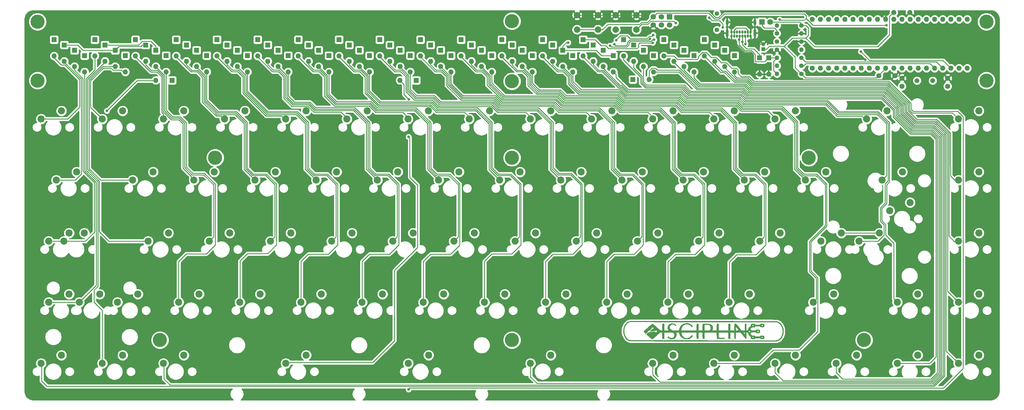
<source format=gbr>
G04 #@! TF.GenerationSoftware,KiCad,Pcbnew,(5.1.6-0-10_14)*
G04 #@! TF.CreationDate,2020-07-09T23:45:03+02:00*
G04 #@! TF.ProjectId,discipline-pcb,64697363-6970-46c6-996e-652d7063622e,rev?*
G04 #@! TF.SameCoordinates,Original*
G04 #@! TF.FileFunction,Copper,L1,Top*
G04 #@! TF.FilePolarity,Positive*
%FSLAX46Y46*%
G04 Gerber Fmt 4.6, Leading zero omitted, Abs format (unit mm)*
G04 Created by KiCad (PCBNEW (5.1.6-0-10_14)) date 2020-07-09 23:45:03*
%MOMM*%
%LPD*%
G01*
G04 APERTURE LIST*
G04 #@! TA.AperFunction,EtchedComponent*
%ADD10C,0.010000*%
G04 #@! TD*
G04 #@! TA.AperFunction,ComponentPad*
%ADD11C,4.400000*%
G04 #@! TD*
G04 #@! TA.AperFunction,ComponentPad*
%ADD12C,2.200000*%
G04 #@! TD*
G04 #@! TA.AperFunction,ComponentPad*
%ADD13R,1.600000X1.600000*%
G04 #@! TD*
G04 #@! TA.AperFunction,ComponentPad*
%ADD14O,1.600000X1.600000*%
G04 #@! TD*
G04 #@! TA.AperFunction,ComponentPad*
%ADD15C,1.600000*%
G04 #@! TD*
G04 #@! TA.AperFunction,ComponentPad*
%ADD16R,1.200000X1.200000*%
G04 #@! TD*
G04 #@! TA.AperFunction,ComponentPad*
%ADD17C,1.200000*%
G04 #@! TD*
G04 #@! TA.AperFunction,ComponentPad*
%ADD18R,1.700000X1.700000*%
G04 #@! TD*
G04 #@! TA.AperFunction,ComponentPad*
%ADD19C,1.700000*%
G04 #@! TD*
G04 #@! TA.AperFunction,ComponentPad*
%ADD20C,1.500000*%
G04 #@! TD*
G04 #@! TA.AperFunction,ComponentPad*
%ADD21C,1.400000*%
G04 #@! TD*
G04 #@! TA.AperFunction,ComponentPad*
%ADD22O,1.400000X1.400000*%
G04 #@! TD*
G04 #@! TA.AperFunction,ComponentPad*
%ADD23C,1.800000*%
G04 #@! TD*
G04 #@! TA.AperFunction,ComponentPad*
%ADD24R,1.800000X1.800000*%
G04 #@! TD*
G04 #@! TA.AperFunction,ComponentPad*
%ADD25O,0.650000X1.000000*%
G04 #@! TD*
G04 #@! TA.AperFunction,ComponentPad*
%ADD26O,0.900000X2.400000*%
G04 #@! TD*
G04 #@! TA.AperFunction,ComponentPad*
%ADD27O,0.900000X1.700000*%
G04 #@! TD*
G04 #@! TA.AperFunction,ComponentPad*
%ADD28C,2.000000*%
G04 #@! TD*
G04 #@! TA.AperFunction,ViaPad*
%ADD29C,0.800000*%
G04 #@! TD*
G04 #@! TA.AperFunction,Conductor*
%ADD30C,0.250000*%
G04 #@! TD*
G04 #@! TA.AperFunction,Conductor*
%ADD31C,0.400000*%
G04 #@! TD*
G04 #@! TA.AperFunction,Conductor*
%ADD32C,0.254000*%
G04 #@! TD*
G04 APERTURE END LIST*
D10*
G36*
X250638134Y-155206024D02*
G01*
X251519012Y-155206335D01*
X252462775Y-155206824D01*
X253471564Y-155207488D01*
X254547519Y-155208323D01*
X255692779Y-155209325D01*
X256909484Y-155210491D01*
X258199774Y-155211816D01*
X259565789Y-155213297D01*
X261009669Y-155214930D01*
X262533554Y-155216712D01*
X264139583Y-155218639D01*
X264435167Y-155218998D01*
X265789818Y-155220703D01*
X267128639Y-155222501D01*
X268448864Y-155224386D01*
X269747731Y-155226351D01*
X271022475Y-155228388D01*
X272270333Y-155230491D01*
X273488541Y-155232653D01*
X274674334Y-155234867D01*
X275824949Y-155237126D01*
X276937623Y-155239424D01*
X278009591Y-155241754D01*
X279038089Y-155244108D01*
X280020353Y-155246481D01*
X280953621Y-155248864D01*
X281835127Y-155251252D01*
X282662108Y-155253637D01*
X283431800Y-155256013D01*
X284141440Y-155258372D01*
X284788262Y-155260708D01*
X285369505Y-155263015D01*
X285882402Y-155265284D01*
X286324192Y-155267510D01*
X286692110Y-155269686D01*
X286983391Y-155271804D01*
X287195273Y-155273858D01*
X287316334Y-155275657D01*
X287715636Y-155284052D01*
X288039902Y-155291748D01*
X288298750Y-155299435D01*
X288501800Y-155307804D01*
X288658669Y-155317545D01*
X288778976Y-155329349D01*
X288872340Y-155343907D01*
X288948381Y-155361909D01*
X289016716Y-155384047D01*
X289061515Y-155400964D01*
X289416778Y-155583953D01*
X289744157Y-155840841D01*
X290037458Y-156163685D01*
X290290490Y-156544541D01*
X290497058Y-156975468D01*
X290647484Y-157434975D01*
X290724565Y-157847113D01*
X290757950Y-158298866D01*
X290747346Y-158757150D01*
X290692459Y-159188885D01*
X290664196Y-159321500D01*
X290518214Y-159790850D01*
X290316915Y-160220123D01*
X290066662Y-160601882D01*
X289773816Y-160928695D01*
X289444742Y-161193127D01*
X289085802Y-161387744D01*
X288817408Y-161479179D01*
X288802240Y-161483526D01*
X288789603Y-161487688D01*
X288777657Y-161491667D01*
X288764565Y-161495464D01*
X288748486Y-161499080D01*
X288727582Y-161502517D01*
X288700016Y-161505777D01*
X288663947Y-161508860D01*
X288617538Y-161511768D01*
X288558950Y-161514503D01*
X288486344Y-161517066D01*
X288397881Y-161519458D01*
X288291724Y-161521681D01*
X288166032Y-161523736D01*
X288018968Y-161525624D01*
X287848692Y-161527348D01*
X287653367Y-161528908D01*
X287431153Y-161530306D01*
X287180212Y-161531544D01*
X286898705Y-161532622D01*
X286584794Y-161533542D01*
X286236639Y-161534305D01*
X285852403Y-161534914D01*
X285430246Y-161535368D01*
X284968330Y-161535671D01*
X284464816Y-161535823D01*
X283917865Y-161535825D01*
X283325640Y-161535679D01*
X282686300Y-161535387D01*
X281998008Y-161534949D01*
X281258925Y-161534368D01*
X280467212Y-161533644D01*
X279621030Y-161532780D01*
X278718541Y-161531776D01*
X277757907Y-161530633D01*
X276737287Y-161529354D01*
X275654845Y-161527940D01*
X274508741Y-161526392D01*
X273297136Y-161524711D01*
X272018193Y-161522900D01*
X270670071Y-161520959D01*
X269250933Y-161518889D01*
X267758939Y-161516693D01*
X266192252Y-161514371D01*
X264549033Y-161511925D01*
X262827442Y-161509357D01*
X261025641Y-161506668D01*
X259141792Y-161503859D01*
X258318000Y-161502632D01*
X242929834Y-161479733D01*
X242682927Y-161386844D01*
X242267349Y-161186834D01*
X241899880Y-160920122D01*
X241583422Y-160591591D01*
X241320874Y-160206125D01*
X241115134Y-159768607D01*
X240969102Y-159283919D01*
X240885678Y-158756946D01*
X240865929Y-158326667D01*
X240873407Y-158157333D01*
X241144171Y-158157333D01*
X241153601Y-158694112D01*
X241234334Y-159201623D01*
X241383943Y-159673245D01*
X241599998Y-160102355D01*
X241880070Y-160482331D01*
X242067508Y-160674472D01*
X242277911Y-160854359D01*
X242472990Y-160982798D01*
X242684927Y-161078422D01*
X242868231Y-161138053D01*
X242891008Y-161143156D01*
X242924825Y-161148019D01*
X242971841Y-161152653D01*
X243034214Y-161157068D01*
X243114102Y-161161275D01*
X243213665Y-161165284D01*
X243335060Y-161169106D01*
X243480447Y-161172750D01*
X243651984Y-161176227D01*
X243851830Y-161179548D01*
X244082143Y-161182724D01*
X244345082Y-161185763D01*
X244642806Y-161188678D01*
X244977472Y-161191477D01*
X245351241Y-161194173D01*
X245766270Y-161196774D01*
X246224717Y-161199292D01*
X246728743Y-161201737D01*
X247280505Y-161204119D01*
X247882161Y-161206448D01*
X248535871Y-161208736D01*
X249243794Y-161210992D01*
X250008087Y-161213227D01*
X250830909Y-161215452D01*
X251714419Y-161217676D01*
X252660776Y-161219910D01*
X253672137Y-161222164D01*
X254750663Y-161224450D01*
X255898511Y-161226776D01*
X257117840Y-161229155D01*
X258410809Y-161231595D01*
X259779576Y-161234108D01*
X261226300Y-161236704D01*
X262753139Y-161239393D01*
X264362253Y-161242186D01*
X264541623Y-161242495D01*
X266251342Y-161245453D01*
X267878453Y-161248284D01*
X269425013Y-161250985D01*
X270893081Y-161253547D01*
X272284716Y-161255965D01*
X273601975Y-161258234D01*
X274846917Y-161260346D01*
X276021599Y-161262297D01*
X277128081Y-161264079D01*
X278168420Y-161265688D01*
X279144675Y-161267116D01*
X280058903Y-161268358D01*
X280913163Y-161269408D01*
X281709513Y-161270260D01*
X282450012Y-161270907D01*
X283136717Y-161271344D01*
X283771687Y-161271564D01*
X284356980Y-161271562D01*
X284894654Y-161271332D01*
X285386767Y-161270866D01*
X285835378Y-161270160D01*
X286242545Y-161269208D01*
X286610326Y-161268003D01*
X286940779Y-161266539D01*
X287235962Y-161264810D01*
X287497935Y-161262810D01*
X287728753Y-161260533D01*
X287930477Y-161257974D01*
X288105165Y-161255125D01*
X288254873Y-161251981D01*
X288381662Y-161248536D01*
X288487588Y-161244784D01*
X288574710Y-161240719D01*
X288645087Y-161236335D01*
X288700776Y-161231625D01*
X288743836Y-161226584D01*
X288776325Y-161221205D01*
X288800301Y-161215483D01*
X288817822Y-161209411D01*
X288830947Y-161202984D01*
X288841734Y-161196195D01*
X288852240Y-161189039D01*
X288864525Y-161181508D01*
X288880646Y-161173598D01*
X288887057Y-161170944D01*
X289259036Y-160978388D01*
X289591650Y-160712976D01*
X289880706Y-160378864D01*
X290122011Y-159980212D01*
X290154274Y-159914167D01*
X290288763Y-159602159D01*
X290381533Y-159310573D01*
X290440889Y-159006035D01*
X290475134Y-158655170D01*
X290477575Y-158614911D01*
X290471429Y-158068804D01*
X290390221Y-157545281D01*
X290236014Y-157053215D01*
X290010867Y-156601483D01*
X290009721Y-156599595D01*
X289822868Y-156342710D01*
X289586473Y-156093777D01*
X289325185Y-155875504D01*
X289063651Y-155710599D01*
X289022879Y-155690423D01*
X288734500Y-155553833D01*
X280162000Y-155527999D01*
X279409487Y-155525839D01*
X278578414Y-155523651D01*
X277674891Y-155521447D01*
X276705025Y-155519234D01*
X275674924Y-155517024D01*
X274590697Y-155514827D01*
X273458450Y-155512651D01*
X272284292Y-155510508D01*
X271074331Y-155508406D01*
X269834675Y-155506356D01*
X268571432Y-155504368D01*
X267290710Y-155502451D01*
X265998616Y-155500616D01*
X264701259Y-155498872D01*
X263404747Y-155497230D01*
X262115187Y-155495698D01*
X260838688Y-155494287D01*
X259581357Y-155493008D01*
X258349302Y-155491868D01*
X257280834Y-155490982D01*
X242972167Y-155479800D01*
X242734877Y-155570483D01*
X242360234Y-155758404D01*
X242027927Y-156019097D01*
X241739420Y-156351188D01*
X241515198Y-156716161D01*
X241347305Y-157088554D01*
X241233118Y-157466306D01*
X241165585Y-157876802D01*
X241144171Y-158157333D01*
X240873407Y-158157333D01*
X240886553Y-157859695D01*
X240952506Y-157440528D01*
X241069911Y-157041925D01*
X241244888Y-156636648D01*
X241246523Y-156633333D01*
X241362819Y-156413590D01*
X241480309Y-156232865D01*
X241621754Y-156059639D01*
X241785269Y-155887205D01*
X242038143Y-155651840D01*
X242275976Y-155478268D01*
X242521528Y-155352523D01*
X242797557Y-155260636D01*
X242812706Y-155256643D01*
X242837816Y-155251826D01*
X242876595Y-155247272D01*
X242931183Y-155242978D01*
X243003719Y-155238941D01*
X243096343Y-155235157D01*
X243211196Y-155231622D01*
X243350416Y-155228332D01*
X243516145Y-155225284D01*
X243710521Y-155222474D01*
X243935685Y-155219897D01*
X244193776Y-155217552D01*
X244486935Y-155215433D01*
X244817301Y-155213537D01*
X245187015Y-155211860D01*
X245598215Y-155210399D01*
X246053042Y-155209150D01*
X246553636Y-155208109D01*
X247102137Y-155207272D01*
X247700684Y-155206636D01*
X248351417Y-155206197D01*
X249056477Y-155205951D01*
X249818003Y-155205894D01*
X250638134Y-155206024D01*
G37*
X250638134Y-155206024D02*
X251519012Y-155206335D01*
X252462775Y-155206824D01*
X253471564Y-155207488D01*
X254547519Y-155208323D01*
X255692779Y-155209325D01*
X256909484Y-155210491D01*
X258199774Y-155211816D01*
X259565789Y-155213297D01*
X261009669Y-155214930D01*
X262533554Y-155216712D01*
X264139583Y-155218639D01*
X264435167Y-155218998D01*
X265789818Y-155220703D01*
X267128639Y-155222501D01*
X268448864Y-155224386D01*
X269747731Y-155226351D01*
X271022475Y-155228388D01*
X272270333Y-155230491D01*
X273488541Y-155232653D01*
X274674334Y-155234867D01*
X275824949Y-155237126D01*
X276937623Y-155239424D01*
X278009591Y-155241754D01*
X279038089Y-155244108D01*
X280020353Y-155246481D01*
X280953621Y-155248864D01*
X281835127Y-155251252D01*
X282662108Y-155253637D01*
X283431800Y-155256013D01*
X284141440Y-155258372D01*
X284788262Y-155260708D01*
X285369505Y-155263015D01*
X285882402Y-155265284D01*
X286324192Y-155267510D01*
X286692110Y-155269686D01*
X286983391Y-155271804D01*
X287195273Y-155273858D01*
X287316334Y-155275657D01*
X287715636Y-155284052D01*
X288039902Y-155291748D01*
X288298750Y-155299435D01*
X288501800Y-155307804D01*
X288658669Y-155317545D01*
X288778976Y-155329349D01*
X288872340Y-155343907D01*
X288948381Y-155361909D01*
X289016716Y-155384047D01*
X289061515Y-155400964D01*
X289416778Y-155583953D01*
X289744157Y-155840841D01*
X290037458Y-156163685D01*
X290290490Y-156544541D01*
X290497058Y-156975468D01*
X290647484Y-157434975D01*
X290724565Y-157847113D01*
X290757950Y-158298866D01*
X290747346Y-158757150D01*
X290692459Y-159188885D01*
X290664196Y-159321500D01*
X290518214Y-159790850D01*
X290316915Y-160220123D01*
X290066662Y-160601882D01*
X289773816Y-160928695D01*
X289444742Y-161193127D01*
X289085802Y-161387744D01*
X288817408Y-161479179D01*
X288802240Y-161483526D01*
X288789603Y-161487688D01*
X288777657Y-161491667D01*
X288764565Y-161495464D01*
X288748486Y-161499080D01*
X288727582Y-161502517D01*
X288700016Y-161505777D01*
X288663947Y-161508860D01*
X288617538Y-161511768D01*
X288558950Y-161514503D01*
X288486344Y-161517066D01*
X288397881Y-161519458D01*
X288291724Y-161521681D01*
X288166032Y-161523736D01*
X288018968Y-161525624D01*
X287848692Y-161527348D01*
X287653367Y-161528908D01*
X287431153Y-161530306D01*
X287180212Y-161531544D01*
X286898705Y-161532622D01*
X286584794Y-161533542D01*
X286236639Y-161534305D01*
X285852403Y-161534914D01*
X285430246Y-161535368D01*
X284968330Y-161535671D01*
X284464816Y-161535823D01*
X283917865Y-161535825D01*
X283325640Y-161535679D01*
X282686300Y-161535387D01*
X281998008Y-161534949D01*
X281258925Y-161534368D01*
X280467212Y-161533644D01*
X279621030Y-161532780D01*
X278718541Y-161531776D01*
X277757907Y-161530633D01*
X276737287Y-161529354D01*
X275654845Y-161527940D01*
X274508741Y-161526392D01*
X273297136Y-161524711D01*
X272018193Y-161522900D01*
X270670071Y-161520959D01*
X269250933Y-161518889D01*
X267758939Y-161516693D01*
X266192252Y-161514371D01*
X264549033Y-161511925D01*
X262827442Y-161509357D01*
X261025641Y-161506668D01*
X259141792Y-161503859D01*
X258318000Y-161502632D01*
X242929834Y-161479733D01*
X242682927Y-161386844D01*
X242267349Y-161186834D01*
X241899880Y-160920122D01*
X241583422Y-160591591D01*
X241320874Y-160206125D01*
X241115134Y-159768607D01*
X240969102Y-159283919D01*
X240885678Y-158756946D01*
X240865929Y-158326667D01*
X240873407Y-158157333D01*
X241144171Y-158157333D01*
X241153601Y-158694112D01*
X241234334Y-159201623D01*
X241383943Y-159673245D01*
X241599998Y-160102355D01*
X241880070Y-160482331D01*
X242067508Y-160674472D01*
X242277911Y-160854359D01*
X242472990Y-160982798D01*
X242684927Y-161078422D01*
X242868231Y-161138053D01*
X242891008Y-161143156D01*
X242924825Y-161148019D01*
X242971841Y-161152653D01*
X243034214Y-161157068D01*
X243114102Y-161161275D01*
X243213665Y-161165284D01*
X243335060Y-161169106D01*
X243480447Y-161172750D01*
X243651984Y-161176227D01*
X243851830Y-161179548D01*
X244082143Y-161182724D01*
X244345082Y-161185763D01*
X244642806Y-161188678D01*
X244977472Y-161191477D01*
X245351241Y-161194173D01*
X245766270Y-161196774D01*
X246224717Y-161199292D01*
X246728743Y-161201737D01*
X247280505Y-161204119D01*
X247882161Y-161206448D01*
X248535871Y-161208736D01*
X249243794Y-161210992D01*
X250008087Y-161213227D01*
X250830909Y-161215452D01*
X251714419Y-161217676D01*
X252660776Y-161219910D01*
X253672137Y-161222164D01*
X254750663Y-161224450D01*
X255898511Y-161226776D01*
X257117840Y-161229155D01*
X258410809Y-161231595D01*
X259779576Y-161234108D01*
X261226300Y-161236704D01*
X262753139Y-161239393D01*
X264362253Y-161242186D01*
X264541623Y-161242495D01*
X266251342Y-161245453D01*
X267878453Y-161248284D01*
X269425013Y-161250985D01*
X270893081Y-161253547D01*
X272284716Y-161255965D01*
X273601975Y-161258234D01*
X274846917Y-161260346D01*
X276021599Y-161262297D01*
X277128081Y-161264079D01*
X278168420Y-161265688D01*
X279144675Y-161267116D01*
X280058903Y-161268358D01*
X280913163Y-161269408D01*
X281709513Y-161270260D01*
X282450012Y-161270907D01*
X283136717Y-161271344D01*
X283771687Y-161271564D01*
X284356980Y-161271562D01*
X284894654Y-161271332D01*
X285386767Y-161270866D01*
X285835378Y-161270160D01*
X286242545Y-161269208D01*
X286610326Y-161268003D01*
X286940779Y-161266539D01*
X287235962Y-161264810D01*
X287497935Y-161262810D01*
X287728753Y-161260533D01*
X287930477Y-161257974D01*
X288105165Y-161255125D01*
X288254873Y-161251981D01*
X288381662Y-161248536D01*
X288487588Y-161244784D01*
X288574710Y-161240719D01*
X288645087Y-161236335D01*
X288700776Y-161231625D01*
X288743836Y-161226584D01*
X288776325Y-161221205D01*
X288800301Y-161215483D01*
X288817822Y-161209411D01*
X288830947Y-161202984D01*
X288841734Y-161196195D01*
X288852240Y-161189039D01*
X288864525Y-161181508D01*
X288880646Y-161173598D01*
X288887057Y-161170944D01*
X289259036Y-160978388D01*
X289591650Y-160712976D01*
X289880706Y-160378864D01*
X290122011Y-159980212D01*
X290154274Y-159914167D01*
X290288763Y-159602159D01*
X290381533Y-159310573D01*
X290440889Y-159006035D01*
X290475134Y-158655170D01*
X290477575Y-158614911D01*
X290471429Y-158068804D01*
X290390221Y-157545281D01*
X290236014Y-157053215D01*
X290010867Y-156601483D01*
X290009721Y-156599595D01*
X289822868Y-156342710D01*
X289586473Y-156093777D01*
X289325185Y-155875504D01*
X289063651Y-155710599D01*
X289022879Y-155690423D01*
X288734500Y-155553833D01*
X280162000Y-155527999D01*
X279409487Y-155525839D01*
X278578414Y-155523651D01*
X277674891Y-155521447D01*
X276705025Y-155519234D01*
X275674924Y-155517024D01*
X274590697Y-155514827D01*
X273458450Y-155512651D01*
X272284292Y-155510508D01*
X271074331Y-155508406D01*
X269834675Y-155506356D01*
X268571432Y-155504368D01*
X267290710Y-155502451D01*
X265998616Y-155500616D01*
X264701259Y-155498872D01*
X263404747Y-155497230D01*
X262115187Y-155495698D01*
X260838688Y-155494287D01*
X259581357Y-155493008D01*
X258349302Y-155491868D01*
X257280834Y-155490982D01*
X242972167Y-155479800D01*
X242734877Y-155570483D01*
X242360234Y-155758404D01*
X242027927Y-156019097D01*
X241739420Y-156351188D01*
X241515198Y-156716161D01*
X241347305Y-157088554D01*
X241233118Y-157466306D01*
X241165585Y-157876802D01*
X241144171Y-158157333D01*
X240873407Y-158157333D01*
X240886553Y-157859695D01*
X240952506Y-157440528D01*
X241069911Y-157041925D01*
X241244888Y-156636648D01*
X241246523Y-156633333D01*
X241362819Y-156413590D01*
X241480309Y-156232865D01*
X241621754Y-156059639D01*
X241785269Y-155887205D01*
X242038143Y-155651840D01*
X242275976Y-155478268D01*
X242521528Y-155352523D01*
X242797557Y-155260636D01*
X242812706Y-155256643D01*
X242837816Y-155251826D01*
X242876595Y-155247272D01*
X242931183Y-155242978D01*
X243003719Y-155238941D01*
X243096343Y-155235157D01*
X243211196Y-155231622D01*
X243350416Y-155228332D01*
X243516145Y-155225284D01*
X243710521Y-155222474D01*
X243935685Y-155219897D01*
X244193776Y-155217552D01*
X244486935Y-155215433D01*
X244817301Y-155213537D01*
X245187015Y-155211860D01*
X245598215Y-155210399D01*
X246053042Y-155209150D01*
X246553636Y-155208109D01*
X247102137Y-155207272D01*
X247700684Y-155206636D01*
X248351417Y-155206197D01*
X249056477Y-155205951D01*
X249818003Y-155205894D01*
X250638134Y-155206024D01*
G36*
X260852638Y-155906160D02*
G01*
X261222887Y-155956768D01*
X261456989Y-156021730D01*
X261695056Y-156130901D01*
X261929954Y-156282842D01*
X262140910Y-156460532D01*
X262307153Y-156646951D01*
X262393004Y-156788746D01*
X262419304Y-156874343D01*
X262389440Y-156936573D01*
X262344038Y-156976973D01*
X262219446Y-157048194D01*
X262119575Y-157038715D01*
X262042392Y-156948160D01*
X262028991Y-156919083D01*
X261901626Y-156720275D01*
X261692914Y-156533709D01*
X261405602Y-156361774D01*
X261366000Y-156342251D01*
X261213593Y-156271222D01*
X261093539Y-156226381D01*
X260977024Y-156201792D01*
X260835235Y-156191522D01*
X260639357Y-156189634D01*
X260625167Y-156189658D01*
X260406847Y-156193850D01*
X260247420Y-156207985D01*
X260121330Y-156235905D01*
X260003024Y-156281450D01*
X259997385Y-156284017D01*
X259686658Y-156471673D01*
X259418183Y-156726807D01*
X259198259Y-157040244D01*
X259033185Y-157402806D01*
X258929260Y-157805320D01*
X258922001Y-157850519D01*
X258881971Y-158115000D01*
X263692828Y-158115000D01*
X263704164Y-157088417D01*
X263715500Y-156061833D01*
X263947048Y-156048715D01*
X264094347Y-156047132D01*
X264182339Y-156066723D01*
X264232798Y-156109723D01*
X264251767Y-156160130D01*
X264266200Y-156258180D01*
X264276510Y-156411819D01*
X264283113Y-156628989D01*
X264286420Y-156917634D01*
X264287000Y-157149424D01*
X264287000Y-158115000D01*
X265555495Y-158115000D01*
X266107334Y-158115000D01*
X267708805Y-158115000D01*
X267878788Y-157921889D01*
X268032339Y-157690913D01*
X268108751Y-157444723D01*
X268111128Y-157195125D01*
X268042569Y-156953924D01*
X267906178Y-156732924D01*
X267705056Y-156543930D01*
X267483167Y-156416211D01*
X267380572Y-156375372D01*
X267275550Y-156347841D01*
X267147779Y-156330983D01*
X266976936Y-156322167D01*
X266742698Y-156318759D01*
X266730441Y-156318691D01*
X266497539Y-156319298D01*
X266335903Y-156324929D01*
X266232211Y-156336973D01*
X266173141Y-156356820D01*
X266149006Y-156379333D01*
X266136530Y-156439782D01*
X266125553Y-156570819D01*
X266116717Y-156758366D01*
X266110664Y-156988349D01*
X266108036Y-157246693D01*
X266107982Y-157278917D01*
X266107334Y-158115000D01*
X265555495Y-158115000D01*
X265566831Y-157088417D01*
X265578167Y-156061833D01*
X266412692Y-156050360D01*
X266764207Y-156048088D01*
X267044536Y-156052438D01*
X267266943Y-156064008D01*
X267444695Y-156083400D01*
X267548421Y-156101690D01*
X267930125Y-156209828D01*
X268238489Y-156359976D01*
X268473897Y-156552518D01*
X268636737Y-156787837D01*
X268727394Y-157066316D01*
X268748182Y-157293137D01*
X268743006Y-157479493D01*
X268716556Y-157625947D01*
X268658915Y-157776498D01*
X268621772Y-157854054D01*
X268492436Y-158115000D01*
X269958162Y-158115000D01*
X269969498Y-157088417D01*
X269980834Y-156061833D01*
X270488834Y-156061833D01*
X270500169Y-157088417D01*
X270511505Y-158115000D01*
X273600334Y-158115000D01*
X273600334Y-157128633D01*
X273601811Y-156779617D01*
X273606444Y-156509049D01*
X273614536Y-156310759D01*
X273626389Y-156178577D01*
X273642305Y-156106332D01*
X273651134Y-156091466D01*
X273729272Y-156057939D01*
X273854235Y-156042951D01*
X273990236Y-156046503D01*
X274101486Y-156068595D01*
X274142200Y-156091466D01*
X274160099Y-156138051D01*
X274173795Y-156241716D01*
X274183591Y-156408631D01*
X274189788Y-156644968D01*
X274192689Y-156956896D01*
X274193000Y-157128633D01*
X274193000Y-158115000D01*
X275461495Y-158115000D01*
X275467805Y-157543500D01*
X275886334Y-157543500D01*
X275886334Y-158115000D01*
X276375665Y-158115000D01*
X276591903Y-158113004D01*
X276733917Y-158106218D01*
X276812071Y-158093442D01*
X276836732Y-158073479D01*
X276833291Y-158062083D01*
X276781469Y-157987587D01*
X276691872Y-157870615D01*
X276575496Y-157724394D01*
X276443341Y-157562152D01*
X276306404Y-157397119D01*
X276175683Y-157242521D01*
X276062177Y-157111587D01*
X275976883Y-157017545D01*
X275930799Y-156973623D01*
X275926981Y-156972000D01*
X275910801Y-157012365D01*
X275898083Y-157125668D01*
X275889656Y-157300223D01*
X275886352Y-157524341D01*
X275886334Y-157543500D01*
X275467805Y-157543500D01*
X275472831Y-157088417D01*
X275484167Y-156061833D01*
X275671271Y-156048465D01*
X275809944Y-156045293D01*
X275926976Y-156053736D01*
X275951462Y-156058459D01*
X276004701Y-156098239D01*
X276104575Y-156199672D01*
X276246221Y-156357211D01*
X276424773Y-156565305D01*
X276635369Y-156818406D01*
X276863040Y-157098411D01*
X277681530Y-158115000D01*
X278765000Y-158115000D01*
X278765578Y-157173083D01*
X278766864Y-156893797D01*
X278770142Y-156638689D01*
X278775065Y-156421447D01*
X278781290Y-156255760D01*
X278788473Y-156155318D01*
X278791682Y-156135917D01*
X278825089Y-156071806D01*
X278896546Y-156044767D01*
X278981604Y-156040667D01*
X279146000Y-156040667D01*
X279146000Y-158115000D01*
X279331631Y-158115000D01*
X279461335Y-158104838D01*
X279540814Y-158065274D01*
X279586167Y-158009839D01*
X279672585Y-157922764D01*
X279760369Y-157878249D01*
X279819691Y-157856068D01*
X279851256Y-157812760D01*
X279863692Y-157725903D01*
X279865667Y-157604556D01*
X279868170Y-157494982D01*
X279882230Y-157407721D01*
X279917676Y-157329178D01*
X279984334Y-157245756D01*
X280092034Y-157143861D01*
X280250601Y-157009897D01*
X280361028Y-156919281D01*
X280479243Y-156818499D01*
X280545463Y-156742859D01*
X280574940Y-156666060D01*
X280582925Y-156561798D01*
X280583278Y-156535981D01*
X280600201Y-156379333D01*
X281008667Y-156379333D01*
X281008667Y-156760333D01*
X281474334Y-156760333D01*
X281474334Y-156379333D01*
X283887334Y-156379333D01*
X283887334Y-156760333D01*
X284353000Y-156760333D01*
X284353000Y-156379333D01*
X283887334Y-156379333D01*
X281474334Y-156379333D01*
X281008667Y-156379333D01*
X280600201Y-156379333D01*
X280606062Y-156325081D01*
X280674902Y-156172467D01*
X280797877Y-156071538D01*
X280983070Y-156015695D01*
X281238562Y-155998335D01*
X281241500Y-155998333D01*
X281491975Y-156014109D01*
X281672736Y-156063690D01*
X281793077Y-156150453D01*
X281836540Y-156214589D01*
X281899841Y-156337000D01*
X283479001Y-156337000D01*
X283593861Y-156199417D01*
X283649653Y-156135756D01*
X283701696Y-156095573D01*
X283770336Y-156073465D01*
X283875918Y-156064031D01*
X284038787Y-156061871D01*
X284112116Y-156061833D01*
X284303827Y-156063675D01*
X284431575Y-156071960D01*
X284516036Y-156090827D01*
X284577883Y-156124414D01*
X284624756Y-156164462D01*
X284681996Y-156226901D01*
X284714906Y-156296300D01*
X284730046Y-156397551D01*
X284733971Y-156555545D01*
X284734000Y-156579137D01*
X284730633Y-156747257D01*
X284716355Y-156855918D01*
X284684901Y-156930198D01*
X284630091Y-156995091D01*
X284571139Y-157046154D01*
X284505023Y-157077141D01*
X284409643Y-157092964D01*
X284262900Y-157098529D01*
X284162322Y-157099000D01*
X283895798Y-157085811D01*
X283704263Y-157044988D01*
X283582048Y-156974643D01*
X283527648Y-156887797D01*
X283514282Y-156858133D01*
X283488015Y-156836294D01*
X283437235Y-156821085D01*
X283350333Y-156811314D01*
X283215700Y-156805785D01*
X283021727Y-156803303D01*
X282756803Y-156802675D01*
X282700235Y-156802667D01*
X281899841Y-156802667D01*
X281836540Y-156925077D01*
X281749217Y-157030656D01*
X281609861Y-157099268D01*
X281408012Y-157134614D01*
X281224600Y-157141543D01*
X281076533Y-157144654D01*
X280972281Y-157161559D01*
X280880738Y-157204026D01*
X280770800Y-157283819D01*
X280701750Y-157339331D01*
X280573856Y-157447943D01*
X280500406Y-157527992D01*
X280466999Y-157600205D01*
X280459236Y-157685305D01*
X280459250Y-157688371D01*
X280472655Y-157799370D01*
X280527519Y-157865865D01*
X280596833Y-157903333D01*
X280702374Y-157973290D01*
X280772802Y-158056783D01*
X280775289Y-158062083D01*
X280794127Y-158097923D01*
X280822877Y-158123418D01*
X280874641Y-158140329D01*
X280962519Y-158150415D01*
X281099615Y-158155437D01*
X281299028Y-158157155D01*
X281484372Y-158157333D01*
X281770236Y-158154548D01*
X281978168Y-158146289D01*
X282106005Y-158132700D01*
X282151585Y-158113925D01*
X282151667Y-158112978D01*
X282180207Y-158057031D01*
X282250249Y-157977580D01*
X282263682Y-157964812D01*
X282322155Y-157916829D01*
X282385702Y-157886403D01*
X282474511Y-157869587D01*
X282608770Y-157862436D01*
X282794773Y-157861000D01*
X282989632Y-157862572D01*
X283119650Y-157869910D01*
X283204635Y-157886951D01*
X283264392Y-157917629D01*
X283317758Y-157964909D01*
X283370253Y-158026084D01*
X283401439Y-158095177D01*
X283416715Y-158195388D01*
X283421480Y-158349917D01*
X283421667Y-158411430D01*
X283419401Y-158585204D01*
X283408745Y-158697412D01*
X283383915Y-158771113D01*
X283339122Y-158829367D01*
X283309652Y-158857855D01*
X283250516Y-158906261D01*
X283186138Y-158936775D01*
X283096020Y-158953466D01*
X282959665Y-158960401D01*
X282786667Y-158961667D01*
X282593153Y-158959922D01*
X282463781Y-158951977D01*
X282378053Y-158933763D01*
X282315471Y-158901209D01*
X282263682Y-158857855D01*
X282189187Y-158777514D01*
X282152474Y-158715754D01*
X282151667Y-158709688D01*
X282109753Y-158690755D01*
X281985395Y-158676963D01*
X281780667Y-158668447D01*
X281497643Y-158665344D01*
X281477186Y-158665333D01*
X281223066Y-158666049D01*
X281041012Y-158669140D01*
X280918428Y-158676019D01*
X280842717Y-158688099D01*
X280801286Y-158706795D01*
X280781537Y-158733518D01*
X280777797Y-158743812D01*
X280725995Y-158814014D01*
X280629610Y-158887835D01*
X280605611Y-158901606D01*
X280506999Y-158966837D01*
X280465642Y-159041594D01*
X280458334Y-159135756D01*
X280465141Y-159219608D01*
X280494725Y-159290326D01*
X280560826Y-159367211D01*
X280677184Y-159469562D01*
X280722738Y-159507129D01*
X280987143Y-159723667D01*
X281325988Y-159725013D01*
X281528229Y-159731909D01*
X281665954Y-159755671D01*
X281758791Y-159803781D01*
X281826371Y-159883724D01*
X281849908Y-159924750D01*
X281870193Y-159957905D01*
X281898569Y-159982309D01*
X281947009Y-159999302D01*
X282027486Y-160010224D01*
X282151971Y-160016416D01*
X282332437Y-160019219D01*
X282580857Y-160019972D01*
X282700637Y-160020000D01*
X282979597Y-160019579D01*
X283185503Y-160017521D01*
X283329969Y-160012629D01*
X283424608Y-160003709D01*
X283481031Y-159989565D01*
X283510851Y-159969001D01*
X283525680Y-159940822D01*
X283527648Y-159934869D01*
X283604171Y-159830542D01*
X283756618Y-159761495D01*
X283985492Y-159727547D01*
X284120167Y-159723666D01*
X284379278Y-159740457D01*
X284567752Y-159790065D01*
X284682084Y-159871340D01*
X284707703Y-159916063D01*
X284721001Y-159991471D01*
X284730457Y-160122882D01*
X284734000Y-160279484D01*
X284730591Y-160440857D01*
X284715460Y-160543858D01*
X284681251Y-160614665D01*
X284621985Y-160678188D01*
X284557504Y-160729909D01*
X284486266Y-160760996D01*
X284385244Y-160776559D01*
X284231409Y-160781710D01*
X284154216Y-160782000D01*
X283888093Y-160768116D01*
X283697212Y-160725358D01*
X283576642Y-160652061D01*
X283527648Y-160570797D01*
X283514202Y-160540980D01*
X283487772Y-160519081D01*
X283436675Y-160503887D01*
X283349228Y-160494187D01*
X283213748Y-160488768D01*
X283018550Y-160486418D01*
X282751952Y-160485925D01*
X282709731Y-160485934D01*
X281918834Y-160486202D01*
X281846499Y-160613317D01*
X281771121Y-160710880D01*
X281666740Y-160774885D01*
X281518214Y-160809851D01*
X281310401Y-160820301D01*
X281163723Y-160817174D01*
X280981649Y-160808479D01*
X280862811Y-160794948D01*
X280785787Y-160770609D01*
X280729154Y-160729488D01*
X280687473Y-160684389D01*
X280621346Y-160584560D01*
X280590998Y-160464795D01*
X280585334Y-160339153D01*
X280585334Y-160112693D01*
X280525658Y-160062333D01*
X281008667Y-160062333D01*
X281008667Y-160443333D01*
X281474334Y-160443333D01*
X281474334Y-160062333D01*
X283887334Y-160062333D01*
X283887334Y-160443333D01*
X284353000Y-160443333D01*
X284353000Y-160062333D01*
X283887334Y-160062333D01*
X281474334Y-160062333D01*
X281008667Y-160062333D01*
X280525658Y-160062333D01*
X280249611Y-159829382D01*
X280106892Y-159705021D01*
X279989280Y-159595189D01*
X279911854Y-159514392D01*
X279889778Y-159483240D01*
X279876044Y-159406842D01*
X279867312Y-159280220D01*
X279865667Y-159193890D01*
X279859965Y-159055580D01*
X279838321Y-158979774D01*
X279793923Y-158944804D01*
X279786583Y-158942272D01*
X279697124Y-158891762D01*
X279631855Y-158833586D01*
X279546810Y-158775466D01*
X279415446Y-158751646D01*
X279351106Y-158750000D01*
X279146000Y-158750000D01*
X279146000Y-159763501D01*
X279144340Y-160079550D01*
X279139590Y-160349341D01*
X279132094Y-160564088D01*
X279122195Y-160715007D01*
X279110237Y-160793311D01*
X279105357Y-160802122D01*
X279069967Y-160776518D01*
X278988823Y-160692116D01*
X278868561Y-160556627D01*
X278715817Y-160377763D01*
X278537229Y-160163236D01*
X278339433Y-159920758D01*
X278233143Y-159788620D01*
X277423086Y-158776869D01*
X278253176Y-158776869D01*
X278269704Y-158828594D01*
X278334575Y-158920968D01*
X278448411Y-159065551D01*
X278508495Y-159141479D01*
X278604669Y-159255226D01*
X278683188Y-159333023D01*
X278728500Y-159359660D01*
X278730745Y-159358841D01*
X278747813Y-159308956D01*
X278760086Y-159198049D01*
X278764993Y-159049736D01*
X278765000Y-159043835D01*
X278765000Y-158750000D01*
X278487433Y-158750000D01*
X278362662Y-158749132D01*
X278284369Y-158754235D01*
X278253176Y-158776869D01*
X277423086Y-158776869D01*
X277401573Y-158750000D01*
X275887894Y-158750000D01*
X275876530Y-159734250D01*
X275865167Y-160718500D01*
X275484167Y-160718500D01*
X275472803Y-159734250D01*
X275461440Y-158750000D01*
X274194561Y-158750000D01*
X274183197Y-159734250D01*
X274171834Y-160718500D01*
X273921760Y-160731394D01*
X273751602Y-160730979D01*
X273656612Y-160707437D01*
X273636659Y-160689061D01*
X273626446Y-160632155D01*
X273617347Y-160503557D01*
X273609827Y-160316238D01*
X273604349Y-160083171D01*
X273601377Y-159817328D01*
X273600982Y-159691917D01*
X273600334Y-158750000D01*
X270508172Y-158750000D01*
X270519669Y-159564917D01*
X270531167Y-160379833D01*
X271436783Y-160401000D01*
X271739539Y-160408722D01*
X271968538Y-160416571D01*
X272134684Y-160425637D01*
X272248883Y-160437010D01*
X272322038Y-160451781D01*
X272365053Y-160471042D01*
X272388833Y-160495881D01*
X272389066Y-160496250D01*
X272413084Y-160587313D01*
X272389003Y-160644416D01*
X272369217Y-160666302D01*
X272334359Y-160683429D01*
X272274895Y-160696373D01*
X272181293Y-160705708D01*
X272044020Y-160712010D01*
X271853544Y-160715854D01*
X271600332Y-160717817D01*
X271274850Y-160718472D01*
X271161553Y-160718500D01*
X269980834Y-160718500D01*
X269958106Y-158750000D01*
X266108894Y-158750000D01*
X266097530Y-159734250D01*
X266086167Y-160718500D01*
X265578167Y-160718500D01*
X265566803Y-159734250D01*
X265555440Y-158750000D01*
X264287000Y-158750000D01*
X264287000Y-159673242D01*
X264285524Y-160006030D01*
X264280806Y-160262203D01*
X264272412Y-160449765D01*
X264259905Y-160576723D01*
X264242852Y-160651080D01*
X264232798Y-160670610D01*
X264179146Y-160715096D01*
X264088872Y-160733565D01*
X263947048Y-160731618D01*
X263715500Y-160718500D01*
X263704137Y-159734250D01*
X263692773Y-158750000D01*
X258910667Y-158750000D01*
X258910667Y-158837786D01*
X258929336Y-158959219D01*
X258979139Y-159130729D01*
X259050768Y-159328010D01*
X259134917Y-159526755D01*
X259222279Y-159702657D01*
X259276672Y-159793672D01*
X259522230Y-160092468D01*
X259816800Y-160326717D01*
X259963238Y-160408997D01*
X260064687Y-160453662D01*
X260167681Y-160482426D01*
X260294754Y-160498610D01*
X260468436Y-160505532D01*
X260626057Y-160506643D01*
X260836462Y-160505149D01*
X260986842Y-160497463D01*
X261101823Y-160479086D01*
X261206032Y-160445518D01*
X261324092Y-160392260D01*
X261366890Y-160371277D01*
X261653838Y-160197174D01*
X261884547Y-159990067D01*
X262045110Y-159762488D01*
X262047371Y-159758086D01*
X262130474Y-159638550D01*
X262223121Y-159600172D01*
X262337149Y-159639478D01*
X262372581Y-159662567D01*
X262449591Y-159740702D01*
X262466855Y-159832554D01*
X262421423Y-159946824D01*
X262310349Y-160092212D01*
X262180917Y-160228175D01*
X261953795Y-160433498D01*
X261734840Y-160581250D01*
X261493432Y-160689116D01*
X261261856Y-160759019D01*
X261042590Y-160798249D01*
X260777263Y-160819421D01*
X260495126Y-160822586D01*
X260225430Y-160807790D01*
X259997428Y-160775084D01*
X259923767Y-160756795D01*
X259537709Y-160602434D01*
X259182732Y-160380607D01*
X258869062Y-160102321D01*
X258606931Y-159778586D01*
X258406566Y-159420409D01*
X258278198Y-159038798D01*
X258263913Y-158970508D01*
X258213962Y-158707667D01*
X257736814Y-158707667D01*
X257547207Y-158708678D01*
X257393296Y-158711425D01*
X257291962Y-158715476D01*
X257259667Y-158719882D01*
X257277037Y-158761444D01*
X257320672Y-158851344D01*
X257341780Y-158893158D01*
X257432462Y-159159399D01*
X257455175Y-159450712D01*
X257414428Y-159748404D01*
X257314730Y-160033782D01*
X257160591Y-160288153D01*
X256956520Y-160492825D01*
X256955745Y-160493416D01*
X256641113Y-160686291D01*
X256299988Y-160802309D01*
X256195863Y-160822266D01*
X256049821Y-160844236D01*
X255936226Y-160858165D01*
X255883834Y-160861065D01*
X255820223Y-160852459D01*
X255704255Y-160835926D01*
X255623941Y-160824247D01*
X255362440Y-160751780D01*
X255103978Y-160620566D01*
X254882655Y-160449338D01*
X254819207Y-160382174D01*
X254716988Y-160234249D01*
X254692340Y-160119394D01*
X254745251Y-160036781D01*
X254813430Y-160002619D01*
X254882613Y-159986369D01*
X254942057Y-160002514D01*
X255013676Y-160062917D01*
X255100685Y-160158140D01*
X255245989Y-160294772D01*
X255420303Y-160419959D01*
X255505867Y-160467838D01*
X255659453Y-160534708D01*
X255783752Y-160562715D01*
X255919899Y-160559998D01*
X255953199Y-160556363D01*
X256231326Y-160483918D01*
X256465908Y-160342269D01*
X256648121Y-160139429D01*
X256769141Y-159883415D01*
X256793070Y-159793526D01*
X256818123Y-159514725D01*
X256765738Y-159263285D01*
X256637724Y-159045527D01*
X256554363Y-158958794D01*
X256478469Y-158890321D01*
X256411741Y-158835573D01*
X256344025Y-158793016D01*
X256265166Y-158761116D01*
X256165010Y-158738340D01*
X256033401Y-158723155D01*
X255860185Y-158714028D01*
X255635207Y-158709425D01*
X255348312Y-158707812D01*
X254989346Y-158707657D01*
X254891256Y-158707667D01*
X253578199Y-158707667D01*
X253566850Y-159713083D01*
X253555500Y-160718500D01*
X253305427Y-160731394D01*
X253135269Y-160730979D01*
X253040278Y-160707437D01*
X253020325Y-160689061D01*
X253010222Y-160632315D01*
X253001202Y-160503712D01*
X252993715Y-160316059D01*
X252988210Y-160082165D01*
X252985136Y-159814837D01*
X252984648Y-159670750D01*
X252984000Y-158707667D01*
X252683868Y-158707667D01*
X252525284Y-158709884D01*
X252419083Y-158724767D01*
X252333117Y-158764663D01*
X252235236Y-158841920D01*
X252160295Y-158908750D01*
X251733974Y-159292368D01*
X251365861Y-159623070D01*
X251051167Y-159904508D01*
X250785104Y-160140334D01*
X250562885Y-160334199D01*
X250379720Y-160489755D01*
X250230821Y-160610653D01*
X250111400Y-160700546D01*
X250016668Y-160763085D01*
X249941837Y-160801922D01*
X249882119Y-160820708D01*
X249832726Y-160823096D01*
X249788868Y-160812738D01*
X249745758Y-160793284D01*
X249712352Y-160775620D01*
X249652135Y-160732616D01*
X249543800Y-160644518D01*
X249397630Y-160520534D01*
X249223910Y-160369874D01*
X249032923Y-160201748D01*
X248834952Y-160025364D01*
X248640280Y-159849932D01*
X248459192Y-159684662D01*
X248301970Y-159538762D01*
X248178898Y-159421443D01*
X248100260Y-159341913D01*
X248075981Y-159310164D01*
X248107244Y-159270667D01*
X248188798Y-159190754D01*
X248306045Y-159084392D01*
X248372779Y-159026268D01*
X248521398Y-158902808D01*
X248627726Y-158828117D01*
X248710220Y-158791991D01*
X248787336Y-158784224D01*
X248808189Y-158785540D01*
X248940179Y-158771953D01*
X249068340Y-158697220D01*
X249087911Y-158681200D01*
X249141313Y-158638366D01*
X249193601Y-158607190D01*
X249259121Y-158585384D01*
X249352216Y-158570662D01*
X249487232Y-158560734D01*
X249678512Y-158553314D01*
X249933868Y-158546284D01*
X250641362Y-158527876D01*
X250752423Y-158638938D01*
X250899797Y-158734444D01*
X251061274Y-158754825D01*
X251215816Y-158700807D01*
X251308070Y-158619752D01*
X251396705Y-158470180D01*
X251402471Y-158334966D01*
X251326647Y-158219105D01*
X251294373Y-158199667D01*
X279908000Y-158199667D01*
X279908000Y-158623000D01*
X280416000Y-158623000D01*
X280416000Y-158199667D01*
X282532667Y-158199667D01*
X282532667Y-158623000D01*
X283040667Y-158623000D01*
X283040667Y-158199667D01*
X282532667Y-158199667D01*
X280416000Y-158199667D01*
X279908000Y-158199667D01*
X251294373Y-158199667D01*
X251183451Y-158132861D01*
X251007165Y-158101706D01*
X250835626Y-158152327D01*
X250740301Y-158220863D01*
X250689791Y-158244206D01*
X250590206Y-158262243D01*
X250432374Y-158275795D01*
X250207127Y-158285685D01*
X249946418Y-158292000D01*
X249708747Y-158295237D01*
X249503803Y-158295820D01*
X249345144Y-158293889D01*
X249246331Y-158289589D01*
X249219477Y-158284333D01*
X249250619Y-158248616D01*
X249330715Y-158171954D01*
X249444600Y-158068692D01*
X249488025Y-158030333D01*
X249635452Y-157907591D01*
X249746006Y-157834924D01*
X249840650Y-157800572D01*
X249911151Y-157792949D01*
X250078430Y-157758584D01*
X250207734Y-157676991D01*
X250290415Y-157564558D01*
X250317828Y-157437671D01*
X250281326Y-157312720D01*
X250207724Y-157230855D01*
X250045456Y-157150393D01*
X249876975Y-157150815D01*
X249717276Y-157231038D01*
X249674422Y-157269399D01*
X249587956Y-157375800D01*
X249565962Y-157465836D01*
X249570735Y-157494597D01*
X249571920Y-157551413D01*
X249539707Y-157616272D01*
X249463696Y-157703106D01*
X249333486Y-157825846D01*
X249302890Y-157853365D01*
X249153820Y-157982044D01*
X249045089Y-158061154D01*
X248957892Y-158101711D01*
X248873422Y-158114730D01*
X248856243Y-158115000D01*
X248714132Y-158145582D01*
X248587040Y-158224361D01*
X248496036Y-158331881D01*
X248462186Y-158448689D01*
X248464975Y-158476298D01*
X248464454Y-158534457D01*
X248433196Y-158599070D01*
X248360777Y-158683813D01*
X248236770Y-158802360D01*
X248171359Y-158861438D01*
X247857771Y-159142098D01*
X247743302Y-159042270D01*
X247533413Y-158853237D01*
X247387077Y-158703765D01*
X247299323Y-158583689D01*
X247265179Y-158482844D01*
X247279673Y-158391065D01*
X247337834Y-158298186D01*
X247364250Y-158267250D01*
X247439347Y-158190889D01*
X247564635Y-158072195D01*
X247731478Y-157918732D01*
X247931237Y-157738064D01*
X248155273Y-157537757D01*
X248394949Y-157325373D01*
X248641626Y-157108477D01*
X248886667Y-156894634D01*
X249121433Y-156691408D01*
X249337286Y-156506363D01*
X249525589Y-156347063D01*
X249677702Y-156221072D01*
X249784989Y-156135956D01*
X249838810Y-156099278D01*
X249840750Y-156098608D01*
X249958874Y-156089328D01*
X250040671Y-156100092D01*
X250095905Y-156133771D01*
X250205859Y-156217698D01*
X250362576Y-156345195D01*
X250558101Y-156509589D01*
X250784477Y-156704202D01*
X251033749Y-156922358D01*
X251256979Y-157120681D01*
X252368615Y-158115000D01*
X252984000Y-158115000D01*
X252984000Y-157149424D01*
X252985373Y-156809619D01*
X252989770Y-156546497D01*
X252997602Y-156352113D01*
X253009286Y-156218524D01*
X253025235Y-156137785D01*
X253038202Y-156109723D01*
X253091854Y-156065237D01*
X253182128Y-156046768D01*
X253323952Y-156048715D01*
X253555500Y-156061833D01*
X253566836Y-157088417D01*
X253578172Y-158115000D01*
X255023526Y-158115000D01*
X254912363Y-157982889D01*
X254773105Y-157771585D01*
X254695556Y-157533108D01*
X254672342Y-157262360D01*
X254710905Y-156945814D01*
X254824125Y-156659532D01*
X255005181Y-156410771D01*
X255247250Y-156206787D01*
X255543508Y-156054836D01*
X255887134Y-155962176D01*
X255896173Y-155960698D01*
X256253236Y-155941175D01*
X256583414Y-156000826D01*
X256883126Y-156138551D01*
X257137026Y-156341359D01*
X257249616Y-156474123D01*
X257286611Y-156574997D01*
X257248412Y-156649415D01*
X257162972Y-156693910D01*
X257093524Y-156710773D01*
X257033724Y-156696368D01*
X256961750Y-156639241D01*
X256864172Y-156537095D01*
X256739936Y-156418660D01*
X256608984Y-156319621D01*
X256527898Y-156274559D01*
X256290021Y-156216267D01*
X256037163Y-156223639D01*
X255795663Y-156292268D01*
X255591858Y-156417748D01*
X255573472Y-156434270D01*
X255434330Y-156614614D01*
X255337100Y-156841898D01*
X255290506Y-157085803D01*
X255303274Y-157316009D01*
X255310771Y-157347196D01*
X255379818Y-157520232D01*
X255493359Y-157668315D01*
X255664299Y-157804251D01*
X255905547Y-157940850D01*
X255912583Y-157944380D01*
X256253471Y-158115000D01*
X258182501Y-158115000D01*
X258252744Y-157799272D01*
X258386125Y-157381136D01*
X258588684Y-156995696D01*
X258851763Y-156653159D01*
X259166705Y-156363733D01*
X259524852Y-156137628D01*
X259743382Y-156041603D01*
X260083595Y-155948918D01*
X260463110Y-155903657D01*
X260852638Y-155906160D01*
G37*
X260852638Y-155906160D02*
X261222887Y-155956768D01*
X261456989Y-156021730D01*
X261695056Y-156130901D01*
X261929954Y-156282842D01*
X262140910Y-156460532D01*
X262307153Y-156646951D01*
X262393004Y-156788746D01*
X262419304Y-156874343D01*
X262389440Y-156936573D01*
X262344038Y-156976973D01*
X262219446Y-157048194D01*
X262119575Y-157038715D01*
X262042392Y-156948160D01*
X262028991Y-156919083D01*
X261901626Y-156720275D01*
X261692914Y-156533709D01*
X261405602Y-156361774D01*
X261366000Y-156342251D01*
X261213593Y-156271222D01*
X261093539Y-156226381D01*
X260977024Y-156201792D01*
X260835235Y-156191522D01*
X260639357Y-156189634D01*
X260625167Y-156189658D01*
X260406847Y-156193850D01*
X260247420Y-156207985D01*
X260121330Y-156235905D01*
X260003024Y-156281450D01*
X259997385Y-156284017D01*
X259686658Y-156471673D01*
X259418183Y-156726807D01*
X259198259Y-157040244D01*
X259033185Y-157402806D01*
X258929260Y-157805320D01*
X258922001Y-157850519D01*
X258881971Y-158115000D01*
X263692828Y-158115000D01*
X263704164Y-157088417D01*
X263715500Y-156061833D01*
X263947048Y-156048715D01*
X264094347Y-156047132D01*
X264182339Y-156066723D01*
X264232798Y-156109723D01*
X264251767Y-156160130D01*
X264266200Y-156258180D01*
X264276510Y-156411819D01*
X264283113Y-156628989D01*
X264286420Y-156917634D01*
X264287000Y-157149424D01*
X264287000Y-158115000D01*
X265555495Y-158115000D01*
X266107334Y-158115000D01*
X267708805Y-158115000D01*
X267878788Y-157921889D01*
X268032339Y-157690913D01*
X268108751Y-157444723D01*
X268111128Y-157195125D01*
X268042569Y-156953924D01*
X267906178Y-156732924D01*
X267705056Y-156543930D01*
X267483167Y-156416211D01*
X267380572Y-156375372D01*
X267275550Y-156347841D01*
X267147779Y-156330983D01*
X266976936Y-156322167D01*
X266742698Y-156318759D01*
X266730441Y-156318691D01*
X266497539Y-156319298D01*
X266335903Y-156324929D01*
X266232211Y-156336973D01*
X266173141Y-156356820D01*
X266149006Y-156379333D01*
X266136530Y-156439782D01*
X266125553Y-156570819D01*
X266116717Y-156758366D01*
X266110664Y-156988349D01*
X266108036Y-157246693D01*
X266107982Y-157278917D01*
X266107334Y-158115000D01*
X265555495Y-158115000D01*
X265566831Y-157088417D01*
X265578167Y-156061833D01*
X266412692Y-156050360D01*
X266764207Y-156048088D01*
X267044536Y-156052438D01*
X267266943Y-156064008D01*
X267444695Y-156083400D01*
X267548421Y-156101690D01*
X267930125Y-156209828D01*
X268238489Y-156359976D01*
X268473897Y-156552518D01*
X268636737Y-156787837D01*
X268727394Y-157066316D01*
X268748182Y-157293137D01*
X268743006Y-157479493D01*
X268716556Y-157625947D01*
X268658915Y-157776498D01*
X268621772Y-157854054D01*
X268492436Y-158115000D01*
X269958162Y-158115000D01*
X269969498Y-157088417D01*
X269980834Y-156061833D01*
X270488834Y-156061833D01*
X270500169Y-157088417D01*
X270511505Y-158115000D01*
X273600334Y-158115000D01*
X273600334Y-157128633D01*
X273601811Y-156779617D01*
X273606444Y-156509049D01*
X273614536Y-156310759D01*
X273626389Y-156178577D01*
X273642305Y-156106332D01*
X273651134Y-156091466D01*
X273729272Y-156057939D01*
X273854235Y-156042951D01*
X273990236Y-156046503D01*
X274101486Y-156068595D01*
X274142200Y-156091466D01*
X274160099Y-156138051D01*
X274173795Y-156241716D01*
X274183591Y-156408631D01*
X274189788Y-156644968D01*
X274192689Y-156956896D01*
X274193000Y-157128633D01*
X274193000Y-158115000D01*
X275461495Y-158115000D01*
X275467805Y-157543500D01*
X275886334Y-157543500D01*
X275886334Y-158115000D01*
X276375665Y-158115000D01*
X276591903Y-158113004D01*
X276733917Y-158106218D01*
X276812071Y-158093442D01*
X276836732Y-158073479D01*
X276833291Y-158062083D01*
X276781469Y-157987587D01*
X276691872Y-157870615D01*
X276575496Y-157724394D01*
X276443341Y-157562152D01*
X276306404Y-157397119D01*
X276175683Y-157242521D01*
X276062177Y-157111587D01*
X275976883Y-157017545D01*
X275930799Y-156973623D01*
X275926981Y-156972000D01*
X275910801Y-157012365D01*
X275898083Y-157125668D01*
X275889656Y-157300223D01*
X275886352Y-157524341D01*
X275886334Y-157543500D01*
X275467805Y-157543500D01*
X275472831Y-157088417D01*
X275484167Y-156061833D01*
X275671271Y-156048465D01*
X275809944Y-156045293D01*
X275926976Y-156053736D01*
X275951462Y-156058459D01*
X276004701Y-156098239D01*
X276104575Y-156199672D01*
X276246221Y-156357211D01*
X276424773Y-156565305D01*
X276635369Y-156818406D01*
X276863040Y-157098411D01*
X277681530Y-158115000D01*
X278765000Y-158115000D01*
X278765578Y-157173083D01*
X278766864Y-156893797D01*
X278770142Y-156638689D01*
X278775065Y-156421447D01*
X278781290Y-156255760D01*
X278788473Y-156155318D01*
X278791682Y-156135917D01*
X278825089Y-156071806D01*
X278896546Y-156044767D01*
X278981604Y-156040667D01*
X279146000Y-156040667D01*
X279146000Y-158115000D01*
X279331631Y-158115000D01*
X279461335Y-158104838D01*
X279540814Y-158065274D01*
X279586167Y-158009839D01*
X279672585Y-157922764D01*
X279760369Y-157878249D01*
X279819691Y-157856068D01*
X279851256Y-157812760D01*
X279863692Y-157725903D01*
X279865667Y-157604556D01*
X279868170Y-157494982D01*
X279882230Y-157407721D01*
X279917676Y-157329178D01*
X279984334Y-157245756D01*
X280092034Y-157143861D01*
X280250601Y-157009897D01*
X280361028Y-156919281D01*
X280479243Y-156818499D01*
X280545463Y-156742859D01*
X280574940Y-156666060D01*
X280582925Y-156561798D01*
X280583278Y-156535981D01*
X280600201Y-156379333D01*
X281008667Y-156379333D01*
X281008667Y-156760333D01*
X281474334Y-156760333D01*
X281474334Y-156379333D01*
X283887334Y-156379333D01*
X283887334Y-156760333D01*
X284353000Y-156760333D01*
X284353000Y-156379333D01*
X283887334Y-156379333D01*
X281474334Y-156379333D01*
X281008667Y-156379333D01*
X280600201Y-156379333D01*
X280606062Y-156325081D01*
X280674902Y-156172467D01*
X280797877Y-156071538D01*
X280983070Y-156015695D01*
X281238562Y-155998335D01*
X281241500Y-155998333D01*
X281491975Y-156014109D01*
X281672736Y-156063690D01*
X281793077Y-156150453D01*
X281836540Y-156214589D01*
X281899841Y-156337000D01*
X283479001Y-156337000D01*
X283593861Y-156199417D01*
X283649653Y-156135756D01*
X283701696Y-156095573D01*
X283770336Y-156073465D01*
X283875918Y-156064031D01*
X284038787Y-156061871D01*
X284112116Y-156061833D01*
X284303827Y-156063675D01*
X284431575Y-156071960D01*
X284516036Y-156090827D01*
X284577883Y-156124414D01*
X284624756Y-156164462D01*
X284681996Y-156226901D01*
X284714906Y-156296300D01*
X284730046Y-156397551D01*
X284733971Y-156555545D01*
X284734000Y-156579137D01*
X284730633Y-156747257D01*
X284716355Y-156855918D01*
X284684901Y-156930198D01*
X284630091Y-156995091D01*
X284571139Y-157046154D01*
X284505023Y-157077141D01*
X284409643Y-157092964D01*
X284262900Y-157098529D01*
X284162322Y-157099000D01*
X283895798Y-157085811D01*
X283704263Y-157044988D01*
X283582048Y-156974643D01*
X283527648Y-156887797D01*
X283514282Y-156858133D01*
X283488015Y-156836294D01*
X283437235Y-156821085D01*
X283350333Y-156811314D01*
X283215700Y-156805785D01*
X283021727Y-156803303D01*
X282756803Y-156802675D01*
X282700235Y-156802667D01*
X281899841Y-156802667D01*
X281836540Y-156925077D01*
X281749217Y-157030656D01*
X281609861Y-157099268D01*
X281408012Y-157134614D01*
X281224600Y-157141543D01*
X281076533Y-157144654D01*
X280972281Y-157161559D01*
X280880738Y-157204026D01*
X280770800Y-157283819D01*
X280701750Y-157339331D01*
X280573856Y-157447943D01*
X280500406Y-157527992D01*
X280466999Y-157600205D01*
X280459236Y-157685305D01*
X280459250Y-157688371D01*
X280472655Y-157799370D01*
X280527519Y-157865865D01*
X280596833Y-157903333D01*
X280702374Y-157973290D01*
X280772802Y-158056783D01*
X280775289Y-158062083D01*
X280794127Y-158097923D01*
X280822877Y-158123418D01*
X280874641Y-158140329D01*
X280962519Y-158150415D01*
X281099615Y-158155437D01*
X281299028Y-158157155D01*
X281484372Y-158157333D01*
X281770236Y-158154548D01*
X281978168Y-158146289D01*
X282106005Y-158132700D01*
X282151585Y-158113925D01*
X282151667Y-158112978D01*
X282180207Y-158057031D01*
X282250249Y-157977580D01*
X282263682Y-157964812D01*
X282322155Y-157916829D01*
X282385702Y-157886403D01*
X282474511Y-157869587D01*
X282608770Y-157862436D01*
X282794773Y-157861000D01*
X282989632Y-157862572D01*
X283119650Y-157869910D01*
X283204635Y-157886951D01*
X283264392Y-157917629D01*
X283317758Y-157964909D01*
X283370253Y-158026084D01*
X283401439Y-158095177D01*
X283416715Y-158195388D01*
X283421480Y-158349917D01*
X283421667Y-158411430D01*
X283419401Y-158585204D01*
X283408745Y-158697412D01*
X283383915Y-158771113D01*
X283339122Y-158829367D01*
X283309652Y-158857855D01*
X283250516Y-158906261D01*
X283186138Y-158936775D01*
X283096020Y-158953466D01*
X282959665Y-158960401D01*
X282786667Y-158961667D01*
X282593153Y-158959922D01*
X282463781Y-158951977D01*
X282378053Y-158933763D01*
X282315471Y-158901209D01*
X282263682Y-158857855D01*
X282189187Y-158777514D01*
X282152474Y-158715754D01*
X282151667Y-158709688D01*
X282109753Y-158690755D01*
X281985395Y-158676963D01*
X281780667Y-158668447D01*
X281497643Y-158665344D01*
X281477186Y-158665333D01*
X281223066Y-158666049D01*
X281041012Y-158669140D01*
X280918428Y-158676019D01*
X280842717Y-158688099D01*
X280801286Y-158706795D01*
X280781537Y-158733518D01*
X280777797Y-158743812D01*
X280725995Y-158814014D01*
X280629610Y-158887835D01*
X280605611Y-158901606D01*
X280506999Y-158966837D01*
X280465642Y-159041594D01*
X280458334Y-159135756D01*
X280465141Y-159219608D01*
X280494725Y-159290326D01*
X280560826Y-159367211D01*
X280677184Y-159469562D01*
X280722738Y-159507129D01*
X280987143Y-159723667D01*
X281325988Y-159725013D01*
X281528229Y-159731909D01*
X281665954Y-159755671D01*
X281758791Y-159803781D01*
X281826371Y-159883724D01*
X281849908Y-159924750D01*
X281870193Y-159957905D01*
X281898569Y-159982309D01*
X281947009Y-159999302D01*
X282027486Y-160010224D01*
X282151971Y-160016416D01*
X282332437Y-160019219D01*
X282580857Y-160019972D01*
X282700637Y-160020000D01*
X282979597Y-160019579D01*
X283185503Y-160017521D01*
X283329969Y-160012629D01*
X283424608Y-160003709D01*
X283481031Y-159989565D01*
X283510851Y-159969001D01*
X283525680Y-159940822D01*
X283527648Y-159934869D01*
X283604171Y-159830542D01*
X283756618Y-159761495D01*
X283985492Y-159727547D01*
X284120167Y-159723666D01*
X284379278Y-159740457D01*
X284567752Y-159790065D01*
X284682084Y-159871340D01*
X284707703Y-159916063D01*
X284721001Y-159991471D01*
X284730457Y-160122882D01*
X284734000Y-160279484D01*
X284730591Y-160440857D01*
X284715460Y-160543858D01*
X284681251Y-160614665D01*
X284621985Y-160678188D01*
X284557504Y-160729909D01*
X284486266Y-160760996D01*
X284385244Y-160776559D01*
X284231409Y-160781710D01*
X284154216Y-160782000D01*
X283888093Y-160768116D01*
X283697212Y-160725358D01*
X283576642Y-160652061D01*
X283527648Y-160570797D01*
X283514202Y-160540980D01*
X283487772Y-160519081D01*
X283436675Y-160503887D01*
X283349228Y-160494187D01*
X283213748Y-160488768D01*
X283018550Y-160486418D01*
X282751952Y-160485925D01*
X282709731Y-160485934D01*
X281918834Y-160486202D01*
X281846499Y-160613317D01*
X281771121Y-160710880D01*
X281666740Y-160774885D01*
X281518214Y-160809851D01*
X281310401Y-160820301D01*
X281163723Y-160817174D01*
X280981649Y-160808479D01*
X280862811Y-160794948D01*
X280785787Y-160770609D01*
X280729154Y-160729488D01*
X280687473Y-160684389D01*
X280621346Y-160584560D01*
X280590998Y-160464795D01*
X280585334Y-160339153D01*
X280585334Y-160112693D01*
X280525658Y-160062333D01*
X281008667Y-160062333D01*
X281008667Y-160443333D01*
X281474334Y-160443333D01*
X281474334Y-160062333D01*
X283887334Y-160062333D01*
X283887334Y-160443333D01*
X284353000Y-160443333D01*
X284353000Y-160062333D01*
X283887334Y-160062333D01*
X281474334Y-160062333D01*
X281008667Y-160062333D01*
X280525658Y-160062333D01*
X280249611Y-159829382D01*
X280106892Y-159705021D01*
X279989280Y-159595189D01*
X279911854Y-159514392D01*
X279889778Y-159483240D01*
X279876044Y-159406842D01*
X279867312Y-159280220D01*
X279865667Y-159193890D01*
X279859965Y-159055580D01*
X279838321Y-158979774D01*
X279793923Y-158944804D01*
X279786583Y-158942272D01*
X279697124Y-158891762D01*
X279631855Y-158833586D01*
X279546810Y-158775466D01*
X279415446Y-158751646D01*
X279351106Y-158750000D01*
X279146000Y-158750000D01*
X279146000Y-159763501D01*
X279144340Y-160079550D01*
X279139590Y-160349341D01*
X279132094Y-160564088D01*
X279122195Y-160715007D01*
X279110237Y-160793311D01*
X279105357Y-160802122D01*
X279069967Y-160776518D01*
X278988823Y-160692116D01*
X278868561Y-160556627D01*
X278715817Y-160377763D01*
X278537229Y-160163236D01*
X278339433Y-159920758D01*
X278233143Y-159788620D01*
X277423086Y-158776869D01*
X278253176Y-158776869D01*
X278269704Y-158828594D01*
X278334575Y-158920968D01*
X278448411Y-159065551D01*
X278508495Y-159141479D01*
X278604669Y-159255226D01*
X278683188Y-159333023D01*
X278728500Y-159359660D01*
X278730745Y-159358841D01*
X278747813Y-159308956D01*
X278760086Y-159198049D01*
X278764993Y-159049736D01*
X278765000Y-159043835D01*
X278765000Y-158750000D01*
X278487433Y-158750000D01*
X278362662Y-158749132D01*
X278284369Y-158754235D01*
X278253176Y-158776869D01*
X277423086Y-158776869D01*
X277401573Y-158750000D01*
X275887894Y-158750000D01*
X275876530Y-159734250D01*
X275865167Y-160718500D01*
X275484167Y-160718500D01*
X275472803Y-159734250D01*
X275461440Y-158750000D01*
X274194561Y-158750000D01*
X274183197Y-159734250D01*
X274171834Y-160718500D01*
X273921760Y-160731394D01*
X273751602Y-160730979D01*
X273656612Y-160707437D01*
X273636659Y-160689061D01*
X273626446Y-160632155D01*
X273617347Y-160503557D01*
X273609827Y-160316238D01*
X273604349Y-160083171D01*
X273601377Y-159817328D01*
X273600982Y-159691917D01*
X273600334Y-158750000D01*
X270508172Y-158750000D01*
X270519669Y-159564917D01*
X270531167Y-160379833D01*
X271436783Y-160401000D01*
X271739539Y-160408722D01*
X271968538Y-160416571D01*
X272134684Y-160425637D01*
X272248883Y-160437010D01*
X272322038Y-160451781D01*
X272365053Y-160471042D01*
X272388833Y-160495881D01*
X272389066Y-160496250D01*
X272413084Y-160587313D01*
X272389003Y-160644416D01*
X272369217Y-160666302D01*
X272334359Y-160683429D01*
X272274895Y-160696373D01*
X272181293Y-160705708D01*
X272044020Y-160712010D01*
X271853544Y-160715854D01*
X271600332Y-160717817D01*
X271274850Y-160718472D01*
X271161553Y-160718500D01*
X269980834Y-160718500D01*
X269958106Y-158750000D01*
X266108894Y-158750000D01*
X266097530Y-159734250D01*
X266086167Y-160718500D01*
X265578167Y-160718500D01*
X265566803Y-159734250D01*
X265555440Y-158750000D01*
X264287000Y-158750000D01*
X264287000Y-159673242D01*
X264285524Y-160006030D01*
X264280806Y-160262203D01*
X264272412Y-160449765D01*
X264259905Y-160576723D01*
X264242852Y-160651080D01*
X264232798Y-160670610D01*
X264179146Y-160715096D01*
X264088872Y-160733565D01*
X263947048Y-160731618D01*
X263715500Y-160718500D01*
X263704137Y-159734250D01*
X263692773Y-158750000D01*
X258910667Y-158750000D01*
X258910667Y-158837786D01*
X258929336Y-158959219D01*
X258979139Y-159130729D01*
X259050768Y-159328010D01*
X259134917Y-159526755D01*
X259222279Y-159702657D01*
X259276672Y-159793672D01*
X259522230Y-160092468D01*
X259816800Y-160326717D01*
X259963238Y-160408997D01*
X260064687Y-160453662D01*
X260167681Y-160482426D01*
X260294754Y-160498610D01*
X260468436Y-160505532D01*
X260626057Y-160506643D01*
X260836462Y-160505149D01*
X260986842Y-160497463D01*
X261101823Y-160479086D01*
X261206032Y-160445518D01*
X261324092Y-160392260D01*
X261366890Y-160371277D01*
X261653838Y-160197174D01*
X261884547Y-159990067D01*
X262045110Y-159762488D01*
X262047371Y-159758086D01*
X262130474Y-159638550D01*
X262223121Y-159600172D01*
X262337149Y-159639478D01*
X262372581Y-159662567D01*
X262449591Y-159740702D01*
X262466855Y-159832554D01*
X262421423Y-159946824D01*
X262310349Y-160092212D01*
X262180917Y-160228175D01*
X261953795Y-160433498D01*
X261734840Y-160581250D01*
X261493432Y-160689116D01*
X261261856Y-160759019D01*
X261042590Y-160798249D01*
X260777263Y-160819421D01*
X260495126Y-160822586D01*
X260225430Y-160807790D01*
X259997428Y-160775084D01*
X259923767Y-160756795D01*
X259537709Y-160602434D01*
X259182732Y-160380607D01*
X258869062Y-160102321D01*
X258606931Y-159778586D01*
X258406566Y-159420409D01*
X258278198Y-159038798D01*
X258263913Y-158970508D01*
X258213962Y-158707667D01*
X257736814Y-158707667D01*
X257547207Y-158708678D01*
X257393296Y-158711425D01*
X257291962Y-158715476D01*
X257259667Y-158719882D01*
X257277037Y-158761444D01*
X257320672Y-158851344D01*
X257341780Y-158893158D01*
X257432462Y-159159399D01*
X257455175Y-159450712D01*
X257414428Y-159748404D01*
X257314730Y-160033782D01*
X257160591Y-160288153D01*
X256956520Y-160492825D01*
X256955745Y-160493416D01*
X256641113Y-160686291D01*
X256299988Y-160802309D01*
X256195863Y-160822266D01*
X256049821Y-160844236D01*
X255936226Y-160858165D01*
X255883834Y-160861065D01*
X255820223Y-160852459D01*
X255704255Y-160835926D01*
X255623941Y-160824247D01*
X255362440Y-160751780D01*
X255103978Y-160620566D01*
X254882655Y-160449338D01*
X254819207Y-160382174D01*
X254716988Y-160234249D01*
X254692340Y-160119394D01*
X254745251Y-160036781D01*
X254813430Y-160002619D01*
X254882613Y-159986369D01*
X254942057Y-160002514D01*
X255013676Y-160062917D01*
X255100685Y-160158140D01*
X255245989Y-160294772D01*
X255420303Y-160419959D01*
X255505867Y-160467838D01*
X255659453Y-160534708D01*
X255783752Y-160562715D01*
X255919899Y-160559998D01*
X255953199Y-160556363D01*
X256231326Y-160483918D01*
X256465908Y-160342269D01*
X256648121Y-160139429D01*
X256769141Y-159883415D01*
X256793070Y-159793526D01*
X256818123Y-159514725D01*
X256765738Y-159263285D01*
X256637724Y-159045527D01*
X256554363Y-158958794D01*
X256478469Y-158890321D01*
X256411741Y-158835573D01*
X256344025Y-158793016D01*
X256265166Y-158761116D01*
X256165010Y-158738340D01*
X256033401Y-158723155D01*
X255860185Y-158714028D01*
X255635207Y-158709425D01*
X255348312Y-158707812D01*
X254989346Y-158707657D01*
X254891256Y-158707667D01*
X253578199Y-158707667D01*
X253566850Y-159713083D01*
X253555500Y-160718500D01*
X253305427Y-160731394D01*
X253135269Y-160730979D01*
X253040278Y-160707437D01*
X253020325Y-160689061D01*
X253010222Y-160632315D01*
X253001202Y-160503712D01*
X252993715Y-160316059D01*
X252988210Y-160082165D01*
X252985136Y-159814837D01*
X252984648Y-159670750D01*
X252984000Y-158707667D01*
X252683868Y-158707667D01*
X252525284Y-158709884D01*
X252419083Y-158724767D01*
X252333117Y-158764663D01*
X252235236Y-158841920D01*
X252160295Y-158908750D01*
X251733974Y-159292368D01*
X251365861Y-159623070D01*
X251051167Y-159904508D01*
X250785104Y-160140334D01*
X250562885Y-160334199D01*
X250379720Y-160489755D01*
X250230821Y-160610653D01*
X250111400Y-160700546D01*
X250016668Y-160763085D01*
X249941837Y-160801922D01*
X249882119Y-160820708D01*
X249832726Y-160823096D01*
X249788868Y-160812738D01*
X249745758Y-160793284D01*
X249712352Y-160775620D01*
X249652135Y-160732616D01*
X249543800Y-160644518D01*
X249397630Y-160520534D01*
X249223910Y-160369874D01*
X249032923Y-160201748D01*
X248834952Y-160025364D01*
X248640280Y-159849932D01*
X248459192Y-159684662D01*
X248301970Y-159538762D01*
X248178898Y-159421443D01*
X248100260Y-159341913D01*
X248075981Y-159310164D01*
X248107244Y-159270667D01*
X248188798Y-159190754D01*
X248306045Y-159084392D01*
X248372779Y-159026268D01*
X248521398Y-158902808D01*
X248627726Y-158828117D01*
X248710220Y-158791991D01*
X248787336Y-158784224D01*
X248808189Y-158785540D01*
X248940179Y-158771953D01*
X249068340Y-158697220D01*
X249087911Y-158681200D01*
X249141313Y-158638366D01*
X249193601Y-158607190D01*
X249259121Y-158585384D01*
X249352216Y-158570662D01*
X249487232Y-158560734D01*
X249678512Y-158553314D01*
X249933868Y-158546284D01*
X250641362Y-158527876D01*
X250752423Y-158638938D01*
X250899797Y-158734444D01*
X251061274Y-158754825D01*
X251215816Y-158700807D01*
X251308070Y-158619752D01*
X251396705Y-158470180D01*
X251402471Y-158334966D01*
X251326647Y-158219105D01*
X251294373Y-158199667D01*
X279908000Y-158199667D01*
X279908000Y-158623000D01*
X280416000Y-158623000D01*
X280416000Y-158199667D01*
X282532667Y-158199667D01*
X282532667Y-158623000D01*
X283040667Y-158623000D01*
X283040667Y-158199667D01*
X282532667Y-158199667D01*
X280416000Y-158199667D01*
X279908000Y-158199667D01*
X251294373Y-158199667D01*
X251183451Y-158132861D01*
X251007165Y-158101706D01*
X250835626Y-158152327D01*
X250740301Y-158220863D01*
X250689791Y-158244206D01*
X250590206Y-158262243D01*
X250432374Y-158275795D01*
X250207127Y-158285685D01*
X249946418Y-158292000D01*
X249708747Y-158295237D01*
X249503803Y-158295820D01*
X249345144Y-158293889D01*
X249246331Y-158289589D01*
X249219477Y-158284333D01*
X249250619Y-158248616D01*
X249330715Y-158171954D01*
X249444600Y-158068692D01*
X249488025Y-158030333D01*
X249635452Y-157907591D01*
X249746006Y-157834924D01*
X249840650Y-157800572D01*
X249911151Y-157792949D01*
X250078430Y-157758584D01*
X250207734Y-157676991D01*
X250290415Y-157564558D01*
X250317828Y-157437671D01*
X250281326Y-157312720D01*
X250207724Y-157230855D01*
X250045456Y-157150393D01*
X249876975Y-157150815D01*
X249717276Y-157231038D01*
X249674422Y-157269399D01*
X249587956Y-157375800D01*
X249565962Y-157465836D01*
X249570735Y-157494597D01*
X249571920Y-157551413D01*
X249539707Y-157616272D01*
X249463696Y-157703106D01*
X249333486Y-157825846D01*
X249302890Y-157853365D01*
X249153820Y-157982044D01*
X249045089Y-158061154D01*
X248957892Y-158101711D01*
X248873422Y-158114730D01*
X248856243Y-158115000D01*
X248714132Y-158145582D01*
X248587040Y-158224361D01*
X248496036Y-158331881D01*
X248462186Y-158448689D01*
X248464975Y-158476298D01*
X248464454Y-158534457D01*
X248433196Y-158599070D01*
X248360777Y-158683813D01*
X248236770Y-158802360D01*
X248171359Y-158861438D01*
X247857771Y-159142098D01*
X247743302Y-159042270D01*
X247533413Y-158853237D01*
X247387077Y-158703765D01*
X247299323Y-158583689D01*
X247265179Y-158482844D01*
X247279673Y-158391065D01*
X247337834Y-158298186D01*
X247364250Y-158267250D01*
X247439347Y-158190889D01*
X247564635Y-158072195D01*
X247731478Y-157918732D01*
X247931237Y-157738064D01*
X248155273Y-157537757D01*
X248394949Y-157325373D01*
X248641626Y-157108477D01*
X248886667Y-156894634D01*
X249121433Y-156691408D01*
X249337286Y-156506363D01*
X249525589Y-156347063D01*
X249677702Y-156221072D01*
X249784989Y-156135956D01*
X249838810Y-156099278D01*
X249840750Y-156098608D01*
X249958874Y-156089328D01*
X250040671Y-156100092D01*
X250095905Y-156133771D01*
X250205859Y-156217698D01*
X250362576Y-156345195D01*
X250558101Y-156509589D01*
X250784477Y-156704202D01*
X251033749Y-156922358D01*
X251256979Y-157120681D01*
X252368615Y-158115000D01*
X252984000Y-158115000D01*
X252984000Y-157149424D01*
X252985373Y-156809619D01*
X252989770Y-156546497D01*
X252997602Y-156352113D01*
X253009286Y-156218524D01*
X253025235Y-156137785D01*
X253038202Y-156109723D01*
X253091854Y-156065237D01*
X253182128Y-156046768D01*
X253323952Y-156048715D01*
X253555500Y-156061833D01*
X253566836Y-157088417D01*
X253578172Y-158115000D01*
X255023526Y-158115000D01*
X254912363Y-157982889D01*
X254773105Y-157771585D01*
X254695556Y-157533108D01*
X254672342Y-157262360D01*
X254710905Y-156945814D01*
X254824125Y-156659532D01*
X255005181Y-156410771D01*
X255247250Y-156206787D01*
X255543508Y-156054836D01*
X255887134Y-155962176D01*
X255896173Y-155960698D01*
X256253236Y-155941175D01*
X256583414Y-156000826D01*
X256883126Y-156138551D01*
X257137026Y-156341359D01*
X257249616Y-156474123D01*
X257286611Y-156574997D01*
X257248412Y-156649415D01*
X257162972Y-156693910D01*
X257093524Y-156710773D01*
X257033724Y-156696368D01*
X256961750Y-156639241D01*
X256864172Y-156537095D01*
X256739936Y-156418660D01*
X256608984Y-156319621D01*
X256527898Y-156274559D01*
X256290021Y-156216267D01*
X256037163Y-156223639D01*
X255795663Y-156292268D01*
X255591858Y-156417748D01*
X255573472Y-156434270D01*
X255434330Y-156614614D01*
X255337100Y-156841898D01*
X255290506Y-157085803D01*
X255303274Y-157316009D01*
X255310771Y-157347196D01*
X255379818Y-157520232D01*
X255493359Y-157668315D01*
X255664299Y-157804251D01*
X255905547Y-157940850D01*
X255912583Y-157944380D01*
X256253471Y-158115000D01*
X258182501Y-158115000D01*
X258252744Y-157799272D01*
X258386125Y-157381136D01*
X258588684Y-156995696D01*
X258851763Y-156653159D01*
X259166705Y-156363733D01*
X259524852Y-156137628D01*
X259743382Y-156041603D01*
X260083595Y-155948918D01*
X260463110Y-155903657D01*
X260852638Y-155906160D01*
D11*
X206213345Y-80444750D03*
X206213345Y-61694750D03*
D12*
X345281250Y-111283750D03*
X351631250Y-108743750D03*
X300037250Y-149383750D03*
X306387250Y-146843750D03*
X71437450Y-149383750D03*
X77787450Y-146843750D03*
X68262500Y-146843750D03*
X61912500Y-149383750D03*
X308768750Y-127793750D03*
X302418750Y-130333750D03*
X323850000Y-120808750D03*
X330200000Y-118268750D03*
X256387600Y-165893750D03*
X250037600Y-168433750D03*
X314325250Y-130333750D03*
X320675250Y-127793750D03*
X321468250Y-111283750D03*
X327818250Y-108743750D03*
X211963000Y-168433750D03*
X218313000Y-165893750D03*
X142113000Y-165893750D03*
X135763000Y-168433750D03*
X180238400Y-165893750D03*
X173888400Y-168433750D03*
D13*
X243840000Y-79883000D03*
D14*
X248920000Y-79883000D03*
D15*
X341906112Y-79506040D03*
X341906112Y-82006040D03*
X327680238Y-79506040D03*
X327680238Y-82006040D03*
X325471062Y-78716416D03*
X320471062Y-78716416D03*
X330120000Y-58978800D03*
X325120000Y-58978800D03*
D16*
X284477676Y-70404866D03*
D17*
X284477676Y-68904866D03*
D12*
X83337400Y-149377400D03*
X89687400Y-146837400D03*
X70643750Y-108743750D03*
X64293750Y-111283750D03*
X61912500Y-130323620D03*
X68262500Y-127783620D03*
D11*
X206213345Y-161146960D03*
D12*
X269116206Y-168433750D03*
X275466206Y-165893750D03*
X78613000Y-168433750D03*
X84963000Y-165893750D03*
X97663000Y-168433750D03*
X104013000Y-165893750D03*
X59537600Y-168433750D03*
X65887600Y-165893750D03*
D15*
X299753430Y-76389182D03*
D14*
X348013430Y-61149182D03*
X302293430Y-76389182D03*
X345473430Y-61149182D03*
X304833430Y-76389182D03*
X342933430Y-61149182D03*
X307373430Y-76389182D03*
X340393430Y-61149182D03*
X309913430Y-76389182D03*
X337853430Y-61149182D03*
X312453430Y-76389182D03*
X335313430Y-61149182D03*
X314993430Y-76389182D03*
X332773430Y-61149182D03*
X317533430Y-76389182D03*
X330233430Y-61149182D03*
X320073430Y-76389182D03*
X327693430Y-61149182D03*
X322613430Y-76389182D03*
X325153430Y-61149182D03*
X325153430Y-76389182D03*
X322613430Y-61149182D03*
X327693430Y-76389182D03*
X320073430Y-61149182D03*
X330233430Y-76389182D03*
X317533430Y-61149182D03*
X332773430Y-76389182D03*
X314993430Y-61149182D03*
X335313430Y-76389182D03*
X312453430Y-61149182D03*
X337853430Y-76389182D03*
X309913430Y-61149182D03*
X340393430Y-76389182D03*
X307373430Y-61149182D03*
X342933430Y-76389182D03*
X304833430Y-61149182D03*
X345473430Y-76389182D03*
X302293430Y-61149182D03*
X348013430Y-76389182D03*
X299753430Y-61149182D03*
D18*
X255293830Y-60350870D03*
D19*
X255293830Y-62890870D03*
X252753830Y-60350870D03*
X252753830Y-62890870D03*
X250213830Y-60350870D03*
X250213830Y-62890870D03*
D12*
X316706250Y-92233750D03*
X323056250Y-89693750D03*
X66675050Y-130323620D03*
X73025050Y-127783620D03*
X288131250Y-92233750D03*
X294481250Y-89693750D03*
X126206250Y-111283750D03*
X132556250Y-108743750D03*
X59531250Y-92233750D03*
X65881250Y-89693750D03*
X78581250Y-92233750D03*
X84931250Y-89693750D03*
X97631250Y-92233750D03*
X103981250Y-89693750D03*
X116681250Y-92233750D03*
X123031250Y-89693750D03*
X135731250Y-92233750D03*
X142081250Y-89693750D03*
X154781250Y-92233750D03*
X161131250Y-89693750D03*
X173831250Y-92233750D03*
X180181250Y-89693750D03*
X192881250Y-92233750D03*
X199231250Y-89693750D03*
X211931250Y-92233750D03*
X218281250Y-89693750D03*
X230981250Y-92233750D03*
X237331250Y-89693750D03*
X250031250Y-92233750D03*
X256381250Y-89693750D03*
X269081250Y-92233750D03*
X275431250Y-89693750D03*
X345281250Y-92233750D03*
X351631250Y-89693750D03*
X88106250Y-111283750D03*
X94456250Y-108743750D03*
X107156250Y-111283750D03*
X113506250Y-108743750D03*
X145256250Y-111283750D03*
X151606250Y-108743750D03*
X164306250Y-111283750D03*
X170656250Y-108743750D03*
X183356250Y-111283750D03*
X189706250Y-108743750D03*
X202406250Y-111283750D03*
X208756250Y-108743750D03*
X221456250Y-111283750D03*
X227806250Y-108743750D03*
X240506250Y-111283750D03*
X246856250Y-108743750D03*
X259556250Y-111283750D03*
X265906250Y-108743750D03*
X278606250Y-111283750D03*
X284956250Y-108743750D03*
X297656250Y-111283750D03*
X304006250Y-108743750D03*
X92868750Y-130333750D03*
X99218750Y-127793750D03*
X111918750Y-130333750D03*
X118268750Y-127793750D03*
X130968750Y-130333750D03*
X137318750Y-127793750D03*
X150018250Y-130333750D03*
X156368250Y-127793750D03*
X169068250Y-130333750D03*
X175418250Y-127793750D03*
X188118250Y-130333750D03*
X194468250Y-127793750D03*
X207168250Y-130333750D03*
X213518250Y-127793750D03*
X226218250Y-130333750D03*
X232568250Y-127793750D03*
X245268250Y-130333750D03*
X251618250Y-127793750D03*
X264318250Y-130333750D03*
X270668250Y-127793750D03*
X283368250Y-130333750D03*
X289718250Y-127793750D03*
X345281250Y-130333750D03*
X351631250Y-127793750D03*
X102393750Y-149383750D03*
X108743750Y-146843750D03*
X121443750Y-149383750D03*
X127793750Y-146843750D03*
X140493750Y-149383750D03*
X146843750Y-146843750D03*
X159544250Y-149383750D03*
X165894250Y-146843750D03*
X178594250Y-149383750D03*
X184944250Y-146843750D03*
X197644250Y-149383750D03*
X203994250Y-146843750D03*
X216694250Y-149383750D03*
X223044250Y-146843750D03*
X235744250Y-149383750D03*
X242094250Y-146843750D03*
X254794250Y-149383750D03*
X261144250Y-146843750D03*
X273844250Y-149383750D03*
X280194250Y-146843750D03*
X326231250Y-149383750D03*
X332581250Y-146843750D03*
X345281250Y-149383750D03*
X351631250Y-146843750D03*
X307181250Y-168433750D03*
X313531250Y-165893750D03*
X326231250Y-168433750D03*
X332581250Y-165893750D03*
X345281250Y-168433750D03*
X351631250Y-165893750D03*
X288171528Y-168433750D03*
X294521528Y-165893750D03*
D20*
X337251644Y-80256240D03*
X332371644Y-80256240D03*
D21*
X296376316Y-75645517D03*
D22*
X288756316Y-75645517D03*
D21*
X296376316Y-73152052D03*
D22*
X288756316Y-73152052D03*
D21*
X296376316Y-78138982D03*
D22*
X288756316Y-78138982D03*
D21*
X288756316Y-70580211D03*
D22*
X296376316Y-70580211D03*
D21*
X288756316Y-68060499D03*
D22*
X296376316Y-68060499D03*
D21*
X288756316Y-65567034D03*
D22*
X296376316Y-65567034D03*
D21*
X296376316Y-63073204D03*
D22*
X288756316Y-63073204D03*
D23*
X286639000Y-61970830D03*
D24*
X284099000Y-61970830D03*
D25*
X278823468Y-66391022D03*
X280523468Y-66391022D03*
X279673468Y-66391022D03*
X277973468Y-66391022D03*
X277123468Y-66391022D03*
X276273468Y-66391022D03*
X275423468Y-66391022D03*
X274573468Y-66391022D03*
X280523468Y-65066022D03*
X279668468Y-65066022D03*
X278818468Y-65066022D03*
X277968468Y-65066022D03*
X277118468Y-65066022D03*
X276268468Y-65066022D03*
X275418468Y-65066022D03*
X274568468Y-65066022D03*
D26*
X281873468Y-65411022D03*
X273223468Y-65411022D03*
D27*
X281873468Y-62031022D03*
X273223468Y-62031022D03*
D21*
X270047614Y-59350838D03*
X270047614Y-64450838D03*
D28*
X244985732Y-59836074D03*
X244985732Y-64336074D03*
X238485732Y-59836074D03*
X238485732Y-64336074D03*
X232985732Y-59836074D03*
X232985732Y-64336074D03*
X226485732Y-59836074D03*
X226485732Y-64336074D03*
D14*
X63600284Y-72555612D03*
D13*
X63600284Y-67475612D03*
D14*
X73108673Y-77516199D03*
D13*
X73108673Y-72436199D03*
D14*
X85786525Y-77516199D03*
D13*
X85786525Y-72436199D03*
D14*
X88955988Y-72555612D03*
D13*
X88955988Y-67475612D03*
D14*
X101633840Y-72555612D03*
D13*
X101633840Y-67475612D03*
D14*
X114311692Y-72555612D03*
D13*
X114311692Y-67475612D03*
D14*
X126989544Y-72555612D03*
D13*
X126989544Y-67475612D03*
D14*
X139667396Y-72555612D03*
D13*
X139667396Y-67475612D03*
D14*
X152345248Y-72555612D03*
D13*
X152345248Y-67475612D03*
D14*
X165023100Y-72555612D03*
D13*
X165023100Y-67475612D03*
D14*
X177700952Y-72555612D03*
D13*
X177700952Y-67475612D03*
D14*
X190378804Y-72555612D03*
D13*
X190378804Y-67475612D03*
D14*
X203056656Y-72555612D03*
D13*
X203056656Y-67475612D03*
D14*
X215734508Y-72555612D03*
D13*
X215734508Y-67475612D03*
D14*
X228342376Y-72555612D03*
D13*
X228342376Y-67475612D03*
X275541929Y-72436199D03*
D14*
X275541929Y-77516199D03*
X66769747Y-74209141D03*
D13*
X66769747Y-69129141D03*
D14*
X82617062Y-75862670D03*
D13*
X82617062Y-70782670D03*
D14*
X92125451Y-74209141D03*
D13*
X92125451Y-69129141D03*
D14*
X104803303Y-74209141D03*
D13*
X104803303Y-69129141D03*
D14*
X117481155Y-74209141D03*
D13*
X117481155Y-69129141D03*
D14*
X130159007Y-74209141D03*
D13*
X130159007Y-69129141D03*
D14*
X142836859Y-74209141D03*
D13*
X142836859Y-69129141D03*
D14*
X155514711Y-74209141D03*
D13*
X155514711Y-69129141D03*
D14*
X168192563Y-74209141D03*
D13*
X168192563Y-69129141D03*
D14*
X180870415Y-74209141D03*
D13*
X180870415Y-69129141D03*
D14*
X193548267Y-74209141D03*
D13*
X193548267Y-69129141D03*
D14*
X206226119Y-74209141D03*
D13*
X206226119Y-69129141D03*
D14*
X218886475Y-74209141D03*
D13*
X218886475Y-69129141D03*
D14*
X231493149Y-74209141D03*
D13*
X231493149Y-69129141D03*
X272453205Y-70782670D03*
D14*
X272453205Y-75862670D03*
X69939210Y-75862670D03*
D13*
X69939210Y-70782670D03*
D14*
X79447599Y-74209141D03*
D13*
X79447599Y-69129141D03*
D14*
X95294914Y-75862670D03*
D13*
X95294914Y-70782670D03*
D14*
X107972766Y-75862670D03*
D13*
X107972766Y-70782670D03*
D14*
X120650618Y-75862670D03*
D13*
X120650618Y-70782670D03*
D14*
X133328470Y-75862670D03*
D13*
X133328470Y-70782670D03*
D14*
X146006322Y-75862670D03*
D13*
X146006322Y-70782670D03*
D14*
X158684174Y-75862670D03*
D13*
X158684174Y-70782670D03*
D14*
X171362026Y-75862670D03*
D13*
X171362026Y-70782670D03*
D14*
X184039878Y-75862670D03*
D13*
X184039878Y-70782670D03*
D14*
X196717730Y-75862670D03*
D13*
X196717730Y-70782670D03*
D14*
X209395582Y-75862670D03*
D13*
X209395582Y-70782670D03*
D14*
X234643922Y-75862670D03*
D13*
X234643922Y-70782670D03*
X269364481Y-69129141D03*
D14*
X269364481Y-74209141D03*
X98464377Y-77516199D03*
D13*
X98464377Y-72436199D03*
D14*
X111142229Y-77516199D03*
D13*
X111142229Y-72436199D03*
D14*
X123820081Y-77516199D03*
D13*
X123820081Y-72436199D03*
D14*
X136497933Y-77516199D03*
D13*
X136497933Y-72436199D03*
D14*
X149175785Y-77516199D03*
D13*
X149175785Y-72436199D03*
D14*
X161853637Y-77516199D03*
D13*
X161853637Y-72436199D03*
D14*
X174531489Y-77516199D03*
D13*
X174531489Y-72436199D03*
D14*
X187209341Y-77516199D03*
D13*
X187209341Y-72436199D03*
D14*
X199887193Y-77516199D03*
D13*
X199887193Y-72436199D03*
D14*
X212565045Y-77516199D03*
D13*
X212565045Y-72436199D03*
D14*
X222038442Y-75862670D03*
D13*
X222038442Y-70782670D03*
D14*
X237794695Y-77516199D03*
D13*
X237794695Y-72436199D03*
X266089606Y-67475612D03*
D14*
X266089606Y-72555612D03*
D13*
X259788058Y-70782670D03*
D14*
X259788058Y-75862670D03*
X76278136Y-72555612D03*
D13*
X76278136Y-67475612D03*
X256637284Y-69129141D03*
D14*
X256637284Y-74209141D03*
D13*
X253486511Y-67475612D03*
D14*
X253486511Y-72555612D03*
X250335738Y-77516199D03*
D13*
X250335738Y-72436199D03*
D14*
X225190409Y-77516199D03*
D13*
X225190409Y-72436199D03*
D14*
X244096241Y-74209141D03*
D13*
X244096241Y-69129141D03*
D14*
X240945468Y-72555612D03*
D13*
X240945468Y-67475612D03*
X262938832Y-72436199D03*
D14*
X262938832Y-77516199D03*
X247184965Y-75862670D03*
D13*
X247184965Y-70782670D03*
D14*
X286174982Y-78242196D03*
D13*
X286174982Y-73162196D03*
D14*
X283305310Y-78242196D03*
D13*
X283305310Y-73162196D03*
D11*
X206213345Y-104302994D03*
X298671968Y-104302994D03*
X113754723Y-104302994D03*
X315860803Y-161146960D03*
X96565888Y-161146960D03*
X353970721Y-80221243D03*
X353970721Y-61899530D03*
X58455970Y-61899530D03*
X58455970Y-80221243D03*
D13*
X100330000Y-80137000D03*
D14*
X95250000Y-80137000D03*
D13*
X176403000Y-80137000D03*
D14*
X171323000Y-80137000D03*
D29*
X342571036Y-93839906D03*
X303515500Y-88952746D03*
X276813552Y-62031022D03*
X249271700Y-70439862D03*
X235045826Y-65487928D03*
X316289040Y-78243970D03*
X263037486Y-64331925D03*
X262302584Y-60237471D03*
X286239392Y-65381785D03*
X317630206Y-71261001D03*
X316265388Y-73704406D03*
X317630206Y-66116687D03*
X319939898Y-71261001D03*
X322459562Y-71261001D03*
X315075545Y-66116687D03*
X312520886Y-66116687D03*
X309966227Y-66116687D03*
X307411568Y-66116687D03*
X304856909Y-66116687D03*
X302302250Y-66116687D03*
X288339112Y-60706000D03*
X324443108Y-92679820D03*
X316988960Y-87990356D03*
X298598562Y-78348958D03*
X57598608Y-86468030D03*
X338328000Y-88011000D03*
X344932000Y-97663000D03*
X344932000Y-117475000D03*
X344932000Y-136144000D03*
X344932000Y-154940000D03*
X215773000Y-179070000D03*
X254889000Y-80264000D03*
X268859000Y-80137000D03*
X105410000Y-80264000D03*
X117094000Y-80264000D03*
X129794000Y-80264000D03*
X142240000Y-80264000D03*
X154940000Y-80264000D03*
X165862000Y-80264000D03*
X182118000Y-80264000D03*
X193802000Y-80264000D03*
X216916000Y-80264000D03*
X230759000Y-80264000D03*
X240919000Y-80264000D03*
X253492000Y-75438000D03*
X139573000Y-178562000D03*
X177673000Y-178816000D03*
X317500000Y-147066000D03*
X333502000Y-169545000D03*
X342392000Y-168783000D03*
X76962000Y-103505000D03*
X70612000Y-128270000D03*
X326009000Y-117983000D03*
X271849908Y-63633140D03*
X267650388Y-60605986D03*
X250080466Y-68467729D03*
X250461158Y-67472794D03*
X236725634Y-69327582D03*
X238072980Y-68935034D03*
X249202787Y-67247085D03*
X250199094Y-66012868D03*
X238720406Y-67640182D03*
X223724620Y-68392596D03*
X173990000Y-176530000D03*
X278925311Y-68839480D03*
X322885786Y-63003212D03*
X289560000Y-61214000D03*
X276987000Y-67473316D03*
X278003000Y-68162010D03*
X314871702Y-71192276D03*
X257249287Y-62351160D03*
X80010000Y-89662000D03*
X173990000Y-97790000D03*
X174117000Y-86106000D03*
D30*
X274573468Y-65071022D02*
X274568468Y-65066022D01*
X274568468Y-66386022D02*
X274573468Y-66391022D01*
X274568468Y-65066022D02*
X274568468Y-66386022D01*
X280523468Y-65066022D02*
X280523468Y-66391022D01*
X273923468Y-62031022D02*
X276813552Y-62031022D01*
X281873468Y-67011022D02*
X281873468Y-65411022D01*
X281873468Y-67149186D02*
X281873468Y-67011022D01*
X283629148Y-68904866D02*
X281873468Y-67149186D01*
X284477676Y-68904866D02*
X283629148Y-68904866D01*
X283410298Y-78259694D02*
X283410298Y-77981500D01*
X276813552Y-62031022D02*
X281873468Y-62031022D01*
X286174982Y-78242196D02*
X283305310Y-78242196D01*
X248635857Y-59836074D02*
X244985732Y-59836074D01*
X249861743Y-58610188D02*
X248635857Y-59836074D01*
X267666860Y-58610188D02*
X249861743Y-58610188D01*
X269575168Y-60518496D02*
X267666860Y-58610188D01*
X270507958Y-60518496D02*
X269575168Y-60518496D01*
X243571519Y-59836074D02*
X238485732Y-59836074D01*
X244985732Y-59836074D02*
X243571519Y-59836074D01*
X237071519Y-59836074D02*
X232985732Y-59836074D01*
X238485732Y-59836074D02*
X237071519Y-59836074D01*
X231571519Y-59836074D02*
X226485732Y-59836074D01*
X232985732Y-59836074D02*
X231571519Y-59836074D01*
X270614024Y-60518496D02*
X270507958Y-60518496D01*
X272170268Y-58962252D02*
X270614024Y-60518496D01*
X297513686Y-58856186D02*
X272276334Y-58856186D01*
X298358667Y-59701167D02*
X297513686Y-58856186D01*
X321165415Y-59701167D02*
X298358667Y-59701167D01*
X272276334Y-58856186D02*
X272170268Y-58962252D01*
X322613430Y-61149182D02*
X321165415Y-59701167D01*
X273923468Y-62031022D02*
X273223468Y-62031022D01*
X325471062Y-78716416D02*
X326890614Y-78716416D01*
X326890614Y-78716416D02*
X327680238Y-79506040D01*
X274573468Y-66850641D02*
X274573468Y-66391022D01*
X274573468Y-66391022D02*
X274573468Y-67343348D01*
X283299784Y-77105300D02*
X283305310Y-77110826D01*
X281432000Y-74829705D02*
X282249104Y-74829705D01*
X282249104Y-74829705D02*
X283299784Y-75880385D01*
X283299784Y-75880385D02*
X283299784Y-77105300D01*
X283305310Y-77110826D02*
X283305310Y-78242196D01*
X281432000Y-72136000D02*
X281432000Y-74829705D01*
X280607198Y-71311198D02*
X281432000Y-72136000D01*
X278541318Y-71311198D02*
X280607198Y-71311198D01*
X274573468Y-67343348D02*
X278541318Y-71311198D01*
X281873468Y-62031022D02*
X281873468Y-63131022D01*
X281873468Y-63131022D02*
X281873468Y-65411022D01*
X273223468Y-65411022D02*
X273223468Y-63961022D01*
X273223468Y-63961022D02*
X273223468Y-62031022D01*
X324304479Y-79882999D02*
X325471062Y-78716416D01*
X287815785Y-79882999D02*
X324304479Y-79882999D01*
X286174982Y-78242196D02*
X287815785Y-79882999D01*
X275418468Y-66386022D02*
X275423468Y-66391022D01*
X275418468Y-65066022D02*
X275418468Y-66386022D01*
X279668468Y-66386022D02*
X279673468Y-66391022D01*
X279668468Y-65066022D02*
X279668468Y-66386022D01*
X279668468Y-64606403D02*
X279668468Y-65066022D01*
X278887683Y-63825618D02*
X279668468Y-64606403D01*
X276148628Y-63825618D02*
X278887683Y-63825618D01*
X275418468Y-65066022D02*
X275418468Y-64555778D01*
X275418468Y-64555778D02*
X276148628Y-63825618D01*
X268385304Y-61340902D02*
X267650388Y-60605986D01*
X268630276Y-61585874D02*
X268385304Y-61340902D01*
X270852522Y-61585874D02*
X268630276Y-61585874D01*
X271849908Y-62583260D02*
X270852522Y-61585874D01*
X271849908Y-63633140D02*
X271849908Y-62583260D01*
X245600450Y-68931704D02*
X246064425Y-68467729D01*
X245600450Y-69809934D02*
X245600450Y-68931704D01*
X228342376Y-67475612D02*
X232064078Y-67475612D01*
X232064078Y-67475612D02*
X233960950Y-69372484D01*
X246064425Y-68467729D02*
X250080466Y-68467729D01*
X235418738Y-69372484D02*
X236300396Y-70254142D01*
X236300396Y-70254142D02*
X245156242Y-70254142D01*
X233960950Y-69372484D02*
X235418738Y-69372484D01*
X245156242Y-70254142D02*
X245600450Y-69809934D01*
X63600284Y-72555612D02*
X63600284Y-72714464D01*
X67808114Y-92233750D02*
X59531250Y-92233750D01*
X63600284Y-73123874D02*
X65815712Y-75339302D01*
X63600284Y-72555612D02*
X63600284Y-73123874D01*
X65815712Y-75339302D02*
X66995034Y-75339302D01*
X66995034Y-75339302D02*
X71579220Y-79923488D01*
X71579220Y-79923488D02*
X71579220Y-88462644D01*
X71579220Y-88462644D02*
X67808114Y-92233750D01*
X85095111Y-77516199D02*
X84580524Y-77001612D01*
X74939126Y-80291236D02*
X74939126Y-88591626D01*
X85786525Y-77516199D02*
X85095111Y-77516199D01*
X84580524Y-77001612D02*
X81990820Y-77001612D01*
X74939126Y-88591626D02*
X78581250Y-92233750D01*
X81990820Y-77001612D02*
X81325896Y-76336688D01*
X81325896Y-76336688D02*
X78893674Y-76336688D01*
X78893674Y-76336688D02*
X74939126Y-80291236D01*
X97090818Y-86362924D02*
X97090818Y-87727742D01*
X97090818Y-86362924D02*
X97090818Y-85260571D01*
X98709711Y-92233750D02*
X97631250Y-92233750D01*
X98770594Y-92294633D02*
X98709711Y-92233750D01*
X97631250Y-90678116D02*
X97631250Y-92233750D01*
X97090818Y-90137684D02*
X97631250Y-90678116D01*
X97090818Y-87517770D02*
X97090818Y-90137684D01*
X97090818Y-87517770D02*
X97090818Y-87727742D01*
X97090818Y-85260571D02*
X97090818Y-85768110D01*
X97090818Y-85768110D02*
X97090818Y-87517770D01*
X97090818Y-81821812D02*
X97090818Y-85768110D01*
X97090818Y-79030604D02*
X97090818Y-81821812D01*
X95586766Y-77526552D02*
X97090818Y-79030604D01*
X93661986Y-77526552D02*
X95586766Y-77526552D01*
X88955988Y-72820554D02*
X93661986Y-77526552D01*
X88955988Y-72555612D02*
X88955988Y-72820554D01*
X101633840Y-72555612D02*
X101633840Y-72864850D01*
X101633840Y-72555612D02*
X101633840Y-72689870D01*
X116557331Y-92233750D02*
X116681250Y-92233750D01*
X115620847Y-91297266D02*
X116557331Y-92233750D01*
X114144549Y-91297266D02*
X115620847Y-91297266D01*
X101633840Y-72555612D02*
X101633840Y-72812356D01*
X101633840Y-72812356D02*
X106295542Y-77474058D01*
X106295542Y-77474058D02*
X108097836Y-77474058D01*
X108097836Y-77474058D02*
X109777644Y-79153866D01*
X109777644Y-79153866D02*
X109777644Y-86930361D01*
X109777644Y-86930361D02*
X114144549Y-91297266D01*
X135402318Y-92233750D02*
X135731250Y-92233750D01*
X134465834Y-91297266D02*
X135402318Y-92233750D01*
X129583985Y-91297266D02*
X134465834Y-91297266D01*
X122444937Y-84158218D02*
X122724981Y-84438262D01*
X122724981Y-84438262D02*
X129583985Y-91297266D01*
X122446196Y-84159477D02*
X122724981Y-84438262D01*
X122446196Y-79066376D02*
X122446196Y-84159477D01*
X120836380Y-77456560D02*
X122446196Y-79066376D01*
X118946596Y-77456560D02*
X120836380Y-77456560D01*
X114311692Y-72555612D02*
X114311692Y-72821656D01*
X114311692Y-72821656D02*
X118946596Y-77456560D01*
X126989544Y-72555612D02*
X126989544Y-72830956D01*
X154781250Y-91875314D02*
X154781250Y-92233750D01*
X142723312Y-88268749D02*
X144544490Y-90089927D01*
X137683984Y-88268749D02*
X142723312Y-88268749D01*
X152995863Y-90089927D02*
X154781250Y-91875314D01*
X144544490Y-90089927D02*
X152995863Y-90089927D01*
X126989544Y-72813458D02*
X131632646Y-77456560D01*
X126989544Y-72555612D02*
X126989544Y-72813458D01*
X131632646Y-77456560D02*
X133522430Y-77456560D01*
X133522430Y-77456560D02*
X135132246Y-79066376D01*
X135132246Y-79066376D02*
X135132246Y-85717011D01*
X135132246Y-85717011D02*
X137683984Y-88268749D01*
X163750434Y-90142420D02*
X172208301Y-90142420D01*
X172208301Y-90142420D02*
X173831250Y-91765369D01*
X151001129Y-88200179D02*
X161808193Y-88200179D01*
X161808193Y-88200179D02*
X163750434Y-90142420D01*
X139667396Y-72822758D02*
X144301198Y-77456560D01*
X139667396Y-72555612D02*
X139667396Y-72822758D01*
X173831250Y-91765369D02*
X173831250Y-92233750D01*
X144301198Y-77456560D02*
X146225978Y-77456560D01*
X146225978Y-77456560D02*
X147783300Y-79013882D01*
X147783300Y-79013882D02*
X147783300Y-84982350D01*
X147783300Y-84982350D02*
X151001129Y-88200179D01*
X192881250Y-91550438D02*
X192881250Y-92233750D01*
X191473232Y-90142420D02*
X192881250Y-91550438D01*
X164544323Y-88252672D02*
X180758166Y-88252672D01*
X152345248Y-72814560D02*
X156987248Y-77456560D01*
X182647914Y-90142420D02*
X191473232Y-90142420D01*
X152345248Y-72555612D02*
X152345248Y-72814560D01*
X156987248Y-77456560D02*
X158894530Y-77456560D01*
X180758166Y-88252672D02*
X182647914Y-90142420D01*
X158894530Y-77456560D02*
X160486848Y-79048878D01*
X160486848Y-79048878D02*
X160486848Y-84195197D01*
X160486848Y-84195197D02*
X164544323Y-88252672D01*
X211931250Y-91545479D02*
X211931250Y-92233750D01*
X210528191Y-90142420D02*
X211931250Y-91545479D01*
X183405387Y-88268749D02*
X199862212Y-88268749D01*
X181499562Y-86362924D02*
X183405387Y-88268749D01*
X165023100Y-72823860D02*
X169655800Y-77456560D01*
X199862212Y-88268749D02*
X201735883Y-90142420D01*
X165023100Y-72555612D02*
X165023100Y-72823860D01*
X169655800Y-77456560D02*
X171580580Y-77456560D01*
X171580580Y-77456560D02*
X173137902Y-79013882D01*
X175882811Y-86362924D02*
X181499562Y-86362924D01*
X173137902Y-79013882D02*
X173137902Y-83618015D01*
X201735883Y-90142420D02*
X210528191Y-90142420D01*
X173137902Y-83618015D02*
X175882811Y-86362924D01*
X218874578Y-88252672D02*
X220764326Y-90142420D01*
X200502028Y-86362924D02*
X202391776Y-88252672D01*
X202391776Y-88252672D02*
X218874578Y-88252672D01*
X190403887Y-86362924D02*
X200502028Y-86362924D01*
X220764326Y-90142420D02*
X229373178Y-90142420D01*
X229373178Y-90142420D02*
X230981250Y-91750492D01*
X230981250Y-91750492D02*
X230981250Y-92233750D01*
X185859308Y-81818345D02*
X186068924Y-82027961D01*
X186068924Y-82027961D02*
X190403887Y-86362924D01*
X185841450Y-81800487D02*
X186068924Y-82027961D01*
X185841450Y-79048878D02*
X185841450Y-81800487D01*
X184249132Y-77456560D02*
X185841450Y-79048878D01*
X182341850Y-77456560D02*
X184249132Y-77456560D01*
X177700952Y-72555612D02*
X177700952Y-72815662D01*
X177700952Y-72815662D02*
X182341850Y-77456560D01*
X250031250Y-91535561D02*
X250031250Y-92233750D01*
X248638109Y-90142420D02*
X250031250Y-91535561D01*
X239812791Y-90142420D02*
X248638109Y-90142420D01*
X221656707Y-88252672D02*
X237923043Y-88252672D01*
X219789386Y-86385351D02*
X221656707Y-88252672D01*
X203254091Y-86385351D02*
X219789386Y-86385351D01*
X237923043Y-88252672D02*
X239812791Y-90142420D01*
X190378804Y-72807464D02*
X195027900Y-77456560D01*
X190378804Y-72555612D02*
X190378804Y-72807464D01*
X195027900Y-77456560D02*
X196917684Y-77456560D01*
X196917684Y-77456560D02*
X198492504Y-79031380D01*
X198492504Y-79031380D02*
X198492504Y-81623764D01*
X198492504Y-81623764D02*
X203254091Y-86385351D01*
X258926737Y-90142420D02*
X267745561Y-90142420D01*
X257036989Y-88252672D02*
X258926737Y-90142420D01*
X267745561Y-90142420D02*
X269081250Y-91478109D01*
X222490101Y-86362924D02*
X238655070Y-86362924D01*
X220652846Y-84525669D02*
X222490101Y-86362924D01*
X213940236Y-84525669D02*
X220652846Y-84525669D01*
X238655070Y-86362924D02*
X240544818Y-88252672D01*
X203056656Y-72816764D02*
X207713950Y-77474058D01*
X203056656Y-72555612D02*
X203056656Y-72816764D01*
X207713950Y-77474058D02*
X209603734Y-77474058D01*
X209603734Y-77474058D02*
X211196052Y-79066376D01*
X269081250Y-91478109D02*
X269081250Y-92233750D01*
X240544818Y-88252672D02*
X257036989Y-88252672D01*
X211196052Y-79066376D02*
X211196052Y-81781485D01*
X211196052Y-81781485D02*
X213940236Y-84525669D01*
X288131250Y-92233750D02*
X288051962Y-92233750D01*
X276032961Y-88252672D02*
X277502765Y-89722476D01*
X259766625Y-88252672D02*
X276032961Y-88252672D01*
X241289089Y-86362924D02*
X257876877Y-86362924D01*
X286013125Y-89722476D02*
X288131250Y-91840601D01*
X239399341Y-84473176D02*
X241289089Y-86362924D01*
X227010993Y-84473176D02*
X239399341Y-84473176D01*
X277502765Y-89722476D02*
X286013125Y-89722476D01*
X215734508Y-72826064D02*
X220365004Y-77456560D01*
X215734508Y-72555612D02*
X215734508Y-72826064D01*
X257876877Y-86362924D02*
X259766625Y-88252672D01*
X220365004Y-77456560D02*
X222237290Y-77456560D01*
X223794612Y-79013882D02*
X223794612Y-81256795D01*
X288131250Y-91840601D02*
X288131250Y-92233750D01*
X222237290Y-77456560D02*
X223794612Y-79013882D01*
X223794612Y-81256795D02*
X227010993Y-84473176D01*
X316134750Y-92233750D02*
X316706250Y-92233750D01*
X303965731Y-87832728D02*
X307446003Y-91313000D01*
X239536783Y-82628283D02*
X240100089Y-82628283D01*
X258716765Y-84473176D02*
X260606513Y-86362924D01*
X315214000Y-91313000D02*
X316134750Y-92233750D01*
X307446003Y-91313000D02*
X315214000Y-91313000D01*
X240100089Y-82628283D02*
X241944983Y-84473176D01*
X278296654Y-87832728D02*
X303965731Y-87832728D01*
X276826850Y-86362924D02*
X278296654Y-87832728D01*
X233045000Y-77470000D02*
X234378500Y-77470000D01*
X234378500Y-77470000D02*
X239536783Y-82628283D01*
X241944983Y-84473176D02*
X258716765Y-84473176D01*
X228342376Y-72767376D02*
X233045000Y-77470000D01*
X260606513Y-86362924D02*
X276826850Y-86362924D01*
X228342376Y-72555612D02*
X228342376Y-72767376D01*
X276328194Y-79433834D02*
X277355990Y-79433834D01*
X275541929Y-78647569D02*
X276328194Y-79433834D01*
X275541929Y-77516199D02*
X275541929Y-78647569D01*
X277058524Y-79433834D02*
X277355990Y-79433834D01*
X277366167Y-79444011D02*
X277355990Y-79433834D01*
X279798389Y-79444011D02*
X277366167Y-79444011D01*
X281258044Y-80903666D02*
X279798389Y-79444011D01*
X323469702Y-80903666D02*
X281258044Y-80903666D01*
X343344500Y-90297000D02*
X330879280Y-90297000D01*
X345281250Y-92233750D02*
X343344500Y-90297000D01*
X330879280Y-90297000D02*
X329972476Y-89390196D01*
X329972476Y-87406440D02*
X323469702Y-80903666D01*
X329972476Y-89390196D02*
X329972476Y-87406440D01*
X82662896Y-70782670D02*
X82617062Y-70782670D01*
X83828110Y-69617456D02*
X82662896Y-70782670D01*
X90587136Y-69617456D02*
X83828110Y-69617456D01*
X92125451Y-69129141D02*
X91075451Y-69129141D01*
X91075451Y-69129141D02*
X90587136Y-69617456D01*
X242582527Y-69138932D02*
X242582527Y-68578995D01*
X241933960Y-69787499D02*
X242582527Y-69138932D01*
X249518736Y-68004140D02*
X250050082Y-67472794D01*
X242582527Y-68578995D02*
X243157382Y-68004140D01*
X250050082Y-67472794D02*
X250461158Y-67472794D01*
X236725634Y-69327582D02*
X237185551Y-69787499D01*
X243157382Y-68004140D02*
X249518736Y-68004140D01*
X237185551Y-69787499D02*
X241933960Y-69787499D01*
X82617062Y-70782670D02*
X72587242Y-70782670D01*
X70933713Y-69129141D02*
X66769747Y-69129141D01*
X72587242Y-70782670D02*
X70933713Y-69129141D01*
X72068751Y-109427751D02*
X70212752Y-111283750D01*
X66769747Y-74209141D02*
X66769747Y-74466589D01*
X72051657Y-79748499D02*
X72051657Y-103525843D01*
X72051657Y-103525843D02*
X72068751Y-103542937D01*
X70212752Y-111283750D02*
X64293750Y-111283750D01*
X72068751Y-103542937D02*
X72068751Y-109427751D01*
X66769747Y-74466589D02*
X72051657Y-79748499D01*
X88106250Y-111283750D02*
X78075003Y-111283750D01*
X78075003Y-111283750D02*
X74904309Y-108113056D01*
X74904309Y-108113056D02*
X74518828Y-107727575D01*
X80136032Y-75862670D02*
X82617062Y-75862670D01*
X78720266Y-75862670D02*
X80136032Y-75862670D01*
X74484178Y-80098758D02*
X78720266Y-75862670D01*
X74484178Y-107692925D02*
X74484178Y-80098758D01*
X74904309Y-108113056D02*
X74484178Y-107692925D01*
X107156250Y-111283750D02*
X106277093Y-110404593D01*
X106277093Y-110404593D02*
X106277093Y-110037267D01*
X106277093Y-110037267D02*
X103766251Y-107526425D01*
X103766251Y-107526425D02*
X103766251Y-93757753D01*
X103766251Y-93757753D02*
X102457247Y-92448749D01*
X102457247Y-92448749D02*
X100079556Y-92448749D01*
X100079556Y-92448749D02*
X97790915Y-90160108D01*
X97790915Y-90160108D02*
X97564355Y-89933548D01*
X97546542Y-89915735D02*
X97790915Y-90160108D01*
X97546542Y-78838902D02*
X97546542Y-89915735D01*
X95779244Y-77071604D02*
X97546542Y-78838902D01*
X93856544Y-77071604D02*
X95779244Y-77071604D01*
X92125451Y-75340511D02*
X93856544Y-77071604D01*
X92125451Y-74209141D02*
X92125451Y-75340511D01*
X114292442Y-90808749D02*
X119967251Y-90808749D01*
X125106251Y-110183751D02*
X126206250Y-111283750D01*
X122816251Y-93657749D02*
X122816251Y-107893751D01*
X122816251Y-107893751D02*
X125106251Y-110183751D01*
X119967251Y-90808749D02*
X122816251Y-93657749D01*
X110390074Y-86906381D02*
X114292442Y-90808749D01*
X110232592Y-86748899D02*
X110390074Y-86906381D01*
X110232592Y-78961388D02*
X110232592Y-86748899D01*
X108290314Y-77019110D02*
X110232592Y-78961388D01*
X106481902Y-77019110D02*
X108290314Y-77019110D01*
X104803303Y-75340511D02*
X106481902Y-77019110D01*
X104803303Y-74209141D02*
X104803303Y-75340511D01*
X139010151Y-90808749D02*
X129817380Y-90808749D01*
X145256250Y-111283750D02*
X141866251Y-107893751D01*
X141866251Y-93664849D02*
X139010151Y-90808749D01*
X141866251Y-107893751D02*
X141866251Y-93664849D01*
X117481155Y-75340511D02*
X119142256Y-77001612D01*
X117481155Y-74209141D02*
X117481155Y-75340511D01*
X119142256Y-77001612D02*
X121028858Y-77001612D01*
X121028858Y-77001612D02*
X122901144Y-78873898D01*
X122901144Y-83892513D02*
X123128618Y-84119987D01*
X122901144Y-78873898D02*
X122901144Y-83892513D01*
X129817380Y-90808749D02*
X123128618Y-84119987D01*
X123128618Y-84119987D02*
X122920059Y-83911428D01*
X137916382Y-87818738D02*
X142909712Y-87818738D01*
X144708464Y-89617490D02*
X144701969Y-89610995D01*
X160916251Y-107893751D02*
X160916251Y-93657749D01*
X142909712Y-87818738D02*
X144701969Y-89610995D01*
X160916251Y-93657749D02*
X156875992Y-89617490D01*
X164306250Y-111283750D02*
X160916251Y-107893751D01*
X156875992Y-89617490D02*
X144708464Y-89617490D01*
X130159007Y-75340511D02*
X131820108Y-77001612D01*
X130159007Y-74209141D02*
X130159007Y-75340511D01*
X131820108Y-77001612D02*
X133714908Y-77001612D01*
X133714908Y-77001612D02*
X135587194Y-78873898D01*
X135587194Y-85489550D02*
X135970742Y-85873098D01*
X135587194Y-78873898D02*
X135587194Y-85489550D01*
X135970742Y-85873098D02*
X137916382Y-87818738D01*
X179966251Y-107893751D02*
X183356250Y-111283750D01*
X179966251Y-93657749D02*
X179966251Y-107893751D01*
X163914407Y-89669983D02*
X175978485Y-89669983D01*
X151204606Y-87727742D02*
X161972166Y-87727742D01*
X142836859Y-75340511D02*
X144497960Y-77001612D01*
X142836859Y-74209141D02*
X142836859Y-75340511D01*
X161972166Y-87727742D02*
X163914407Y-89669983D01*
X144497960Y-77001612D02*
X146418456Y-77001612D01*
X146418456Y-77001612D02*
X148238248Y-78821404D01*
X148238248Y-78821404D02*
X148238248Y-84761384D01*
X175978485Y-89669983D02*
X179966251Y-93657749D01*
X148238248Y-84761384D02*
X151204606Y-87727742D01*
X199084717Y-107962217D02*
X199084717Y-93726215D01*
X202406250Y-111283750D02*
X199084717Y-107962217D01*
X199084717Y-93726215D02*
X195028485Y-89669983D01*
X195028485Y-89669983D02*
X182811887Y-89669983D01*
X182811887Y-89669983D02*
X180899713Y-87757809D01*
X180899713Y-87757809D02*
X164731869Y-87757809D01*
X155514711Y-75340511D02*
X157175812Y-77001612D01*
X155514711Y-74209141D02*
X155514711Y-75340511D01*
X157175812Y-77001612D02*
X159087008Y-77001612D01*
X159087008Y-77001612D02*
X160941796Y-78856400D01*
X160941796Y-83967736D02*
X161097358Y-84123298D01*
X160941796Y-78856400D02*
X160941796Y-83967736D01*
X164731869Y-87757809D02*
X161097358Y-84123298D01*
X218087183Y-107914683D02*
X221456250Y-111283750D01*
X218087183Y-93678681D02*
X218087183Y-107914683D01*
X214078485Y-89669983D02*
X218087183Y-93678681D01*
X201899857Y-89669983D02*
X214078485Y-89669983D01*
X183592788Y-87780235D02*
X200010109Y-87780235D01*
X181703040Y-85890487D02*
X183592788Y-87780235D01*
X176092783Y-85890487D02*
X181703040Y-85890487D01*
X168192563Y-75340511D02*
X169853664Y-77001612D01*
X200010109Y-87780235D02*
X201899857Y-89669983D01*
X168192563Y-74209141D02*
X168192563Y-75340511D01*
X169853664Y-77001612D02*
X171773058Y-77001612D01*
X171773058Y-77001612D02*
X173592850Y-78821404D01*
X173592850Y-78821404D02*
X173592850Y-83390554D01*
X173592850Y-83390554D02*
X176092783Y-85890487D01*
X237116251Y-93657749D02*
X237116251Y-107893751D01*
X233128485Y-89669983D02*
X237116251Y-93657749D01*
X190567861Y-85890487D02*
X200712000Y-85890487D01*
X220974298Y-89669983D02*
X233128485Y-89669983D01*
X200712000Y-85890487D02*
X202601748Y-87780235D01*
X237116251Y-107893751D02*
X240506250Y-111283750D01*
X202601748Y-87780235D02*
X219084550Y-87780235D01*
X219084550Y-87780235D02*
X220974298Y-89669983D01*
X180870415Y-75340511D02*
X182531516Y-77001612D01*
X180870415Y-74209141D02*
X180870415Y-75340511D01*
X182531516Y-77001612D02*
X184441610Y-77001612D01*
X184441610Y-77001612D02*
X186296398Y-78856400D01*
X186296398Y-81619024D02*
X186333454Y-81656080D01*
X186296398Y-78856400D02*
X186296398Y-81619024D01*
X186309319Y-81631945D02*
X186333454Y-81656080D01*
X186333454Y-81656080D02*
X190567861Y-85890487D01*
X256167034Y-107894534D02*
X259556250Y-111283750D01*
X256167034Y-93658532D02*
X256167034Y-107894534D01*
X252178485Y-89669983D02*
X256167034Y-93658532D01*
X239976764Y-89669983D02*
X252178485Y-89669983D01*
X238087016Y-87780235D02*
X239976764Y-89669983D01*
X221866679Y-87780235D02*
X238087016Y-87780235D01*
X219984572Y-85898128D02*
X221866679Y-87780235D01*
X193548267Y-74209141D02*
X193548267Y-75340511D01*
X195209368Y-77001612D02*
X197127660Y-77001612D01*
X197127660Y-77001612D02*
X198947452Y-78821404D01*
X193548267Y-75340511D02*
X195209368Y-77001612D01*
X198947452Y-78821404D02*
X198947452Y-81396303D01*
X203449277Y-85898128D02*
X219984572Y-85898128D01*
X198947452Y-81396303D02*
X203449277Y-85898128D01*
X275216251Y-107893751D02*
X278606250Y-111283750D01*
X275216251Y-96389087D02*
X275216251Y-107893751D01*
X275216251Y-96389087D02*
X275216251Y-96582375D01*
X259136709Y-89669983D02*
X271228485Y-89669983D01*
X238821918Y-85890487D02*
X240711666Y-87780235D01*
X271228485Y-89669983D02*
X275216251Y-93657749D01*
X222654074Y-85890487D02*
X238821918Y-85890487D01*
X220816819Y-84053232D02*
X222654074Y-85890487D01*
X240711666Y-87780235D02*
X257246961Y-87780235D01*
X214150208Y-84053232D02*
X220816819Y-84053232D01*
X275216251Y-93657749D02*
X275216251Y-96389087D01*
X257246961Y-87780235D02*
X259136709Y-89669983D01*
X206226119Y-75340511D02*
X207904718Y-77019110D01*
X206226119Y-74209141D02*
X206226119Y-75340511D01*
X207904718Y-77019110D02*
X209796212Y-77019110D01*
X209796212Y-77019110D02*
X211651000Y-78873898D01*
X211651000Y-81554024D02*
X214150208Y-84053232D01*
X211651000Y-78873898D02*
X211651000Y-81554024D01*
X290055086Y-89250039D02*
X289162705Y-89250039D01*
X294276952Y-93471905D02*
X290055086Y-89250039D01*
X294276952Y-107904452D02*
X294276952Y-93471905D01*
X297656250Y-111283750D02*
X294276952Y-107904452D01*
X289858541Y-89250039D02*
X289162705Y-89250039D01*
X218886475Y-75340511D02*
X218886475Y-74209141D01*
X222429768Y-77001612D02*
X220547576Y-77001612D01*
X224249560Y-78821404D02*
X222429768Y-77001612D01*
X224249560Y-81029334D02*
X224249560Y-78821404D01*
X227220965Y-84000739D02*
X224249560Y-81029334D01*
X239563314Y-84000739D02*
X227220965Y-84000739D01*
X277666738Y-89250039D02*
X276196934Y-87780235D01*
X220547576Y-77001612D02*
X218886475Y-75340511D01*
X289162705Y-89250039D02*
X277666738Y-89250039D01*
X276196934Y-87780235D02*
X259976597Y-87780235D01*
X259976597Y-87780235D02*
X258086849Y-85890487D01*
X258086849Y-85890487D02*
X241453062Y-85890487D01*
X241453062Y-85890487D02*
X239563314Y-84000739D01*
X321745001Y-111006999D02*
X321745001Y-111283750D01*
X319992251Y-90808749D02*
X322841251Y-93657749D01*
X307624161Y-90808749D02*
X319992251Y-90808749D01*
X304175703Y-87360291D02*
X307624161Y-90808749D01*
X278506626Y-87360291D02*
X304175703Y-87360291D01*
X277036822Y-85890487D02*
X278506626Y-87360291D01*
X260816485Y-85890487D02*
X277036822Y-85890487D01*
X322841251Y-109910749D02*
X321745001Y-111006999D01*
X242108956Y-84000739D02*
X258926737Y-84000739D01*
X240286490Y-82178273D02*
X242108956Y-84000739D01*
X258926737Y-84000739D02*
X260816485Y-85890487D01*
X322841251Y-93657749D02*
X322841251Y-109910749D01*
X239782451Y-82178273D02*
X240286490Y-82178273D01*
X234624167Y-77019989D02*
X239782451Y-82178273D01*
X231493149Y-74209141D02*
X231493149Y-75281739D01*
X233231399Y-77019989D02*
X234624167Y-77019989D01*
X231493149Y-75281739D02*
X233231399Y-77019989D01*
X342773000Y-96608858D02*
X342773000Y-107219866D01*
X323288240Y-81358614D02*
X329517528Y-87587902D01*
X272453205Y-76238205D02*
X276109022Y-79894022D01*
X272453205Y-75862670D02*
X272453205Y-76238205D01*
X332317208Y-92382354D02*
X338546496Y-92382354D01*
X276109022Y-79894022D02*
X279600974Y-79894022D01*
X329517528Y-89582674D02*
X332317208Y-92382354D01*
X279600974Y-79894022D02*
X281065566Y-81358614D01*
X281065566Y-81358614D02*
X323288240Y-81358614D01*
X338546496Y-92382354D02*
X342773000Y-96608858D01*
X329517528Y-87587902D02*
X329517528Y-89582674D01*
X342793572Y-107240439D02*
X342793572Y-110002572D01*
X342773000Y-107219866D02*
X342793572Y-107240439D01*
X344074750Y-111283750D02*
X345281250Y-111283750D01*
X342793572Y-110002572D02*
X344074750Y-111283750D01*
X61936010Y-130333750D02*
X61922161Y-130319901D01*
X66675050Y-130333750D02*
X61936010Y-130333750D01*
X73382290Y-130333750D02*
X66675050Y-130333750D01*
X69939210Y-75862670D02*
X69939210Y-76994040D01*
X69939210Y-76994040D02*
X72576587Y-79631417D01*
X72576587Y-79631417D02*
X72576587Y-108462477D01*
X72576587Y-108462477D02*
X76251097Y-112136987D01*
X76251097Y-112136987D02*
X76251097Y-127464943D01*
X76251097Y-127464943D02*
X73382290Y-130333750D01*
X91065450Y-68004140D02*
X93780972Y-68004140D01*
X79447599Y-69129141D02*
X89940449Y-69129141D01*
X89940449Y-69129141D02*
X91065450Y-68004140D01*
X95294914Y-69518082D02*
X95294914Y-70782670D01*
X93780972Y-68004140D02*
X95294914Y-69518082D01*
X242132516Y-68340102D02*
X242919926Y-67552692D01*
X242919926Y-67552692D02*
X248897180Y-67552692D01*
X238072980Y-68935034D02*
X238472979Y-69335033D01*
X241750015Y-69335033D02*
X242132516Y-68952532D01*
X242132516Y-68952532D02*
X242132516Y-68340102D01*
X238472979Y-69335033D02*
X241750015Y-69335033D01*
X248897180Y-67552692D02*
X249202787Y-67247085D01*
X83285159Y-130333750D02*
X92868750Y-130333750D01*
X80642201Y-130333750D02*
X83285159Y-130333750D01*
X77668408Y-127359957D02*
X80642201Y-130333750D01*
X77668408Y-111559564D02*
X77668408Y-127359957D01*
X74046391Y-107937547D02*
X74169214Y-108060370D01*
X74169214Y-108060370D02*
X77668408Y-111559564D01*
X74029230Y-107920386D02*
X74169214Y-108060370D01*
X74029230Y-79906280D02*
X74029230Y-107920386D01*
X79447599Y-74487911D02*
X74029230Y-79906280D01*
X79447599Y-74209141D02*
X79447599Y-74487911D01*
X113291251Y-128961249D02*
X111918750Y-130333750D01*
X113291251Y-112707749D02*
X113291251Y-128961249D01*
X106539558Y-109617323D02*
X110200825Y-109617323D01*
X104229866Y-107307631D02*
X106539558Y-109617323D01*
X104229866Y-93554465D02*
X104229866Y-107307631D01*
X95294914Y-75939848D02*
X98014366Y-78659300D01*
X95294914Y-75862670D02*
X95294914Y-75939848D01*
X98014366Y-78659300D02*
X98014366Y-89701150D01*
X98014366Y-89701150D02*
X100292891Y-91979675D01*
X100292891Y-91979675D02*
X102655076Y-91979675D01*
X110200825Y-109617323D02*
X113291251Y-112707749D01*
X102655076Y-91979675D02*
X104229866Y-93554465D01*
X125430544Y-109827295D02*
X129460797Y-109827295D01*
X132341251Y-112707749D02*
X132341251Y-128961249D01*
X132068749Y-129233751D02*
X130968750Y-130333750D01*
X132341251Y-128961249D02*
X132068749Y-129233751D01*
X120194084Y-90358738D02*
X123284825Y-93449479D01*
X129460797Y-109827295D02*
X132341251Y-112707749D01*
X123284825Y-93449479D02*
X123284825Y-107681576D01*
X114524840Y-90358738D02*
X120194084Y-90358738D01*
X123284825Y-107681576D02*
X125430544Y-109827295D01*
X110686505Y-86520403D02*
X110826610Y-86660508D01*
X110826610Y-86660508D02*
X114524840Y-90358738D01*
X110687540Y-86521438D02*
X110826610Y-86660508D01*
X110687540Y-78768910D02*
X110687540Y-86521438D01*
X107972766Y-76054136D02*
X110687540Y-78768910D01*
X107972766Y-75862670D02*
X107972766Y-76054136D01*
X151391251Y-128960749D02*
X150018250Y-130333750D01*
X148510797Y-109827295D02*
X151391251Y-112707749D01*
X144439504Y-109827295D02*
X148510797Y-109827295D01*
X142339784Y-107727575D02*
X144439504Y-109827295D01*
X142339784Y-93501972D02*
X142339784Y-107727575D01*
X120650618Y-75975946D02*
X123356092Y-78681420D01*
X151391251Y-112707749D02*
X151391251Y-128960749D01*
X123356092Y-78681420D02*
X123356092Y-83711050D01*
X123356092Y-83711050D02*
X130003780Y-90358738D01*
X130003780Y-90358738D02*
X139196550Y-90358738D01*
X120650618Y-75862670D02*
X120650618Y-75975946D01*
X139196550Y-90358738D02*
X142339784Y-93501972D01*
X161394743Y-93499830D02*
X157039966Y-89145053D01*
X157039966Y-89145053D02*
X144872437Y-89145053D01*
X144872437Y-89145053D02*
X143096112Y-87368727D01*
X143096112Y-87368727D02*
X138148780Y-87368727D01*
X161394743Y-107727575D02*
X161394743Y-93499830D01*
X167560797Y-109827295D02*
X163494463Y-109827295D01*
X170441251Y-112707749D02*
X167560797Y-109827295D01*
X170441251Y-128960749D02*
X170441251Y-112707749D01*
X163494463Y-109827295D02*
X161394743Y-107727575D01*
X169068250Y-130333750D02*
X170441251Y-128960749D01*
X138148780Y-87368727D02*
X136287114Y-85507061D01*
X136287114Y-85507061D02*
X136040624Y-85260571D01*
X136042142Y-85262089D02*
X136287114Y-85507061D01*
X136042142Y-78681420D02*
X136042142Y-85262089D01*
X133328470Y-75862670D02*
X133328470Y-75967748D01*
X133328470Y-75967748D02*
X136042142Y-78681420D01*
X189491251Y-128960749D02*
X188118250Y-130333750D01*
X182572994Y-109857362D02*
X186640864Y-109857362D01*
X180449702Y-107734069D02*
X182572994Y-109857362D01*
X180449702Y-93504789D02*
X180449702Y-107734069D01*
X189491251Y-112707749D02*
X189491251Y-128960749D01*
X164117885Y-89197546D02*
X176142459Y-89197546D01*
X146006322Y-75942052D02*
X148691437Y-78627167D01*
X146006322Y-75862670D02*
X146006322Y-75942052D01*
X148691437Y-78627167D02*
X148691437Y-84578162D01*
X186640864Y-109857362D02*
X189491251Y-112707749D01*
X148691437Y-84578162D02*
X151368580Y-87255305D01*
X151368580Y-87255305D02*
X162175644Y-87255305D01*
X176142459Y-89197546D02*
X180449702Y-93504789D01*
X162175644Y-87255305D02*
X164117885Y-89197546D01*
X208541251Y-128960749D02*
X207168250Y-130333750D01*
X205660797Y-109827295D02*
X208541251Y-112707749D01*
X201656874Y-109827295D02*
X205660797Y-109827295D01*
X199557154Y-107727575D02*
X201656874Y-109827295D01*
X199557154Y-93562241D02*
X199557154Y-107727575D01*
X195192459Y-89197546D02*
X199557154Y-93562241D01*
X182975860Y-89197546D02*
X195192459Y-89197546D01*
X181086114Y-87307800D02*
X182975860Y-89197546D01*
X158684174Y-75951352D02*
X161394743Y-78661921D01*
X158684174Y-75862670D02*
X158684174Y-75951352D01*
X161394743Y-78661921D02*
X161394743Y-83692276D01*
X161394743Y-83692276D02*
X165010265Y-87307798D01*
X165010265Y-87307798D02*
X174360514Y-87307798D01*
X208541251Y-112707749D02*
X208541251Y-128960749D01*
X174360514Y-87307798D02*
X181086114Y-87307800D01*
X227591251Y-128960749D02*
X226218250Y-130333750D01*
X227591251Y-112707749D02*
X227591251Y-128960749D01*
X220554354Y-109669816D02*
X224553318Y-109669816D01*
X218559620Y-93501972D02*
X218559620Y-107675082D01*
X214255194Y-89197546D02*
X218559620Y-93501972D01*
X200174082Y-87307798D02*
X202063830Y-89197546D01*
X202063830Y-89197546D02*
X214255194Y-89197546D01*
X183756761Y-87307798D02*
X200174082Y-87307798D01*
X171362026Y-75943154D02*
X174045556Y-78626684D01*
X171362026Y-75862670D02*
X171362026Y-75943154D01*
X174045556Y-78626684D02*
X174045556Y-83160851D01*
X174045556Y-83160851D02*
X176302755Y-85418050D01*
X218559620Y-107675082D02*
X220554354Y-109669816D01*
X176302755Y-85418050D02*
X181867013Y-85418050D01*
X224553318Y-109669816D02*
X227591251Y-112707749D01*
X181867013Y-85418050D02*
X183756761Y-87307798D01*
X246641251Y-112707749D02*
X246641251Y-128960749D01*
X243760797Y-109827295D02*
X246641251Y-112707749D01*
X246641251Y-128960749D02*
X245268250Y-130333750D01*
X239714299Y-109827295D02*
X243760797Y-109827295D01*
X237614579Y-107727575D02*
X239714299Y-109827295D01*
X233310153Y-89197546D02*
X237614579Y-93501972D01*
X221184270Y-89197546D02*
X233310153Y-89197546D01*
X219294522Y-87307798D02*
X221184270Y-89197546D01*
X202811720Y-87307798D02*
X219294522Y-87307798D01*
X184039878Y-75952454D02*
X186759330Y-78671906D01*
X186759330Y-78671906D02*
X186759330Y-81445545D01*
X186759330Y-81445545D02*
X190731835Y-85418050D01*
X184039878Y-75862670D02*
X184039878Y-75952454D01*
X190731835Y-85418050D02*
X200921972Y-85418050D01*
X237614579Y-93501972D02*
X237614579Y-107727575D01*
X200921972Y-85418050D02*
X202811720Y-87307798D01*
X265691251Y-128960749D02*
X264318250Y-130333750D01*
X258769258Y-109827295D02*
X262810797Y-109827295D01*
X256617045Y-93472132D02*
X256617045Y-107675082D01*
X262810797Y-109827295D02*
X265691251Y-112707749D01*
X252342459Y-89197546D02*
X256617045Y-93472132D01*
X238296988Y-87307798D02*
X240186736Y-89197546D01*
X222076651Y-87307798D02*
X238296988Y-87307798D01*
X265691251Y-112707749D02*
X265691251Y-128960749D01*
X240186736Y-89197546D02*
X252342459Y-89197546D01*
X196717730Y-75944256D02*
X199399675Y-78626201D01*
X256617045Y-107675082D02*
X258769258Y-109827295D01*
X196717730Y-75862670D02*
X196717730Y-75944256D01*
X199399675Y-78626201D02*
X199399675Y-81166117D01*
X199399675Y-81166117D02*
X203681675Y-85448117D01*
X203681675Y-85448117D02*
X220216970Y-85448117D01*
X220216970Y-85448117D02*
X222076651Y-87307798D01*
X284741251Y-128960749D02*
X283368250Y-130333750D01*
X221026791Y-83580795D02*
X222864046Y-85418050D01*
X214360180Y-83580795D02*
X221026791Y-83580795D01*
X257456933Y-87307798D02*
X259346681Y-89197546D01*
X281860797Y-109827295D02*
X284741251Y-112707749D01*
X212102981Y-78678453D02*
X212102981Y-81323596D01*
X209395582Y-75862670D02*
X209395582Y-75971054D01*
X209395582Y-75971054D02*
X212102981Y-78678453D01*
X222864046Y-85418050D02*
X239031890Y-85418050D01*
X284741251Y-112707749D02*
X284741251Y-128960749D01*
X259346681Y-89197546D02*
X271392459Y-89197546D01*
X239031890Y-85418050D02*
X240921638Y-87307798D01*
X240921638Y-87307798D02*
X257456933Y-87307798D01*
X271392459Y-89197546D02*
X275672004Y-93477091D01*
X212102981Y-81323596D02*
X214360180Y-83580795D01*
X275672004Y-93477091D02*
X275672004Y-107675082D01*
X275672004Y-107675082D02*
X277824217Y-109827295D01*
X277824217Y-109827295D02*
X281860797Y-109827295D01*
X234643922Y-75862670D02*
X234643922Y-76089175D01*
X320244252Y-130333750D02*
X314325250Y-130333750D01*
X322100251Y-128477751D02*
X320244252Y-130333750D01*
X320954988Y-124104988D02*
X322100251Y-125250251D01*
X320954988Y-119861307D02*
X320954988Y-124104988D01*
X278716598Y-86887854D02*
X304385675Y-86887854D01*
X261026457Y-85418050D02*
X277246794Y-85418050D01*
X323341999Y-111506001D02*
X322453000Y-112395000D01*
X259136709Y-83528302D02*
X261026457Y-85418050D01*
X240409590Y-81661000D02*
X242276892Y-83528302D01*
X322453000Y-118363295D02*
X320954988Y-119861307D01*
X277246794Y-85418050D02*
X278716598Y-86887854D01*
X234643922Y-76403333D02*
X239901589Y-81661000D01*
X234643922Y-75862670D02*
X234643922Y-76403333D01*
X304385675Y-86887854D02*
X307850213Y-90352392D01*
X322453000Y-112395000D02*
X322453000Y-118363295D01*
X242276892Y-83528302D02*
X259136709Y-83528302D01*
X320172304Y-90352392D02*
X323341999Y-93522087D01*
X307850213Y-90352392D02*
X320172304Y-90352392D01*
X323341999Y-93522087D02*
X323341999Y-111506001D01*
X239901589Y-81661000D02*
X240409590Y-81661000D01*
X322100251Y-125250251D02*
X322100251Y-128477751D01*
X342343562Y-128729562D02*
X344043000Y-130429000D01*
X342343562Y-107426839D02*
X342343562Y-128729562D01*
X342322989Y-96806273D02*
X342322989Y-107406266D01*
X329062580Y-89810148D02*
X332089734Y-92837302D01*
X329062580Y-87780380D02*
X329062580Y-89810148D01*
X323095762Y-81813562D02*
X329062580Y-87780380D01*
X279403559Y-80344033D02*
X280873088Y-81813562D01*
X342322989Y-107406266D02*
X342343562Y-107426839D01*
X332089734Y-92837302D02*
X338354018Y-92837302D01*
X280873088Y-81813562D02*
X323095762Y-81813562D01*
X275797033Y-80344033D02*
X279403559Y-80344033D01*
X271710989Y-77273989D02*
X272726989Y-77273989D01*
X269364481Y-74927481D02*
X271710989Y-77273989D01*
X272726989Y-77273989D02*
X275797033Y-80344033D01*
X338354018Y-92837302D02*
X342322989Y-96806273D01*
X269364481Y-74209141D02*
X269364481Y-74927481D01*
X345186000Y-130429000D02*
X345281250Y-130333750D01*
X344043000Y-130429000D02*
X345186000Y-130429000D01*
X223088442Y-70782670D02*
X222038442Y-70782670D01*
X232458920Y-70782670D02*
X223088442Y-70782670D01*
X234112449Y-72436199D02*
X232458920Y-70782670D01*
X237794695Y-72436199D02*
X234112449Y-72436199D01*
X222038442Y-69732670D02*
X222038442Y-70782670D01*
X222038442Y-69513089D02*
X222038442Y-69732670D01*
X223158935Y-68392596D02*
X222038442Y-69513089D01*
X223724620Y-68392596D02*
X223158935Y-68392596D01*
X249761644Y-66450318D02*
X250199094Y-66012868D01*
X248974234Y-66450318D02*
X249761644Y-66450318D01*
X238720406Y-67515672D02*
X239943242Y-66292836D01*
X238720406Y-67640182D02*
X238720406Y-67515672D01*
X239943242Y-66292836D02*
X242185010Y-66292836D01*
X242185010Y-66292836D02*
X242989918Y-67097744D01*
X242989918Y-67097744D02*
X248326808Y-67097744D01*
X248326808Y-67097744D02*
X248974234Y-66450318D01*
X76740051Y-111988869D02*
X76740051Y-142334949D01*
X73108673Y-108357491D02*
X76740051Y-111988869D01*
X76740051Y-142334949D02*
X76708000Y-142367000D01*
X73108673Y-77516199D02*
X73108673Y-108357491D01*
X76740051Y-144081149D02*
X71437450Y-149383750D01*
X76740051Y-142334949D02*
X76740051Y-144081149D01*
X71437450Y-149383750D02*
X61912500Y-149383750D01*
X98464377Y-86625389D02*
X98464377Y-87106567D01*
X102841476Y-91529665D02*
X100525290Y-91529665D01*
X100525290Y-91529665D02*
X98464377Y-89468752D01*
X102871542Y-91559731D02*
X102841476Y-91529665D01*
X102917541Y-91559731D02*
X102871542Y-91559731D01*
X104754796Y-93396986D02*
X102917541Y-91559731D01*
X104754796Y-107150152D02*
X104754796Y-93396986D01*
X106749530Y-109144886D02*
X104754796Y-107150152D01*
X110371547Y-109144886D02*
X106749530Y-109144886D01*
X102393750Y-149383750D02*
X102393750Y-136650079D01*
X104783790Y-134260039D02*
X111001463Y-134260039D01*
X111001463Y-134260039D02*
X113783592Y-131477910D01*
X102393750Y-136650079D02*
X104783790Y-134260039D01*
X113783592Y-131477910D02*
X113783592Y-112556931D01*
X113783592Y-112556931D02*
X110371547Y-109144886D01*
X98464377Y-77516199D02*
X98464377Y-86870484D01*
X98464377Y-89468752D02*
X98464377Y-86870484D01*
X98464377Y-86870484D02*
X98464377Y-86625389D01*
X111142229Y-86293718D02*
X111142229Y-77516199D01*
X114757238Y-89908727D02*
X111142229Y-86293718D01*
X125594517Y-109354858D02*
X123757262Y-107517603D01*
X123757262Y-93239507D02*
X120426482Y-89908727D01*
X123757262Y-107517603D02*
X123757262Y-93239507D01*
X129636478Y-109354858D02*
X125594517Y-109354858D01*
X120426482Y-89908727D02*
X114757238Y-89908727D01*
X121491284Y-136502518D02*
X123786256Y-134207546D01*
X123786256Y-134207546D02*
X130103956Y-134207546D01*
X121491284Y-149226271D02*
X121491284Y-136502518D01*
X130103956Y-134207546D02*
X132838551Y-131472951D01*
X132838551Y-131472951D02*
X132838551Y-112556931D01*
X132838551Y-112556931D02*
X129636478Y-109354858D01*
X149006395Y-134365025D02*
X142788722Y-134365025D01*
X149006395Y-134354607D02*
X149006395Y-134365025D01*
X151893510Y-131467492D02*
X149006395Y-134354607D01*
X151893510Y-112556931D02*
X151893510Y-131467492D01*
X148691437Y-109354858D02*
X151893510Y-112556931D01*
X144649476Y-109354858D02*
X148691437Y-109354858D01*
X130190180Y-89908727D02*
X139428948Y-89908727D01*
X139428948Y-89908727D02*
X142812221Y-93292000D01*
X142812221Y-93292000D02*
X142812221Y-107517603D01*
X142788722Y-134365025D02*
X140493750Y-136659997D01*
X123820081Y-83538628D02*
X130190180Y-89908727D01*
X142812221Y-107517603D02*
X144649476Y-109354858D01*
X140493750Y-136659997D02*
X140493750Y-149383750D01*
X123820081Y-83538628D02*
X123820081Y-77516199D01*
X159548709Y-136659997D02*
X159548709Y-149383750D01*
X168061354Y-134365025D02*
X161843681Y-134365025D01*
X170948469Y-131477910D02*
X168061354Y-134365025D01*
X167798889Y-109354858D02*
X170948469Y-112504438D01*
X170948469Y-112504438D02*
X170948469Y-131477910D01*
X163704435Y-109354858D02*
X167798889Y-109354858D01*
X161867180Y-107517603D02*
X163704435Y-109354858D01*
X161867180Y-93335856D02*
X161867180Y-107517603D01*
X136497933Y-84982978D02*
X138433671Y-86918716D01*
X161843681Y-134365025D02*
X159548709Y-136659997D01*
X138433671Y-86918716D02*
X143282512Y-86918716D01*
X143282512Y-86918716D02*
X145036412Y-88672616D01*
X145036412Y-88672616D02*
X157203940Y-88672616D01*
X157203940Y-88672616D02*
X161867180Y-93335856D01*
X136497933Y-84982978D02*
X136497933Y-77516199D01*
X180898640Y-134365025D02*
X178603668Y-136659997D01*
X187116313Y-134365025D02*
X180898640Y-134365025D01*
X189950935Y-131530403D02*
X187116313Y-134365025D01*
X178603668Y-136659997D02*
X178603668Y-149383750D01*
X189950935Y-112504438D02*
X189950935Y-131530403D01*
X186853848Y-109407351D02*
X189950935Y-112504438D01*
X180922139Y-107570096D02*
X182759394Y-109407351D01*
X149175785Y-84380101D02*
X151578552Y-86782868D01*
X180922139Y-93340815D02*
X180922139Y-107570096D01*
X151578552Y-86782868D02*
X162339617Y-86782868D01*
X162339617Y-86782868D02*
X164281858Y-88725109D01*
X182759394Y-109407351D02*
X186853848Y-109407351D01*
X164281858Y-88725109D02*
X176306433Y-88725109D01*
X176306433Y-88725109D02*
X180922139Y-93340815D01*
X149175785Y-84380101D02*
X149175785Y-77516199D01*
X199953599Y-134312532D02*
X197658627Y-136607504D01*
X206171272Y-134312532D02*
X199953599Y-134312532D01*
X197658627Y-136607504D02*
X197658627Y-149331257D01*
X181237097Y-86835361D02*
X165174239Y-86835361D01*
X181259526Y-86857790D02*
X181237097Y-86835361D01*
X183139833Y-88725109D02*
X181272515Y-86857791D01*
X195462700Y-88725109D02*
X183139833Y-88725109D01*
X200029591Y-93292000D02*
X195462700Y-88725109D01*
X200029591Y-107465110D02*
X200029591Y-93292000D01*
X209005894Y-112504438D02*
X205856314Y-109354858D01*
X165174239Y-86835361D02*
X161853637Y-83514759D01*
X181272515Y-86857791D02*
X181259526Y-86857790D01*
X205856314Y-109354858D02*
X201919339Y-109354858D01*
X209005894Y-131505108D02*
X209005894Y-112504438D01*
X201919339Y-109354858D02*
X200029591Y-107465110D01*
X208978696Y-131505108D02*
X206171272Y-134312532D01*
X209005894Y-131505108D02*
X208978696Y-131505108D01*
X161853637Y-83514759D02*
X161853637Y-77516199D01*
X218956065Y-134365025D02*
X216661093Y-136659997D01*
X225173738Y-134365025D02*
X218956065Y-134365025D01*
X216661093Y-136659997D02*
X216661093Y-149383750D01*
X224753794Y-109197379D02*
X220816819Y-109197379D01*
X228060853Y-131500149D02*
X228060853Y-112504438D01*
X219032057Y-107412617D02*
X219032057Y-93292000D01*
X219032057Y-93292000D02*
X214465166Y-88725109D01*
X202227803Y-88725109D02*
X200338055Y-86835361D01*
X220816819Y-109197379D02*
X219032057Y-107412617D01*
X200338055Y-86835361D02*
X183966733Y-86835361D01*
X228060853Y-112504438D02*
X224753794Y-109197379D01*
X214465166Y-88725109D02*
X202227803Y-88725109D01*
X183966733Y-86835361D02*
X182076985Y-84945613D01*
X182076985Y-84945613D02*
X176512727Y-84945613D01*
X176512727Y-84945613D02*
X174517993Y-82950879D01*
X228038614Y-131500149D02*
X225173738Y-134365025D01*
X228060853Y-131500149D02*
X228038614Y-131500149D01*
X174531489Y-82937383D02*
X174531489Y-77516199D01*
X174517993Y-82950879D02*
X174531489Y-82937383D01*
X238011024Y-134365025D02*
X235716052Y-136659997D01*
X235716052Y-136659997D02*
X235716052Y-149383750D01*
X247115812Y-112504438D02*
X247115812Y-131495190D01*
X238087016Y-107517603D02*
X239924271Y-109354858D01*
X238087016Y-93337999D02*
X238087016Y-107517603D01*
X243966232Y-109354858D02*
X247115812Y-112504438D01*
X233474126Y-88725109D02*
X238087016Y-93337999D01*
X221446735Y-88725109D02*
X233474126Y-88725109D01*
X187209341Y-81259146D02*
X190895808Y-84945613D01*
X190895808Y-84945613D02*
X201131944Y-84945613D01*
X201131944Y-84945613D02*
X203021692Y-86835361D01*
X239924271Y-109354858D02*
X243966232Y-109354858D01*
X203021692Y-86835361D02*
X219556987Y-86835361D01*
X219556987Y-86835361D02*
X221446735Y-88725109D01*
X244245977Y-134365025D02*
X244123711Y-134365025D01*
X247115812Y-131495190D02*
X244245977Y-134365025D01*
X244228697Y-134365025D02*
X244123711Y-134365025D01*
X244123711Y-134365025D02*
X238011024Y-134365025D01*
X187209341Y-81259146D02*
X187209341Y-77516199D01*
X257118476Y-134417518D02*
X254823504Y-136712490D01*
X254823504Y-136712490D02*
X254823504Y-149436243D01*
X263243484Y-134417518D02*
X263021191Y-134417518D01*
X220449368Y-84998106D02*
X222286623Y-86835361D01*
X238491097Y-86835361D02*
X240380845Y-88725109D01*
X203914073Y-84998106D02*
X220449368Y-84998106D01*
X199887193Y-80971226D02*
X203914073Y-84998106D01*
X240380845Y-88725109D02*
X252506433Y-88725109D01*
X263021191Y-109354858D02*
X266170771Y-112504438D01*
X257089482Y-107465110D02*
X258979230Y-109354858D01*
X263231163Y-134417518D02*
X263021191Y-134417518D01*
X252506433Y-88725109D02*
X257089482Y-93308158D01*
X263021191Y-134417518D02*
X257118476Y-134417518D01*
X222286623Y-86835361D02*
X238491097Y-86835361D01*
X258979230Y-109354858D02*
X263021191Y-109354858D01*
X266170771Y-131490231D02*
X263243484Y-134417518D01*
X257089482Y-93308158D02*
X257089482Y-107465110D01*
X266170771Y-112504438D02*
X266170771Y-131490231D01*
X199887193Y-80971226D02*
X199887193Y-77516199D01*
X273878463Y-136817476D02*
X273878463Y-149541229D01*
X276173435Y-134522504D02*
X273878463Y-136817476D01*
X239235368Y-84945613D02*
X241125116Y-86835361D01*
X223074018Y-84945613D02*
X239235368Y-84945613D01*
X214622645Y-83108358D02*
X221236763Y-83108358D01*
X276144441Y-107465110D02*
X278034189Y-109354858D01*
X285225730Y-131485272D02*
X282188498Y-134522504D01*
X278034189Y-109354858D02*
X282076150Y-109354858D01*
X241125116Y-86835361D02*
X257666905Y-86835361D01*
X212565045Y-81050758D02*
X214622645Y-83108358D01*
X257666905Y-86835361D02*
X259556653Y-88725109D01*
X259556653Y-88725109D02*
X271556433Y-88725109D01*
X271556433Y-88725109D02*
X276144441Y-93313117D01*
X276144441Y-93313117D02*
X276144441Y-107465110D01*
X282188498Y-134522504D02*
X276173435Y-134522504D01*
X221236763Y-83108358D02*
X223074018Y-84945613D01*
X282076150Y-109354858D02*
X285225730Y-112504438D01*
X285225730Y-112504438D02*
X285225730Y-131485272D01*
X212565045Y-81050758D02*
X212565045Y-77516199D01*
X239924271Y-83725286D02*
X239749718Y-83550733D01*
X239727287Y-83528302D02*
X239924271Y-83725286D01*
X227430937Y-83528302D02*
X239727287Y-83528302D01*
X224701301Y-80798666D02*
X227430937Y-83528302D01*
X224701301Y-78625719D02*
X224701301Y-80798666D01*
X222038442Y-75862670D02*
X222038442Y-75962860D01*
X222038442Y-75962860D02*
X224701301Y-78625719D01*
X300990000Y-148431000D02*
X300037250Y-149383750D01*
X298888989Y-139757989D02*
X300990000Y-141859000D01*
X298888989Y-130369600D02*
X298888989Y-139757989D01*
X303791250Y-112707748D02*
X303791250Y-125467339D01*
X296910630Y-109858749D02*
X300942252Y-109858750D01*
X300990000Y-141859000D02*
X300990000Y-148431000D01*
X241617035Y-85418050D02*
X258296821Y-85418050D01*
X290219060Y-88777602D02*
X294726963Y-93285505D01*
X277876710Y-88777602D02*
X290219060Y-88777602D01*
X303791250Y-125467339D02*
X298888989Y-130369600D01*
X239924271Y-83725286D02*
X241617035Y-85418050D01*
X258296821Y-85418050D02*
X260186569Y-87307798D01*
X300942252Y-109858750D02*
X303791250Y-112707748D01*
X294726963Y-93285505D02*
X294726963Y-107675082D01*
X276406906Y-87307798D02*
X277876710Y-88777602D01*
X294726963Y-107675082D02*
X296910630Y-109858749D01*
X260186569Y-87307798D02*
X276406906Y-87307798D01*
X325120000Y-130937000D02*
X325120000Y-148272500D01*
X322580000Y-128397000D02*
X325120000Y-130937000D01*
X322903011Y-118549695D02*
X321404999Y-120047706D01*
X322903011Y-112757987D02*
X322903011Y-118549695D01*
X323792010Y-111868988D02*
X322903011Y-112757987D01*
X323792010Y-93335687D02*
X323792010Y-111868988D01*
X321404999Y-123918589D02*
X322580000Y-125093590D01*
X237794695Y-77516199D02*
X238594694Y-78316198D01*
X308060185Y-89879955D02*
X320336277Y-89879955D01*
X322580000Y-125093590D02*
X322580000Y-128397000D01*
X320336277Y-89879955D02*
X323792010Y-93335687D01*
X321404999Y-120047706D02*
X321404999Y-123918589D01*
X238594694Y-79209694D02*
X242440865Y-83055865D01*
X304595647Y-86415417D02*
X308060185Y-89879955D01*
X259346681Y-83055865D02*
X261236429Y-84945613D01*
X278926570Y-86415417D02*
X304595647Y-86415417D01*
X277456766Y-84945613D02*
X278926570Y-86415417D01*
X261236429Y-84945613D02*
X277456766Y-84945613D01*
X238594694Y-78316198D02*
X238594694Y-79209694D01*
X325120000Y-148272500D02*
X326231250Y-149383750D01*
X242440865Y-83055865D02*
X259346681Y-83055865D01*
X344181251Y-148283751D02*
X345281250Y-149383750D01*
X341888614Y-145991114D02*
X344181251Y-148283751D01*
X341888614Y-107608302D02*
X341888614Y-145991114D01*
X341872978Y-107592666D02*
X341888614Y-107608302D01*
X328607632Y-90002626D02*
X331897256Y-93292250D01*
X280680610Y-82268510D02*
X322903284Y-82268510D01*
X328607632Y-87972858D02*
X328607632Y-90002626D01*
X341872978Y-97003688D02*
X341872978Y-107592666D01*
X331897256Y-93292250D02*
X338161540Y-93292250D01*
X322903284Y-82268510D02*
X328607632Y-87972858D01*
X279210778Y-80798678D02*
X280680610Y-82268510D01*
X338161540Y-93292250D02*
X341872978Y-97003688D01*
X272415000Y-77724000D02*
X275489678Y-80798678D01*
X271257994Y-77724000D02*
X272415000Y-77724000D01*
X275489678Y-80798678D02*
X279210778Y-80798678D01*
X266089606Y-72555612D02*
X271257994Y-77724000D01*
X337776584Y-94202146D02*
X331494802Y-94202146D01*
X340972956Y-107965466D02*
X340972956Y-97398518D01*
X59690000Y-173905536D02*
X61404804Y-175620340D01*
X327680238Y-88340316D02*
X322518328Y-83178406D01*
X61404804Y-175620340D02*
X337689094Y-175620340D01*
X327680238Y-90387582D02*
X327680238Y-88340316D01*
X280295654Y-83178406D02*
X278825822Y-81708574D01*
X259788058Y-76994040D02*
X259788058Y-75862670D01*
X59690000Y-169500000D02*
X59690000Y-173905536D01*
X340978718Y-172330716D02*
X340978718Y-107971228D01*
X340972956Y-97398518D02*
X337776584Y-94202146D01*
X322518328Y-83178406D02*
X280295654Y-83178406D01*
X278825822Y-81708574D02*
X264502592Y-81708574D01*
X264502592Y-81708574D02*
X259788058Y-76994040D01*
X337689094Y-175620340D02*
X340978718Y-172330716D01*
X340978718Y-107971228D02*
X340972956Y-107965466D01*
X331494802Y-94202146D02*
X327680238Y-90387582D01*
X247184965Y-71162670D02*
X247334965Y-71162670D01*
X73573954Y-108147519D02*
X73784258Y-108357823D01*
X73574282Y-108147847D02*
X73784258Y-108357823D01*
X73574282Y-79678806D02*
X73574282Y-108147847D01*
X76278136Y-76974952D02*
X73574282Y-79678806D01*
X76278136Y-72555612D02*
X76278136Y-76974952D01*
X78613000Y-151849300D02*
X78613000Y-168433750D01*
X77195971Y-111769536D02*
X77195971Y-144419029D01*
X76073000Y-145542000D02*
X76073000Y-149309300D01*
X77195971Y-144419029D02*
X76073000Y-145542000D01*
X76073000Y-149309300D02*
X78613000Y-151849300D01*
X73784258Y-108357823D02*
X77195971Y-111769536D01*
X340523770Y-172138238D02*
X337496616Y-175165392D01*
X256637284Y-74209141D02*
X256637284Y-74519284D01*
X256637284Y-74519284D02*
X264281522Y-82163522D01*
X280103176Y-83633354D02*
X322325850Y-83633354D01*
X99692504Y-175165392D02*
X97790000Y-173262888D01*
X337584106Y-94657094D02*
X340522945Y-97595933D01*
X340522945Y-108151866D02*
X340523770Y-108152691D01*
X322325850Y-83633354D02*
X327225290Y-88532794D01*
X331302324Y-94657094D02*
X337584106Y-94657094D01*
X278633344Y-82163522D02*
X280103176Y-83633354D01*
X327225290Y-88532794D02*
X327225290Y-90580060D01*
X340523770Y-108152691D02*
X340523770Y-172138238D01*
X264281522Y-82163522D02*
X278633344Y-82163522D01*
X327225290Y-90580060D02*
X331302324Y-94657094D01*
X340522945Y-97595933D02*
X340522945Y-108151866D01*
X337496616Y-175165392D02*
X99692504Y-175165392D01*
X97790000Y-173262888D02*
X97790000Y-168433750D01*
X173990004Y-176403000D02*
X173990004Y-176403000D01*
X256648757Y-72555612D02*
X253486511Y-72555612D01*
X263890893Y-73669140D02*
X257762285Y-73669140D01*
X264287000Y-73273033D02*
X263890893Y-73669140D01*
X265549605Y-71430611D02*
X264287000Y-72693216D01*
X266756611Y-71430611D02*
X265549605Y-71430611D01*
X268351000Y-73025000D02*
X266756611Y-71430611D01*
X257762285Y-73669140D02*
X256648757Y-72555612D01*
X346706251Y-170017751D02*
X346706251Y-91549749D01*
X272923000Y-74676000D02*
X271496342Y-74676000D01*
X340607363Y-176116639D02*
X346706251Y-170017751D01*
X330454000Y-89154000D02*
X330454000Y-87249000D01*
X274638198Y-76391198D02*
X272923000Y-74676000D01*
X264287000Y-72693216D02*
X264287000Y-73273033D01*
X276666930Y-76976198D02*
X276081930Y-76391198D01*
X280111200Y-78994000D02*
X277622000Y-78994000D01*
X281508200Y-80391000D02*
X280111200Y-78994000D01*
X331146989Y-89846989D02*
X330454000Y-89154000D01*
X276666930Y-78038930D02*
X276666930Y-76976198D01*
X323596000Y-80391000D02*
X281508200Y-80391000D01*
X330454000Y-87249000D02*
X323596000Y-80391000D01*
X269845342Y-73025000D02*
X268351000Y-73025000D01*
X271496342Y-74676000D02*
X269845342Y-73025000D01*
X277622000Y-78994000D02*
X276666930Y-78038930D01*
X346706251Y-91549749D02*
X345003491Y-89846989D01*
X345003491Y-89846989D02*
X331146989Y-89846989D01*
X174276365Y-176116639D02*
X340607363Y-176116639D01*
X276081930Y-76391198D02*
X274638198Y-76391198D01*
X173990004Y-176403000D02*
X174276365Y-176116639D01*
X337111662Y-174255494D02*
X252360494Y-174255494D01*
X250060884Y-171955884D02*
X250060884Y-168423620D01*
X263810506Y-83090916D02*
X278265886Y-83090916D01*
X258235789Y-77516199D02*
X263810506Y-83090916D01*
X252360494Y-174255494D02*
X250060884Y-171955884D01*
X279735717Y-84560748D02*
X321958392Y-84560748D01*
X330917367Y-95566990D02*
X337199150Y-95566990D01*
X337199150Y-95566990D02*
X339613874Y-97981714D01*
X326315394Y-88917750D02*
X326315394Y-90965017D01*
X339613874Y-97981714D02*
X339613874Y-171753282D01*
X321958392Y-84560748D02*
X326315394Y-88917750D01*
X326315394Y-90965017D02*
X330917367Y-95566990D01*
X278265886Y-83090916D02*
X279735717Y-84560748D01*
X339613874Y-171753282D02*
X337111662Y-174255494D01*
X250335738Y-77516199D02*
X258235789Y-77516199D01*
X274717254Y-168433750D02*
X269116206Y-168433750D01*
X276272888Y-168433750D02*
X274717254Y-168433750D01*
X287594736Y-164229142D02*
X283390128Y-168433750D01*
X283390128Y-168433750D02*
X281834494Y-168433750D01*
X301462251Y-158530777D02*
X295763886Y-164229142D01*
X281834494Y-168433750D02*
X276225250Y-168433750D01*
X295763886Y-164229142D02*
X287594736Y-164229142D01*
X301462251Y-142712251D02*
X301462251Y-158530777D01*
X301462251Y-142445747D02*
X301462251Y-142712251D01*
X297067145Y-109332855D02*
X297089148Y-109354858D01*
X290422537Y-88305165D02*
X295199400Y-93082028D01*
X295199400Y-107465110D02*
X297067145Y-109332855D01*
X239913688Y-83078293D02*
X241781010Y-84945613D01*
X295199400Y-93082028D02*
X295199400Y-107465110D01*
X258506793Y-84945613D02*
X260396541Y-86835361D01*
X241781010Y-84945613D02*
X258506793Y-84945613D01*
X225190409Y-80537409D02*
X227731293Y-83078293D01*
X276616878Y-86835361D02*
X278086682Y-88305165D01*
X260396541Y-86835361D02*
X276616878Y-86835361D01*
X227731293Y-83078293D02*
X239913688Y-83078293D01*
X278086682Y-88305165D02*
X290422537Y-88305165D01*
X225190409Y-77516199D02*
X225190409Y-80537409D01*
X301128653Y-109408741D02*
X304241261Y-112521348D01*
X304241261Y-112521348D02*
X304241261Y-125653739D01*
X301462251Y-141694841D02*
X301462251Y-142712251D01*
X297067145Y-109332855D02*
X297143029Y-109408739D01*
X299339000Y-139571590D02*
X301462251Y-141694841D01*
X299339000Y-130556000D02*
X299339000Y-139571590D01*
X297143029Y-109408739D02*
X301128653Y-109408741D01*
X304241261Y-125653739D02*
X299339000Y-130556000D01*
X259766625Y-82110991D02*
X261656373Y-84000739D01*
X244096241Y-74209141D02*
X244096241Y-76301828D01*
X246734954Y-78940541D02*
X246734954Y-80874365D01*
X277876710Y-84000739D02*
X279349709Y-85473738D01*
X321581651Y-85473738D02*
X325405301Y-89297388D01*
X325405301Y-89297388D02*
X325405301Y-91372185D01*
X325405301Y-91372185D02*
X330527189Y-96494073D01*
X338703978Y-98366670D02*
X338703978Y-171366551D01*
X338703978Y-171366551D02*
X336726704Y-173343825D01*
X309233825Y-173343825D02*
X307181250Y-171291250D01*
X244096241Y-76301828D02*
X246734954Y-78940541D01*
X330527189Y-96494073D02*
X336831381Y-96494073D01*
X261656373Y-84000739D02*
X277876710Y-84000739D01*
X279349709Y-85473738D02*
X321581651Y-85473738D01*
X307181250Y-171291250D02*
X307181250Y-168433750D01*
X336726704Y-173343825D02*
X309233825Y-173343825D01*
X246734954Y-80874365D02*
X247971580Y-82110991D01*
X247971580Y-82110991D02*
X259766625Y-82110991D01*
X336831381Y-96494073D02*
X338703978Y-98366670D01*
X326747693Y-93396986D02*
X326957665Y-93606958D01*
X330317217Y-96966510D02*
X326747693Y-93396986D01*
X336656392Y-96966510D02*
X330317217Y-96966510D01*
X338249030Y-98559148D02*
X336656392Y-96966510D01*
X338249030Y-166486384D02*
X338249030Y-98559148D01*
X336301664Y-168433750D02*
X338249030Y-166486384D01*
X326231250Y-168433750D02*
X336301664Y-168433750D01*
X324955290Y-89483788D02*
X324955290Y-91604583D01*
X321395251Y-85923749D02*
X324955290Y-89483788D01*
X261446401Y-84473176D02*
X277666738Y-84473176D01*
X240945468Y-73787466D02*
X246284943Y-79126941D01*
X247807606Y-82583428D02*
X259556653Y-82583428D01*
X240945468Y-72555612D02*
X240945468Y-73787466D01*
X246284943Y-79126941D02*
X246284943Y-81060765D01*
X279117311Y-85923749D02*
X321395251Y-85923749D01*
X324955290Y-91604583D02*
X326747693Y-93396986D01*
X259556653Y-82583428D02*
X261446401Y-84473176D01*
X277666738Y-84473176D02*
X279117311Y-85923749D01*
X246284943Y-81060765D02*
X247807606Y-82583428D01*
X341422967Y-107779066D02*
X341433666Y-107789765D01*
X328135186Y-88147838D02*
X328135186Y-90195104D01*
X328135186Y-90195104D02*
X331687280Y-93747198D01*
X322710806Y-82723458D02*
X328135186Y-88147838D01*
X337969062Y-93747198D02*
X341422967Y-97201103D01*
X341433666Y-164586166D02*
X344181251Y-167333751D01*
X280488132Y-82723458D02*
X322710806Y-82723458D01*
X341422967Y-97201103D02*
X341422967Y-107779066D01*
X264768626Y-81253626D02*
X279018300Y-81253626D01*
X279018300Y-81253626D02*
X280488132Y-82723458D01*
X344181251Y-167333751D02*
X345281250Y-168433750D01*
X331687280Y-93747198D02*
X337969062Y-93747198D01*
X262938832Y-79423832D02*
X264768626Y-81253626D01*
X341433666Y-107789765D02*
X341433666Y-164586166D01*
X262938832Y-77516199D02*
X262938832Y-79423832D01*
X320675250Y-127793750D02*
X308768750Y-127793750D01*
X278925311Y-68680027D02*
X278925311Y-68839480D01*
X278892000Y-68806169D02*
X278925311Y-68839480D01*
X278892000Y-66459554D02*
X278892000Y-68806169D01*
X278823468Y-66391022D02*
X278892000Y-66459554D01*
X259958437Y-81656080D02*
X248153080Y-81656080D01*
X248153080Y-81656080D02*
X247184965Y-80687965D01*
X321765914Y-85015696D02*
X279543240Y-85015696D01*
X278073408Y-83545864D02*
X261848221Y-83545864D01*
X325860446Y-89110228D02*
X321765914Y-85015696D01*
X325860446Y-91157494D02*
X325860446Y-89110228D01*
X330724890Y-96021938D02*
X325860446Y-91157494D01*
X247184965Y-80687965D02*
X247184965Y-75862670D01*
X261848221Y-83545864D02*
X259958437Y-81656080D01*
X290640548Y-173800548D02*
X336919182Y-173800548D01*
X288171528Y-168423620D02*
X288171528Y-171331528D01*
X337006672Y-96021938D02*
X330724890Y-96021938D01*
X288171528Y-171331528D02*
X290640548Y-173800548D01*
X339158926Y-171560804D02*
X339158926Y-98174192D01*
X339158926Y-98174192D02*
X337006672Y-96021938D01*
X279543240Y-85015696D02*
X278073408Y-83545864D01*
X336919182Y-173800548D02*
X339158926Y-171560804D01*
X322320101Y-63003212D02*
X322302603Y-62985714D01*
X322885786Y-63003212D02*
X322320101Y-63003212D01*
X271023279Y-60745651D02*
X270905016Y-60863914D01*
X297263963Y-59398624D02*
X287394238Y-59398624D01*
X297862567Y-59997228D02*
X297263963Y-59398624D01*
X287697308Y-59398624D02*
X287394238Y-59398624D01*
X296160569Y-61392317D02*
X289872924Y-61392317D01*
X289872924Y-61392317D02*
X289651437Y-61170830D01*
X297862567Y-60845165D02*
X297315415Y-61392317D01*
X297862567Y-60552429D02*
X297862567Y-60845165D01*
X297315415Y-61392317D02*
X296160569Y-61392317D01*
X297862567Y-60552429D02*
X297862567Y-59997228D01*
X297862567Y-60552429D02*
X297862567Y-60889609D01*
X299958672Y-62985714D02*
X300517488Y-62985714D01*
X297862567Y-60889609D02*
X299958672Y-62985714D01*
X322302603Y-62985714D02*
X300517488Y-62985714D01*
X272370306Y-59398624D02*
X272266361Y-59502569D01*
X287394238Y-59398624D02*
X272370306Y-59398624D01*
X272266361Y-59502569D02*
X270905016Y-60863914D01*
X251063829Y-59500871D02*
X250213830Y-60350870D01*
X251388831Y-59175869D02*
X251063829Y-59500871D01*
X267480127Y-59175869D02*
X251388831Y-59175869D01*
X269347764Y-61043506D02*
X267480127Y-59175869D01*
X270725424Y-61043506D02*
X269347764Y-61043506D01*
X270905016Y-60863914D02*
X270725424Y-61043506D01*
X226485732Y-64336074D02*
X232985732Y-64336074D01*
X248384988Y-62179712D02*
X246502191Y-62179712D01*
X234399945Y-64336074D02*
X232985732Y-64336074D01*
X236031377Y-62704642D02*
X234399945Y-64336074D01*
X245977261Y-62704642D02*
X236031377Y-62704642D01*
X246502191Y-62179712D02*
X245977261Y-62704642D01*
X250213830Y-60350870D02*
X248384988Y-62179712D01*
X325153430Y-58954078D02*
X325125530Y-58926178D01*
X320471062Y-78531550D02*
X322613430Y-76389182D01*
X320471062Y-78716416D02*
X320471062Y-78531550D01*
X285477676Y-70404866D02*
X284477676Y-70404866D01*
X286402332Y-69480210D02*
X285477676Y-70404866D01*
X296376316Y-63073204D02*
X296376316Y-62552938D01*
X295794208Y-61970830D02*
X295583146Y-61970830D01*
X296376316Y-62552938D02*
X295794208Y-61970830D01*
X295583146Y-61970830D02*
X286667716Y-61970830D01*
X296376316Y-63073204D02*
X296634117Y-63073204D01*
X290967733Y-69480210D02*
X294375807Y-72888284D01*
X294375807Y-76138473D02*
X296376316Y-78138982D01*
X294375807Y-72888284D02*
X294375807Y-76138473D01*
X290438832Y-69480210D02*
X290967733Y-69480210D01*
X286402332Y-69480210D02*
X290438832Y-69480210D01*
X297788963Y-63073204D02*
X296376316Y-63073204D01*
X291012284Y-69480210D02*
X293531996Y-66960498D01*
X290438832Y-69480210D02*
X291012284Y-69480210D01*
X297731436Y-66960498D02*
X298575247Y-66116687D01*
X298575247Y-66116687D02*
X298575247Y-63859488D01*
X298575247Y-63859488D02*
X297788963Y-63073204D01*
X297052950Y-66960498D02*
X297731436Y-66960498D01*
X293531996Y-66960498D02*
X297052950Y-66960498D01*
X297052950Y-66960498D02*
X297739282Y-66960498D01*
X297739282Y-66960498D02*
X300464995Y-69686211D01*
X323824380Y-60227328D02*
X325125530Y-58926178D01*
X323824380Y-65959208D02*
X323824380Y-60227328D01*
X320097377Y-69686211D02*
X323824380Y-65959208D01*
X300464995Y-69686211D02*
X320097377Y-69686211D01*
X319812478Y-79375000D02*
X320471062Y-78716416D01*
X297612334Y-79375000D02*
X319812478Y-79375000D01*
X296376316Y-78138982D02*
X297612334Y-79375000D01*
X296402563Y-75619270D02*
X296376316Y-75645517D01*
X297093734Y-75619270D02*
X296402563Y-75619270D01*
X297767486Y-74945518D02*
X297093734Y-75619270D01*
X337853430Y-76389182D02*
X336409766Y-74945518D01*
X336409766Y-74945518D02*
X297767486Y-74945518D01*
X338433654Y-74429406D02*
X340393430Y-76389182D01*
X297653670Y-74429406D02*
X338433654Y-74429406D01*
X296376316Y-73152052D02*
X297653670Y-74429406D01*
X288728674Y-73179694D02*
X288756316Y-73152052D01*
X288746172Y-73162196D02*
X288756316Y-73152052D01*
X286174982Y-73162196D02*
X288746172Y-73162196D01*
X288056317Y-77438983D02*
X288756316Y-78138982D01*
X287731315Y-77113981D02*
X288056317Y-77438983D01*
X287731315Y-74177053D02*
X287731315Y-77113981D01*
X288756316Y-73152052D02*
X287731315Y-74177053D01*
X286077348Y-73162196D02*
X286174982Y-73162196D01*
X284934849Y-74304695D02*
X286077348Y-73162196D01*
X281949695Y-74304695D02*
X284934849Y-74304695D01*
X281949695Y-72017284D02*
X281949695Y-74304695D01*
X280793598Y-70861187D02*
X281949695Y-72017284D01*
X276987000Y-67021152D02*
X276987000Y-69120470D01*
X278727717Y-70861187D02*
X280793598Y-70861187D01*
X277123468Y-66884684D02*
X276987000Y-67021152D01*
X276987000Y-69120470D02*
X278727717Y-70861187D01*
X277123468Y-66391022D02*
X277123468Y-66884684D01*
X283410298Y-73179694D02*
X283015198Y-73179694D01*
X277912990Y-68162010D02*
X278008365Y-68162010D01*
X277792616Y-68282384D02*
X277912990Y-68162010D01*
X277973468Y-68127113D02*
X278008365Y-68162010D01*
X277973468Y-66391022D02*
X277973468Y-68127113D01*
X283305310Y-73162196D02*
X283305310Y-72112196D01*
X278008365Y-69024050D02*
X278008365Y-68162010D01*
X283305310Y-72112196D02*
X281551114Y-70358000D01*
X281551114Y-70358000D02*
X279342315Y-70358000D01*
X279342315Y-70358000D02*
X278008365Y-69024050D01*
D31*
X288918202Y-65567034D02*
X288756316Y-65567034D01*
D30*
X284127716Y-63120830D02*
X284127716Y-61970830D01*
X284832504Y-63825618D02*
X284127716Y-63120830D01*
X288004849Y-63825618D02*
X284832504Y-63825618D01*
X288756316Y-64577085D02*
X288004849Y-63825618D01*
X288756316Y-65567034D02*
X288756316Y-64577085D01*
X340501208Y-73956960D02*
X342933430Y-76389182D01*
X317636386Y-73956960D02*
X340501208Y-73956960D01*
X314871702Y-71192276D02*
X317636386Y-73956960D01*
X256605402Y-61707275D02*
X249494292Y-61707275D01*
X257249287Y-62351160D02*
X256605402Y-61707275D01*
X248706440Y-62494670D02*
X248571388Y-62629722D01*
X249494292Y-61707275D02*
X248706897Y-62494670D01*
X248706897Y-62494670D02*
X248706440Y-62494670D01*
X246692084Y-62629722D02*
X244985732Y-64336074D01*
X248571388Y-62629722D02*
X246692084Y-62629722D01*
X89408000Y-80264000D02*
X80010000Y-89662000D01*
X95250000Y-80264000D02*
X89408000Y-80264000D01*
X162814000Y-168148000D02*
X136038620Y-168148000D01*
X169609251Y-161352749D02*
X162814000Y-168148000D01*
X169609251Y-139483747D02*
X169609251Y-161352749D01*
X176843251Y-132249747D02*
X169609251Y-139483747D01*
X176843251Y-112821749D02*
X176843251Y-132249747D01*
X136038620Y-168148000D02*
X135763000Y-168423620D01*
X174389999Y-110368497D02*
X176843251Y-112821749D01*
X174389999Y-98189999D02*
X174389999Y-110368497D01*
X173990000Y-97790000D02*
X174389999Y-98189999D01*
X172593000Y-84582000D02*
X173863000Y-85852000D01*
X172593000Y-81407000D02*
X172593000Y-84582000D01*
X171323000Y-80137000D02*
X172593000Y-81407000D01*
X279922117Y-84110737D02*
X278424913Y-82613533D01*
X211963000Y-172593000D02*
X214075506Y-174705505D01*
X322144792Y-84110737D02*
X279922117Y-84110737D01*
X326765405Y-88731350D02*
X322144792Y-84110737D01*
X326765405Y-90778617D02*
X326765405Y-88731350D01*
X340063885Y-171939682D02*
X340063885Y-97795314D01*
X337298062Y-174705505D02*
X340063885Y-171939682D01*
X263969532Y-82613533D02*
X258317999Y-76962000D01*
X278424913Y-82613533D02*
X263969532Y-82613533D01*
X214075506Y-174705505D02*
X337298062Y-174705505D01*
X340063885Y-97795314D02*
X337385550Y-95116979D01*
X331103767Y-95116979D02*
X326765405Y-90778617D01*
X337385550Y-95116979D02*
X331103767Y-95116979D01*
X211963000Y-168423620D02*
X211963000Y-172593000D01*
X258317999Y-76962000D02*
X251446541Y-76962000D01*
X251446541Y-76962000D02*
X250875739Y-76391198D01*
X249795737Y-76391198D02*
X248920000Y-77266935D01*
X250875739Y-76391198D02*
X249795737Y-76391198D01*
X248920000Y-77266935D02*
X248920000Y-79883000D01*
D32*
G36*
X280650468Y-66264022D02*
G01*
X280670468Y-66264022D01*
X280670468Y-66518022D01*
X280650468Y-66518022D01*
X280650468Y-66538022D01*
X280633468Y-66538022D01*
X280633468Y-66244022D01*
X280650468Y-66244022D01*
X280650468Y-66264022D01*
G37*
X280650468Y-66264022D02*
X280670468Y-66264022D01*
X280670468Y-66518022D01*
X280650468Y-66518022D01*
X280650468Y-66538022D01*
X280633468Y-66538022D01*
X280633468Y-66244022D01*
X280650468Y-66244022D01*
X280650468Y-66264022D01*
G36*
X274463468Y-66538022D02*
G01*
X274446468Y-66538022D01*
X274446468Y-66518022D01*
X274426468Y-66518022D01*
X274426468Y-66264022D01*
X274446468Y-66264022D01*
X274446468Y-66244022D01*
X274463468Y-66244022D01*
X274463468Y-66538022D01*
G37*
X274463468Y-66538022D02*
X274446468Y-66538022D01*
X274446468Y-66518022D01*
X274426468Y-66518022D01*
X274426468Y-66264022D01*
X274446468Y-66264022D01*
X274446468Y-66244022D01*
X274463468Y-66244022D01*
X274463468Y-66538022D01*
G36*
X281910435Y-65558022D02*
G01*
X281746468Y-65558022D01*
X281746468Y-65538022D01*
X281726468Y-65538022D01*
X281726468Y-65284022D01*
X281746468Y-65284022D01*
X281746468Y-63743520D01*
X281579467Y-63616614D01*
X281376271Y-63688320D01*
X281196060Y-63804008D01*
X281041881Y-63952631D01*
X280979466Y-64042430D01*
X280970299Y-64036425D01*
X280797762Y-63971042D01*
X280650468Y-64099901D01*
X280650468Y-64939022D01*
X280670468Y-64939022D01*
X280670468Y-65193022D01*
X280650468Y-65193022D01*
X280650468Y-65213022D01*
X280628468Y-65213022D01*
X280628468Y-64843861D01*
X280614578Y-64702829D01*
X280559684Y-64521868D01*
X280470541Y-64355094D01*
X280396468Y-64264836D01*
X280396468Y-64099901D01*
X280249174Y-63971042D01*
X280146730Y-64009863D01*
X279451486Y-63314620D01*
X279427684Y-63285617D01*
X279311959Y-63190644D01*
X279179930Y-63120072D01*
X279036669Y-63076615D01*
X278925016Y-63065618D01*
X278925005Y-63065618D01*
X278887683Y-63061942D01*
X278850361Y-63065618D01*
X276185950Y-63065618D01*
X276148627Y-63061942D01*
X276111304Y-63065618D01*
X276111295Y-63065618D01*
X275999642Y-63076615D01*
X275856381Y-63120072D01*
X275724352Y-63190644D01*
X275608627Y-63285617D01*
X275584829Y-63314616D01*
X274907466Y-63991979D01*
X274904480Y-63994430D01*
X274842762Y-63971042D01*
X274695468Y-64099901D01*
X274695468Y-64258744D01*
X274616395Y-64355094D01*
X274527252Y-64521868D01*
X274472358Y-64702829D01*
X274458468Y-64843860D01*
X274458468Y-65213022D01*
X274441468Y-65213022D01*
X274441468Y-65193022D01*
X274421468Y-65193022D01*
X274421468Y-64939022D01*
X274441468Y-64939022D01*
X274441468Y-64099901D01*
X274294174Y-63971042D01*
X274121637Y-64036425D01*
X274115906Y-64040179D01*
X274055055Y-63952631D01*
X273900876Y-63804008D01*
X273720665Y-63688320D01*
X273517469Y-63616614D01*
X273350468Y-63743520D01*
X273350468Y-65284022D01*
X273370468Y-65284022D01*
X273370468Y-65538022D01*
X273350468Y-65538022D01*
X273350468Y-65558022D01*
X273125988Y-65558022D01*
X273125988Y-62158022D01*
X273350468Y-62158022D01*
X273350468Y-63348524D01*
X273517469Y-63475430D01*
X273720665Y-63403724D01*
X273900876Y-63288036D01*
X274055055Y-63139413D01*
X274177277Y-62963567D01*
X274262844Y-62767255D01*
X274308468Y-62558022D01*
X274308468Y-62158022D01*
X280788468Y-62158022D01*
X280788468Y-62558022D01*
X280834092Y-62767255D01*
X280919659Y-62963567D01*
X281041881Y-63139413D01*
X281196060Y-63288036D01*
X281376271Y-63403724D01*
X281579467Y-63475430D01*
X281746468Y-63348524D01*
X281746468Y-62158022D01*
X280788468Y-62158022D01*
X274308468Y-62158022D01*
X273350468Y-62158022D01*
X273125988Y-62158022D01*
X273125988Y-60713520D01*
X273350468Y-60713520D01*
X273350468Y-61904022D01*
X274308468Y-61904022D01*
X274308468Y-61504022D01*
X280788468Y-61504022D01*
X280788468Y-61904022D01*
X281746468Y-61904022D01*
X281746468Y-60713520D01*
X281579467Y-60586614D01*
X281376271Y-60658320D01*
X281196060Y-60774008D01*
X281041881Y-60922631D01*
X280919659Y-61098477D01*
X280834092Y-61294789D01*
X280788468Y-61504022D01*
X274308468Y-61504022D01*
X274262844Y-61294789D01*
X274177277Y-61098477D01*
X274055055Y-60922631D01*
X273900876Y-60774008D01*
X273720665Y-60658320D01*
X273517469Y-60586614D01*
X273350468Y-60713520D01*
X273125988Y-60713520D01*
X273125988Y-60158624D01*
X281951652Y-60158624D01*
X281910435Y-65558022D01*
G37*
X281910435Y-65558022D02*
X281746468Y-65558022D01*
X281746468Y-65538022D01*
X281726468Y-65538022D01*
X281726468Y-65284022D01*
X281746468Y-65284022D01*
X281746468Y-63743520D01*
X281579467Y-63616614D01*
X281376271Y-63688320D01*
X281196060Y-63804008D01*
X281041881Y-63952631D01*
X280979466Y-64042430D01*
X280970299Y-64036425D01*
X280797762Y-63971042D01*
X280650468Y-64099901D01*
X280650468Y-64939022D01*
X280670468Y-64939022D01*
X280670468Y-65193022D01*
X280650468Y-65193022D01*
X280650468Y-65213022D01*
X280628468Y-65213022D01*
X280628468Y-64843861D01*
X280614578Y-64702829D01*
X280559684Y-64521868D01*
X280470541Y-64355094D01*
X280396468Y-64264836D01*
X280396468Y-64099901D01*
X280249174Y-63971042D01*
X280146730Y-64009863D01*
X279451486Y-63314620D01*
X279427684Y-63285617D01*
X279311959Y-63190644D01*
X279179930Y-63120072D01*
X279036669Y-63076615D01*
X278925016Y-63065618D01*
X278925005Y-63065618D01*
X278887683Y-63061942D01*
X278850361Y-63065618D01*
X276185950Y-63065618D01*
X276148627Y-63061942D01*
X276111304Y-63065618D01*
X276111295Y-63065618D01*
X275999642Y-63076615D01*
X275856381Y-63120072D01*
X275724352Y-63190644D01*
X275608627Y-63285617D01*
X275584829Y-63314616D01*
X274907466Y-63991979D01*
X274904480Y-63994430D01*
X274842762Y-63971042D01*
X274695468Y-64099901D01*
X274695468Y-64258744D01*
X274616395Y-64355094D01*
X274527252Y-64521868D01*
X274472358Y-64702829D01*
X274458468Y-64843860D01*
X274458468Y-65213022D01*
X274441468Y-65213022D01*
X274441468Y-65193022D01*
X274421468Y-65193022D01*
X274421468Y-64939022D01*
X274441468Y-64939022D01*
X274441468Y-64099901D01*
X274294174Y-63971042D01*
X274121637Y-64036425D01*
X274115906Y-64040179D01*
X274055055Y-63952631D01*
X273900876Y-63804008D01*
X273720665Y-63688320D01*
X273517469Y-63616614D01*
X273350468Y-63743520D01*
X273350468Y-65284022D01*
X273370468Y-65284022D01*
X273370468Y-65538022D01*
X273350468Y-65538022D01*
X273350468Y-65558022D01*
X273125988Y-65558022D01*
X273125988Y-62158022D01*
X273350468Y-62158022D01*
X273350468Y-63348524D01*
X273517469Y-63475430D01*
X273720665Y-63403724D01*
X273900876Y-63288036D01*
X274055055Y-63139413D01*
X274177277Y-62963567D01*
X274262844Y-62767255D01*
X274308468Y-62558022D01*
X274308468Y-62158022D01*
X280788468Y-62158022D01*
X280788468Y-62558022D01*
X280834092Y-62767255D01*
X280919659Y-62963567D01*
X281041881Y-63139413D01*
X281196060Y-63288036D01*
X281376271Y-63403724D01*
X281579467Y-63475430D01*
X281746468Y-63348524D01*
X281746468Y-62158022D01*
X280788468Y-62158022D01*
X274308468Y-62158022D01*
X273350468Y-62158022D01*
X273125988Y-62158022D01*
X273125988Y-60713520D01*
X273350468Y-60713520D01*
X273350468Y-61904022D01*
X274308468Y-61904022D01*
X274308468Y-61504022D01*
X280788468Y-61504022D01*
X280788468Y-61904022D01*
X281746468Y-61904022D01*
X281746468Y-60713520D01*
X281579467Y-60586614D01*
X281376271Y-60658320D01*
X281196060Y-60774008D01*
X281041881Y-60922631D01*
X280919659Y-61098477D01*
X280834092Y-61294789D01*
X280788468Y-61504022D01*
X274308468Y-61504022D01*
X274262844Y-61294789D01*
X274177277Y-61098477D01*
X274055055Y-60922631D01*
X273900876Y-60774008D01*
X273720665Y-60658320D01*
X273517469Y-60586614D01*
X273350468Y-60713520D01*
X273125988Y-60713520D01*
X273125988Y-60158624D01*
X281951652Y-60158624D01*
X281910435Y-65558022D01*
G36*
X281963255Y-58638624D02*
G01*
X273125988Y-58638624D01*
X273125988Y-58404750D01*
X281965040Y-58404750D01*
X281963255Y-58638624D01*
G37*
X281963255Y-58638624D02*
X273125988Y-58638624D01*
X273125988Y-58404750D01*
X281965040Y-58404750D01*
X281963255Y-58638624D01*
G36*
X156895219Y-176589720D02*
G01*
X156658833Y-176943496D01*
X156496008Y-177336591D01*
X156413000Y-177753899D01*
X156413000Y-178179381D01*
X156496008Y-178596689D01*
X156658833Y-178989784D01*
X156895219Y-179343560D01*
X157196080Y-179644421D01*
X157417275Y-179792219D01*
X121728725Y-179792219D01*
X121949920Y-179644421D01*
X122250781Y-179343560D01*
X122487167Y-178989784D01*
X122649992Y-178596689D01*
X122733000Y-178179381D01*
X122733000Y-177753899D01*
X122649992Y-177336591D01*
X122487167Y-176943496D01*
X122250781Y-176589720D01*
X122041401Y-176380340D01*
X157104599Y-176380340D01*
X156895219Y-176589720D01*
G37*
X156895219Y-176589720D02*
X156658833Y-176943496D01*
X156496008Y-177336591D01*
X156413000Y-177753899D01*
X156413000Y-178179381D01*
X156496008Y-178596689D01*
X156658833Y-178989784D01*
X156895219Y-179343560D01*
X157196080Y-179644421D01*
X157417275Y-179792219D01*
X121728725Y-179792219D01*
X121949920Y-179644421D01*
X122250781Y-179343560D01*
X122487167Y-178989784D01*
X122649992Y-178596689D01*
X122733000Y-178179381D01*
X122733000Y-177753899D01*
X122649992Y-177336591D01*
X122487167Y-176943496D01*
X122250781Y-176589720D01*
X122041401Y-176380340D01*
X157104599Y-176380340D01*
X156895219Y-176589720D01*
G36*
X172955000Y-176428061D02*
G01*
X172955000Y-176631939D01*
X172994774Y-176831898D01*
X173072795Y-177020256D01*
X173186063Y-177189774D01*
X173330226Y-177333937D01*
X173499744Y-177447205D01*
X173688102Y-177525226D01*
X173888061Y-177565000D01*
X174091939Y-177565000D01*
X174291898Y-177525226D01*
X174480256Y-177447205D01*
X174649774Y-177333937D01*
X174793937Y-177189774D01*
X174907205Y-177020256D01*
X174966694Y-176876639D01*
X194903506Y-176876639D01*
X194858833Y-176943496D01*
X194696008Y-177336591D01*
X194613000Y-177753899D01*
X194613000Y-178179381D01*
X194696008Y-178596689D01*
X194858833Y-178989784D01*
X195095219Y-179343560D01*
X195396080Y-179644421D01*
X195617275Y-179792219D01*
X159728725Y-179792219D01*
X159949920Y-179644421D01*
X160250781Y-179343560D01*
X160487167Y-178989784D01*
X160649992Y-178596689D01*
X160733000Y-178179381D01*
X160733000Y-177753899D01*
X160649992Y-177336591D01*
X160487167Y-176943496D01*
X160250781Y-176589720D01*
X160041401Y-176380340D01*
X172964492Y-176380340D01*
X172955000Y-176428061D01*
G37*
X172955000Y-176428061D02*
X172955000Y-176631939D01*
X172994774Y-176831898D01*
X173072795Y-177020256D01*
X173186063Y-177189774D01*
X173330226Y-177333937D01*
X173499744Y-177447205D01*
X173688102Y-177525226D01*
X173888061Y-177565000D01*
X174091939Y-177565000D01*
X174291898Y-177525226D01*
X174480256Y-177447205D01*
X174649774Y-177333937D01*
X174793937Y-177189774D01*
X174907205Y-177020256D01*
X174966694Y-176876639D01*
X194903506Y-176876639D01*
X194858833Y-176943496D01*
X194696008Y-177336591D01*
X194613000Y-177753899D01*
X194613000Y-178179381D01*
X194696008Y-178596689D01*
X194858833Y-178989784D01*
X195095219Y-179343560D01*
X195396080Y-179644421D01*
X195617275Y-179792219D01*
X159728725Y-179792219D01*
X159949920Y-179644421D01*
X160250781Y-179343560D01*
X160487167Y-178989784D01*
X160649992Y-178596689D01*
X160733000Y-178179381D01*
X160733000Y-177753899D01*
X160649992Y-177336591D01*
X160487167Y-176943496D01*
X160250781Y-176589720D01*
X160041401Y-176380340D01*
X172964492Y-176380340D01*
X172955000Y-176428061D01*
G36*
X232858833Y-176943496D02*
G01*
X232696008Y-177336591D01*
X232613000Y-177753899D01*
X232613000Y-178179381D01*
X232696008Y-178596689D01*
X232858833Y-178989784D01*
X233095219Y-179343560D01*
X233396080Y-179644421D01*
X233617275Y-179792219D01*
X197928725Y-179792219D01*
X198149920Y-179644421D01*
X198450781Y-179343560D01*
X198687167Y-178989784D01*
X198849992Y-178596689D01*
X198933000Y-178179381D01*
X198933000Y-177753899D01*
X198849992Y-177336591D01*
X198687167Y-176943496D01*
X198642494Y-176876639D01*
X232903506Y-176876639D01*
X232858833Y-176943496D01*
G37*
X232858833Y-176943496D02*
X232696008Y-177336591D01*
X232613000Y-177753899D01*
X232613000Y-178179381D01*
X232696008Y-178596689D01*
X232858833Y-178989784D01*
X233095219Y-179343560D01*
X233396080Y-179644421D01*
X233617275Y-179792219D01*
X197928725Y-179792219D01*
X198149920Y-179644421D01*
X198450781Y-179343560D01*
X198687167Y-178989784D01*
X198849992Y-178596689D01*
X198933000Y-178179381D01*
X198933000Y-177753899D01*
X198849992Y-177336591D01*
X198687167Y-176943496D01*
X198642494Y-176876639D01*
X232903506Y-176876639D01*
X232858833Y-176943496D01*
G36*
X328762429Y-58492796D02*
G01*
X328693700Y-58766984D01*
X328679783Y-59049312D01*
X328721213Y-59328930D01*
X328816397Y-59595092D01*
X328883329Y-59720314D01*
X329127298Y-59791897D01*
X329940395Y-58978800D01*
X329926253Y-58964658D01*
X330105858Y-58785053D01*
X330120000Y-58799195D01*
X330134143Y-58785053D01*
X330313748Y-58964658D01*
X330299605Y-58978800D01*
X331112702Y-59791897D01*
X331356671Y-59720314D01*
X331477571Y-59464804D01*
X331546300Y-59190616D01*
X331560217Y-58908288D01*
X331518787Y-58628670D01*
X331438709Y-58404750D01*
X355318531Y-58404750D01*
X355857023Y-58457549D01*
X356341617Y-58603858D01*
X356788558Y-58841499D01*
X357180827Y-59161427D01*
X357503489Y-59551460D01*
X357744243Y-59996725D01*
X357893929Y-60480280D01*
X357950309Y-61016706D01*
X357950310Y-177160421D01*
X357897510Y-177698933D01*
X357751201Y-178183527D01*
X357513561Y-178630465D01*
X357193631Y-179022738D01*
X356803602Y-179345398D01*
X356358336Y-179586153D01*
X355874777Y-179735839D01*
X355338353Y-179792219D01*
X235928725Y-179792219D01*
X236149920Y-179644421D01*
X236450781Y-179343560D01*
X236687167Y-178989784D01*
X236849992Y-178596689D01*
X236933000Y-178179381D01*
X236933000Y-177753899D01*
X236849992Y-177336591D01*
X236687167Y-176943496D01*
X236642494Y-176876639D01*
X340570041Y-176876639D01*
X340607363Y-176880315D01*
X340644685Y-176876639D01*
X340644696Y-176876639D01*
X340756349Y-176865642D01*
X340899610Y-176822185D01*
X341031639Y-176751613D01*
X341147364Y-176656640D01*
X341171167Y-176627636D01*
X346474380Y-171324423D01*
X346557511Y-171742351D01*
X346756143Y-172221891D01*
X347044512Y-172653465D01*
X347411535Y-173020488D01*
X347843109Y-173308857D01*
X348322649Y-173507489D01*
X348831725Y-173608750D01*
X349350775Y-173608750D01*
X349859851Y-173507489D01*
X350339391Y-173308857D01*
X350770965Y-173020488D01*
X351137988Y-172653465D01*
X351426357Y-172221891D01*
X351624989Y-171742351D01*
X351726250Y-171233275D01*
X351726250Y-170827490D01*
X352686250Y-170827490D01*
X352686250Y-171120010D01*
X352743318Y-171406908D01*
X352855260Y-171677161D01*
X353017775Y-171920382D01*
X353224618Y-172127225D01*
X353467839Y-172289740D01*
X353738092Y-172401682D01*
X354024990Y-172458750D01*
X354317510Y-172458750D01*
X354604408Y-172401682D01*
X354874661Y-172289740D01*
X355117882Y-172127225D01*
X355324725Y-171920382D01*
X355487240Y-171677161D01*
X355599182Y-171406908D01*
X355656250Y-171120010D01*
X355656250Y-170827490D01*
X355599182Y-170540592D01*
X355487240Y-170270339D01*
X355324725Y-170027118D01*
X355117882Y-169820275D01*
X354874661Y-169657760D01*
X354604408Y-169545818D01*
X354317510Y-169488750D01*
X354024990Y-169488750D01*
X353738092Y-169545818D01*
X353467839Y-169657760D01*
X353224618Y-169820275D01*
X353017775Y-170027118D01*
X352855260Y-170270339D01*
X352743318Y-170540592D01*
X352686250Y-170827490D01*
X351726250Y-170827490D01*
X351726250Y-170714225D01*
X351624989Y-170205149D01*
X351426357Y-169725609D01*
X351137988Y-169294035D01*
X350770965Y-168927012D01*
X350339391Y-168638643D01*
X349859851Y-168440011D01*
X349350775Y-168338750D01*
X348831725Y-168338750D01*
X348322649Y-168440011D01*
X347843109Y-168638643D01*
X347466251Y-168890452D01*
X347466251Y-165722867D01*
X349896250Y-165722867D01*
X349896250Y-166064633D01*
X349962925Y-166399831D01*
X350093713Y-166715581D01*
X350283587Y-166999748D01*
X350525252Y-167241413D01*
X350809419Y-167431287D01*
X351125169Y-167562075D01*
X351460367Y-167628750D01*
X351802133Y-167628750D01*
X352137331Y-167562075D01*
X352453081Y-167431287D01*
X352737248Y-167241413D01*
X352978913Y-166999748D01*
X353168787Y-166715581D01*
X353299575Y-166399831D01*
X353366250Y-166064633D01*
X353366250Y-165722867D01*
X353299575Y-165387669D01*
X353168787Y-165071919D01*
X352978913Y-164787752D01*
X352737248Y-164546087D01*
X352453081Y-164356213D01*
X352137331Y-164225425D01*
X351802133Y-164158750D01*
X351460367Y-164158750D01*
X351125169Y-164225425D01*
X350809419Y-164356213D01*
X350525252Y-164546087D01*
X350283587Y-164787752D01*
X350093713Y-165071919D01*
X349962925Y-165387669D01*
X349896250Y-165722867D01*
X347466251Y-165722867D01*
X347466251Y-154007048D01*
X347843109Y-154258857D01*
X348322649Y-154457489D01*
X348831725Y-154558750D01*
X349350775Y-154558750D01*
X349859851Y-154457489D01*
X350339391Y-154258857D01*
X350770965Y-153970488D01*
X351137988Y-153603465D01*
X351426357Y-153171891D01*
X351624989Y-152692351D01*
X351726250Y-152183275D01*
X351726250Y-151777490D01*
X352686250Y-151777490D01*
X352686250Y-152070010D01*
X352743318Y-152356908D01*
X352855260Y-152627161D01*
X353017775Y-152870382D01*
X353224618Y-153077225D01*
X353467839Y-153239740D01*
X353738092Y-153351682D01*
X354024990Y-153408750D01*
X354317510Y-153408750D01*
X354604408Y-153351682D01*
X354874661Y-153239740D01*
X355117882Y-153077225D01*
X355324725Y-152870382D01*
X355487240Y-152627161D01*
X355599182Y-152356908D01*
X355656250Y-152070010D01*
X355656250Y-151777490D01*
X355599182Y-151490592D01*
X355487240Y-151220339D01*
X355324725Y-150977118D01*
X355117882Y-150770275D01*
X354874661Y-150607760D01*
X354604408Y-150495818D01*
X354317510Y-150438750D01*
X354024990Y-150438750D01*
X353738092Y-150495818D01*
X353467839Y-150607760D01*
X353224618Y-150770275D01*
X353017775Y-150977118D01*
X352855260Y-151220339D01*
X352743318Y-151490592D01*
X352686250Y-151777490D01*
X351726250Y-151777490D01*
X351726250Y-151664225D01*
X351624989Y-151155149D01*
X351426357Y-150675609D01*
X351137988Y-150244035D01*
X350770965Y-149877012D01*
X350339391Y-149588643D01*
X349859851Y-149390011D01*
X349350775Y-149288750D01*
X348831725Y-149288750D01*
X348322649Y-149390011D01*
X347843109Y-149588643D01*
X347466251Y-149840452D01*
X347466251Y-146672867D01*
X349896250Y-146672867D01*
X349896250Y-147014633D01*
X349962925Y-147349831D01*
X350093713Y-147665581D01*
X350283587Y-147949748D01*
X350525252Y-148191413D01*
X350809419Y-148381287D01*
X351125169Y-148512075D01*
X351460367Y-148578750D01*
X351802133Y-148578750D01*
X352137331Y-148512075D01*
X352453081Y-148381287D01*
X352737248Y-148191413D01*
X352978913Y-147949748D01*
X353168787Y-147665581D01*
X353299575Y-147349831D01*
X353366250Y-147014633D01*
X353366250Y-146672867D01*
X353299575Y-146337669D01*
X353168787Y-146021919D01*
X352978913Y-145737752D01*
X352737248Y-145496087D01*
X352453081Y-145306213D01*
X352137331Y-145175425D01*
X351802133Y-145108750D01*
X351460367Y-145108750D01*
X351125169Y-145175425D01*
X350809419Y-145306213D01*
X350525252Y-145496087D01*
X350283587Y-145737752D01*
X350093713Y-146021919D01*
X349962925Y-146337669D01*
X349896250Y-146672867D01*
X347466251Y-146672867D01*
X347466251Y-134957048D01*
X347843109Y-135208857D01*
X348322649Y-135407489D01*
X348831725Y-135508750D01*
X349350775Y-135508750D01*
X349859851Y-135407489D01*
X350339391Y-135208857D01*
X350770965Y-134920488D01*
X351137988Y-134553465D01*
X351426357Y-134121891D01*
X351624989Y-133642351D01*
X351726250Y-133133275D01*
X351726250Y-132727490D01*
X352686250Y-132727490D01*
X352686250Y-133020010D01*
X352743318Y-133306908D01*
X352855260Y-133577161D01*
X353017775Y-133820382D01*
X353224618Y-134027225D01*
X353467839Y-134189740D01*
X353738092Y-134301682D01*
X354024990Y-134358750D01*
X354317510Y-134358750D01*
X354604408Y-134301682D01*
X354874661Y-134189740D01*
X355117882Y-134027225D01*
X355324725Y-133820382D01*
X355487240Y-133577161D01*
X355599182Y-133306908D01*
X355656250Y-133020010D01*
X355656250Y-132727490D01*
X355599182Y-132440592D01*
X355487240Y-132170339D01*
X355324725Y-131927118D01*
X355117882Y-131720275D01*
X354874661Y-131557760D01*
X354604408Y-131445818D01*
X354317510Y-131388750D01*
X354024990Y-131388750D01*
X353738092Y-131445818D01*
X353467839Y-131557760D01*
X353224618Y-131720275D01*
X353017775Y-131927118D01*
X352855260Y-132170339D01*
X352743318Y-132440592D01*
X352686250Y-132727490D01*
X351726250Y-132727490D01*
X351726250Y-132614225D01*
X351624989Y-132105149D01*
X351426357Y-131625609D01*
X351137988Y-131194035D01*
X350770965Y-130827012D01*
X350339391Y-130538643D01*
X349859851Y-130340011D01*
X349350775Y-130238750D01*
X348831725Y-130238750D01*
X348322649Y-130340011D01*
X347843109Y-130538643D01*
X347466251Y-130790452D01*
X347466251Y-127622867D01*
X349896250Y-127622867D01*
X349896250Y-127964633D01*
X349962925Y-128299831D01*
X350093713Y-128615581D01*
X350283587Y-128899748D01*
X350525252Y-129141413D01*
X350809419Y-129331287D01*
X351125169Y-129462075D01*
X351460367Y-129528750D01*
X351802133Y-129528750D01*
X352137331Y-129462075D01*
X352453081Y-129331287D01*
X352737248Y-129141413D01*
X352978913Y-128899748D01*
X353168787Y-128615581D01*
X353299575Y-128299831D01*
X353366250Y-127964633D01*
X353366250Y-127622867D01*
X353299575Y-127287669D01*
X353168787Y-126971919D01*
X352978913Y-126687752D01*
X352737248Y-126446087D01*
X352453081Y-126256213D01*
X352137331Y-126125425D01*
X351802133Y-126058750D01*
X351460367Y-126058750D01*
X351125169Y-126125425D01*
X350809419Y-126256213D01*
X350525252Y-126446087D01*
X350283587Y-126687752D01*
X350093713Y-126971919D01*
X349962925Y-127287669D01*
X349896250Y-127622867D01*
X347466251Y-127622867D01*
X347466251Y-115907048D01*
X347843109Y-116158857D01*
X348322649Y-116357489D01*
X348831725Y-116458750D01*
X349350775Y-116458750D01*
X349859851Y-116357489D01*
X350339391Y-116158857D01*
X350770965Y-115870488D01*
X351137988Y-115503465D01*
X351426357Y-115071891D01*
X351624989Y-114592351D01*
X351726250Y-114083275D01*
X351726250Y-113677490D01*
X352686250Y-113677490D01*
X352686250Y-113970010D01*
X352743318Y-114256908D01*
X352855260Y-114527161D01*
X353017775Y-114770382D01*
X353224618Y-114977225D01*
X353467839Y-115139740D01*
X353738092Y-115251682D01*
X354024990Y-115308750D01*
X354317510Y-115308750D01*
X354604408Y-115251682D01*
X354874661Y-115139740D01*
X355117882Y-114977225D01*
X355324725Y-114770382D01*
X355487240Y-114527161D01*
X355599182Y-114256908D01*
X355656250Y-113970010D01*
X355656250Y-113677490D01*
X355599182Y-113390592D01*
X355487240Y-113120339D01*
X355324725Y-112877118D01*
X355117882Y-112670275D01*
X354874661Y-112507760D01*
X354604408Y-112395818D01*
X354317510Y-112338750D01*
X354024990Y-112338750D01*
X353738092Y-112395818D01*
X353467839Y-112507760D01*
X353224618Y-112670275D01*
X353017775Y-112877118D01*
X352855260Y-113120339D01*
X352743318Y-113390592D01*
X352686250Y-113677490D01*
X351726250Y-113677490D01*
X351726250Y-113564225D01*
X351624989Y-113055149D01*
X351426357Y-112575609D01*
X351137988Y-112144035D01*
X350770965Y-111777012D01*
X350339391Y-111488643D01*
X349859851Y-111290011D01*
X349350775Y-111188750D01*
X348831725Y-111188750D01*
X348322649Y-111290011D01*
X347843109Y-111488643D01*
X347466251Y-111740452D01*
X347466251Y-108572867D01*
X349896250Y-108572867D01*
X349896250Y-108914633D01*
X349962925Y-109249831D01*
X350093713Y-109565581D01*
X350283587Y-109849748D01*
X350525252Y-110091413D01*
X350809419Y-110281287D01*
X351125169Y-110412075D01*
X351460367Y-110478750D01*
X351802133Y-110478750D01*
X352137331Y-110412075D01*
X352453081Y-110281287D01*
X352737248Y-110091413D01*
X352978913Y-109849748D01*
X353168787Y-109565581D01*
X353299575Y-109249831D01*
X353366250Y-108914633D01*
X353366250Y-108572867D01*
X353299575Y-108237669D01*
X353168787Y-107921919D01*
X352978913Y-107637752D01*
X352737248Y-107396087D01*
X352453081Y-107206213D01*
X352137331Y-107075425D01*
X351802133Y-107008750D01*
X351460367Y-107008750D01*
X351125169Y-107075425D01*
X350809419Y-107206213D01*
X350525252Y-107396087D01*
X350283587Y-107637752D01*
X350093713Y-107921919D01*
X349962925Y-108237669D01*
X349896250Y-108572867D01*
X347466251Y-108572867D01*
X347466251Y-96857048D01*
X347843109Y-97108857D01*
X348322649Y-97307489D01*
X348831725Y-97408750D01*
X349350775Y-97408750D01*
X349859851Y-97307489D01*
X350339391Y-97108857D01*
X350770965Y-96820488D01*
X351137988Y-96453465D01*
X351426357Y-96021891D01*
X351624989Y-95542351D01*
X351726250Y-95033275D01*
X351726250Y-94627490D01*
X352686250Y-94627490D01*
X352686250Y-94920010D01*
X352743318Y-95206908D01*
X352855260Y-95477161D01*
X353017775Y-95720382D01*
X353224618Y-95927225D01*
X353467839Y-96089740D01*
X353738092Y-96201682D01*
X354024990Y-96258750D01*
X354317510Y-96258750D01*
X354604408Y-96201682D01*
X354874661Y-96089740D01*
X355117882Y-95927225D01*
X355324725Y-95720382D01*
X355487240Y-95477161D01*
X355599182Y-95206908D01*
X355656250Y-94920010D01*
X355656250Y-94627490D01*
X355599182Y-94340592D01*
X355487240Y-94070339D01*
X355324725Y-93827118D01*
X355117882Y-93620275D01*
X354874661Y-93457760D01*
X354604408Y-93345818D01*
X354317510Y-93288750D01*
X354024990Y-93288750D01*
X353738092Y-93345818D01*
X353467839Y-93457760D01*
X353224618Y-93620275D01*
X353017775Y-93827118D01*
X352855260Y-94070339D01*
X352743318Y-94340592D01*
X352686250Y-94627490D01*
X351726250Y-94627490D01*
X351726250Y-94514225D01*
X351624989Y-94005149D01*
X351426357Y-93525609D01*
X351137988Y-93094035D01*
X350770965Y-92727012D01*
X350339391Y-92438643D01*
X349859851Y-92240011D01*
X349350775Y-92138750D01*
X348831725Y-92138750D01*
X348322649Y-92240011D01*
X347843109Y-92438643D01*
X347466251Y-92690452D01*
X347466251Y-91587071D01*
X347469927Y-91549748D01*
X347466251Y-91512425D01*
X347466251Y-91512416D01*
X347455254Y-91400763D01*
X347411797Y-91257502D01*
X347341225Y-91125473D01*
X347246252Y-91009748D01*
X347217254Y-90985950D01*
X345754171Y-89522867D01*
X349896250Y-89522867D01*
X349896250Y-89864633D01*
X349962925Y-90199831D01*
X350093713Y-90515581D01*
X350283587Y-90799748D01*
X350525252Y-91041413D01*
X350809419Y-91231287D01*
X351125169Y-91362075D01*
X351460367Y-91428750D01*
X351802133Y-91428750D01*
X352137331Y-91362075D01*
X352453081Y-91231287D01*
X352737248Y-91041413D01*
X352978913Y-90799748D01*
X353168787Y-90515581D01*
X353299575Y-90199831D01*
X353366250Y-89864633D01*
X353366250Y-89522867D01*
X353299575Y-89187669D01*
X353168787Y-88871919D01*
X352978913Y-88587752D01*
X352737248Y-88346087D01*
X352453081Y-88156213D01*
X352137331Y-88025425D01*
X351802133Y-87958750D01*
X351460367Y-87958750D01*
X351125169Y-88025425D01*
X350809419Y-88156213D01*
X350525252Y-88346087D01*
X350283587Y-88587752D01*
X350093713Y-88871919D01*
X349962925Y-89187669D01*
X349896250Y-89522867D01*
X345754171Y-89522867D01*
X345567295Y-89335992D01*
X345543492Y-89306988D01*
X345427767Y-89212015D01*
X345295738Y-89141443D01*
X345152477Y-89097986D01*
X345040824Y-89086989D01*
X345040813Y-89086989D01*
X345003491Y-89083313D01*
X344966169Y-89086989D01*
X334136581Y-89086989D01*
X334330417Y-88796894D01*
X334493242Y-88403799D01*
X334576250Y-87986491D01*
X334576250Y-87561009D01*
X334493242Y-87143701D01*
X334330417Y-86750606D01*
X334094031Y-86396830D01*
X333793170Y-86095969D01*
X333439394Y-85859583D01*
X333046299Y-85696758D01*
X332628991Y-85613750D01*
X332203509Y-85613750D01*
X331786201Y-85696758D01*
X331393106Y-85859583D01*
X331039330Y-86095969D01*
X330738469Y-86396830D01*
X330713701Y-86433899D01*
X327720842Y-83441040D01*
X327821573Y-83441040D01*
X328098812Y-83385893D01*
X328359965Y-83277720D01*
X328594997Y-83120677D01*
X328794875Y-82920799D01*
X328951918Y-82685767D01*
X329060091Y-82424614D01*
X329115238Y-82147375D01*
X329115238Y-81864705D01*
X340471112Y-81864705D01*
X340471112Y-82147375D01*
X340526259Y-82424614D01*
X340634432Y-82685767D01*
X340791475Y-82920799D01*
X340991353Y-83120677D01*
X341226385Y-83277720D01*
X341487538Y-83385893D01*
X341764777Y-83441040D01*
X342047447Y-83441040D01*
X342324686Y-83385893D01*
X342585839Y-83277720D01*
X342820871Y-83120677D01*
X343020749Y-82920799D01*
X343177792Y-82685767D01*
X343285965Y-82424614D01*
X343341112Y-82147375D01*
X343341112Y-81864705D01*
X343285965Y-81587466D01*
X343177792Y-81326313D01*
X343020749Y-81091281D01*
X342820871Y-80891403D01*
X342620243Y-80757348D01*
X342647626Y-80742711D01*
X342719209Y-80498742D01*
X341906112Y-79685645D01*
X341093015Y-80498742D01*
X341164598Y-80742711D01*
X341193453Y-80756364D01*
X340991353Y-80891403D01*
X340791475Y-81091281D01*
X340634432Y-81326313D01*
X340526259Y-81587466D01*
X340471112Y-81864705D01*
X329115238Y-81864705D01*
X329060091Y-81587466D01*
X328951918Y-81326313D01*
X328794875Y-81091281D01*
X328594997Y-80891403D01*
X328394369Y-80757348D01*
X328421752Y-80742711D01*
X328493335Y-80498742D01*
X327680238Y-79685645D01*
X326867141Y-80498742D01*
X326938724Y-80742711D01*
X326967579Y-80756364D01*
X326765479Y-80891403D01*
X326565601Y-81091281D01*
X326408558Y-81326313D01*
X326300385Y-81587466D01*
X326245238Y-81864705D01*
X326245238Y-81965437D01*
X324159804Y-79880003D01*
X324136001Y-79850999D01*
X324020276Y-79756026D01*
X323932519Y-79709118D01*
X324657965Y-79709118D01*
X324729548Y-79953087D01*
X324985058Y-80073987D01*
X325259246Y-80142716D01*
X325541574Y-80156633D01*
X325821192Y-80115203D01*
X326087354Y-80020019D01*
X326212576Y-79953087D01*
X326267882Y-79764592D01*
X326281451Y-79856170D01*
X326376635Y-80122332D01*
X326443567Y-80247554D01*
X326687536Y-80319137D01*
X327500633Y-79506040D01*
X327859843Y-79506040D01*
X328672940Y-80319137D01*
X328916909Y-80247554D01*
X328977344Y-80119829D01*
X330986644Y-80119829D01*
X330986644Y-80392651D01*
X331039869Y-80660229D01*
X331144273Y-80912283D01*
X331295845Y-81139126D01*
X331488758Y-81332039D01*
X331715601Y-81483611D01*
X331967655Y-81588015D01*
X332235233Y-81641240D01*
X332508055Y-81641240D01*
X332775633Y-81588015D01*
X333027687Y-81483611D01*
X333254530Y-81332039D01*
X333447443Y-81139126D01*
X333599015Y-80912283D01*
X333703419Y-80660229D01*
X333756644Y-80392651D01*
X333756644Y-80119829D01*
X335866644Y-80119829D01*
X335866644Y-80392651D01*
X335919869Y-80660229D01*
X336024273Y-80912283D01*
X336175845Y-81139126D01*
X336368758Y-81332039D01*
X336595601Y-81483611D01*
X336847655Y-81588015D01*
X337115233Y-81641240D01*
X337388055Y-81641240D01*
X337655633Y-81588015D01*
X337907687Y-81483611D01*
X338134530Y-81332039D01*
X338327443Y-81139126D01*
X338479015Y-80912283D01*
X338583419Y-80660229D01*
X338636644Y-80392651D01*
X338636644Y-80119829D01*
X338583419Y-79852251D01*
X338479015Y-79600197D01*
X338463216Y-79576552D01*
X340465895Y-79576552D01*
X340507325Y-79856170D01*
X340602509Y-80122332D01*
X340669441Y-80247554D01*
X340913410Y-80319137D01*
X341726507Y-79506040D01*
X342085717Y-79506040D01*
X342898814Y-80319137D01*
X343142783Y-80247554D01*
X343263683Y-79992044D01*
X343276222Y-79942020D01*
X351135721Y-79942020D01*
X351135721Y-80500466D01*
X351244669Y-81048182D01*
X351458377Y-81564119D01*
X351768633Y-82028450D01*
X352163514Y-82423331D01*
X352627845Y-82733587D01*
X353143782Y-82947295D01*
X353691498Y-83056243D01*
X354249944Y-83056243D01*
X354797660Y-82947295D01*
X355313597Y-82733587D01*
X355777928Y-82423331D01*
X356172809Y-82028450D01*
X356483065Y-81564119D01*
X356696773Y-81048182D01*
X356805721Y-80500466D01*
X356805721Y-79942020D01*
X356696773Y-79394304D01*
X356483065Y-78878367D01*
X356172809Y-78414036D01*
X355777928Y-78019155D01*
X355313597Y-77708899D01*
X354797660Y-77495191D01*
X354249944Y-77386243D01*
X353691498Y-77386243D01*
X353143782Y-77495191D01*
X352627845Y-77708899D01*
X352163514Y-78019155D01*
X351768633Y-78414036D01*
X351458377Y-78878367D01*
X351244669Y-79394304D01*
X351135721Y-79942020D01*
X343276222Y-79942020D01*
X343332412Y-79717856D01*
X343346329Y-79435528D01*
X343304899Y-79155910D01*
X343209715Y-78889748D01*
X343142783Y-78764526D01*
X342898814Y-78692943D01*
X342085717Y-79506040D01*
X341726507Y-79506040D01*
X340913410Y-78692943D01*
X340669441Y-78764526D01*
X340548541Y-79020036D01*
X340479812Y-79294224D01*
X340465895Y-79576552D01*
X338463216Y-79576552D01*
X338327443Y-79373354D01*
X338134530Y-79180441D01*
X337907687Y-79028869D01*
X337655633Y-78924465D01*
X337388055Y-78871240D01*
X337115233Y-78871240D01*
X336847655Y-78924465D01*
X336595601Y-79028869D01*
X336368758Y-79180441D01*
X336175845Y-79373354D01*
X336024273Y-79600197D01*
X335919869Y-79852251D01*
X335866644Y-80119829D01*
X333756644Y-80119829D01*
X333703419Y-79852251D01*
X333599015Y-79600197D01*
X333447443Y-79373354D01*
X333254530Y-79180441D01*
X333027687Y-79028869D01*
X332775633Y-78924465D01*
X332508055Y-78871240D01*
X332235233Y-78871240D01*
X331967655Y-78924465D01*
X331715601Y-79028869D01*
X331488758Y-79180441D01*
X331295845Y-79373354D01*
X331144273Y-79600197D01*
X331039869Y-79852251D01*
X330986644Y-80119829D01*
X328977344Y-80119829D01*
X329037809Y-79992044D01*
X329106538Y-79717856D01*
X329120455Y-79435528D01*
X329079025Y-79155910D01*
X328983841Y-78889748D01*
X328916909Y-78764526D01*
X328672940Y-78692943D01*
X327859843Y-79506040D01*
X327500633Y-79506040D01*
X327486491Y-79491898D01*
X327666096Y-79312293D01*
X327680238Y-79326435D01*
X328493335Y-78513338D01*
X341093015Y-78513338D01*
X341906112Y-79326435D01*
X342719209Y-78513338D01*
X342647626Y-78269369D01*
X342392116Y-78148469D01*
X342117928Y-78079740D01*
X341835600Y-78065823D01*
X341555982Y-78107253D01*
X341289820Y-78202437D01*
X341164598Y-78269369D01*
X341093015Y-78513338D01*
X328493335Y-78513338D01*
X328421752Y-78269369D01*
X328166242Y-78148469D01*
X327892054Y-78079740D01*
X327609726Y-78065823D01*
X327330108Y-78107253D01*
X327063946Y-78202437D01*
X326938724Y-78269369D01*
X326883418Y-78457864D01*
X326869849Y-78366286D01*
X326774665Y-78100124D01*
X326707733Y-77974902D01*
X326463764Y-77903319D01*
X325650667Y-78716416D01*
X325664810Y-78730559D01*
X325485205Y-78910164D01*
X325471062Y-78896021D01*
X324657965Y-79709118D01*
X323932519Y-79709118D01*
X323888247Y-79685454D01*
X323744986Y-79641997D01*
X323633333Y-79631000D01*
X323633322Y-79631000D01*
X323596000Y-79627324D01*
X323558678Y-79631000D01*
X321585816Y-79631000D01*
X321742742Y-79396143D01*
X321850915Y-79134990D01*
X321906062Y-78857751D01*
X321906062Y-78786928D01*
X324030845Y-78786928D01*
X324072275Y-79066546D01*
X324167459Y-79332708D01*
X324234391Y-79457930D01*
X324478360Y-79529513D01*
X325291457Y-78716416D01*
X324478360Y-77903319D01*
X324234391Y-77974902D01*
X324113491Y-78230412D01*
X324044762Y-78504600D01*
X324030845Y-78786928D01*
X321906062Y-78786928D01*
X321906062Y-78575081D01*
X321850915Y-78297842D01*
X321830019Y-78247394D01*
X322289544Y-77787870D01*
X322472095Y-77824182D01*
X322754765Y-77824182D01*
X323032004Y-77769035D01*
X323293157Y-77660862D01*
X323528189Y-77503819D01*
X323728067Y-77303941D01*
X323885110Y-77068909D01*
X323889497Y-77058317D01*
X324001045Y-77244313D01*
X324190016Y-77452701D01*
X324416010Y-77620219D01*
X324670343Y-77740428D01*
X324676567Y-77742316D01*
X325471062Y-78536811D01*
X326284159Y-77723714D01*
X326212576Y-77479745D01*
X326128427Y-77439928D01*
X326305815Y-77244313D01*
X326417363Y-77058317D01*
X326421750Y-77068909D01*
X326578793Y-77303941D01*
X326778671Y-77503819D01*
X327013703Y-77660862D01*
X327274856Y-77769035D01*
X327552095Y-77824182D01*
X327834765Y-77824182D01*
X328112004Y-77769035D01*
X328373157Y-77660862D01*
X328608189Y-77503819D01*
X328808067Y-77303941D01*
X328963430Y-77071423D01*
X329118793Y-77303941D01*
X329318671Y-77503819D01*
X329553703Y-77660862D01*
X329814856Y-77769035D01*
X330092095Y-77824182D01*
X330374765Y-77824182D01*
X330652004Y-77769035D01*
X330913157Y-77660862D01*
X331148189Y-77503819D01*
X331348067Y-77303941D01*
X331503430Y-77071423D01*
X331658793Y-77303941D01*
X331858671Y-77503819D01*
X332093703Y-77660862D01*
X332354856Y-77769035D01*
X332632095Y-77824182D01*
X332914765Y-77824182D01*
X333192004Y-77769035D01*
X333453157Y-77660862D01*
X333688189Y-77503819D01*
X333888067Y-77303941D01*
X334043430Y-77071423D01*
X334198793Y-77303941D01*
X334398671Y-77503819D01*
X334633703Y-77660862D01*
X334894856Y-77769035D01*
X335172095Y-77824182D01*
X335454765Y-77824182D01*
X335732004Y-77769035D01*
X335993157Y-77660862D01*
X336228189Y-77503819D01*
X336428067Y-77303941D01*
X336583430Y-77071423D01*
X336738793Y-77303941D01*
X336938671Y-77503819D01*
X337173703Y-77660862D01*
X337434856Y-77769035D01*
X337712095Y-77824182D01*
X337994765Y-77824182D01*
X338272004Y-77769035D01*
X338533157Y-77660862D01*
X338768189Y-77503819D01*
X338968067Y-77303941D01*
X339123430Y-77071423D01*
X339278793Y-77303941D01*
X339478671Y-77503819D01*
X339713703Y-77660862D01*
X339974856Y-77769035D01*
X340252095Y-77824182D01*
X340534765Y-77824182D01*
X340812004Y-77769035D01*
X341073157Y-77660862D01*
X341308189Y-77503819D01*
X341508067Y-77303941D01*
X341663430Y-77071423D01*
X341818793Y-77303941D01*
X342018671Y-77503819D01*
X342253703Y-77660862D01*
X342514856Y-77769035D01*
X342792095Y-77824182D01*
X343074765Y-77824182D01*
X343352004Y-77769035D01*
X343613157Y-77660862D01*
X343848189Y-77503819D01*
X344048067Y-77303941D01*
X344203430Y-77071423D01*
X344358793Y-77303941D01*
X344558671Y-77503819D01*
X344793703Y-77660862D01*
X345054856Y-77769035D01*
X345332095Y-77824182D01*
X345614765Y-77824182D01*
X345892004Y-77769035D01*
X346153157Y-77660862D01*
X346388189Y-77503819D01*
X346588067Y-77303941D01*
X346743430Y-77071423D01*
X346898793Y-77303941D01*
X347098671Y-77503819D01*
X347333703Y-77660862D01*
X347594856Y-77769035D01*
X347872095Y-77824182D01*
X348154765Y-77824182D01*
X348432004Y-77769035D01*
X348693157Y-77660862D01*
X348928189Y-77503819D01*
X349128067Y-77303941D01*
X349285110Y-77068909D01*
X349393283Y-76807756D01*
X349448430Y-76530517D01*
X349448430Y-76247847D01*
X349393283Y-75970608D01*
X349285110Y-75709455D01*
X349128067Y-75474423D01*
X348928189Y-75274545D01*
X348693157Y-75117502D01*
X348432004Y-75009329D01*
X348154765Y-74954182D01*
X347872095Y-74954182D01*
X347594856Y-75009329D01*
X347333703Y-75117502D01*
X347098671Y-75274545D01*
X346898793Y-75474423D01*
X346743430Y-75706941D01*
X346588067Y-75474423D01*
X346388189Y-75274545D01*
X346153157Y-75117502D01*
X345892004Y-75009329D01*
X345614765Y-74954182D01*
X345332095Y-74954182D01*
X345054856Y-75009329D01*
X344793703Y-75117502D01*
X344558671Y-75274545D01*
X344358793Y-75474423D01*
X344203430Y-75706941D01*
X344048067Y-75474423D01*
X343848189Y-75274545D01*
X343613157Y-75117502D01*
X343352004Y-75009329D01*
X343074765Y-74954182D01*
X342792095Y-74954182D01*
X342609544Y-74990494D01*
X341065012Y-73445963D01*
X341041209Y-73416959D01*
X340925484Y-73321986D01*
X340793455Y-73251414D01*
X340650194Y-73207957D01*
X340538541Y-73196960D01*
X340538530Y-73196960D01*
X340501208Y-73193284D01*
X340463886Y-73196960D01*
X317951188Y-73196960D01*
X315906702Y-71152475D01*
X315906702Y-71090337D01*
X315866928Y-70890378D01*
X315788907Y-70702020D01*
X315675639Y-70532502D01*
X315589348Y-70446211D01*
X320060055Y-70446211D01*
X320097377Y-70449887D01*
X320134699Y-70446211D01*
X320134710Y-70446211D01*
X320246363Y-70435214D01*
X320389624Y-70391757D01*
X320521653Y-70321185D01*
X320637378Y-70226212D01*
X320661181Y-70197208D01*
X324335384Y-66523006D01*
X324364381Y-66499209D01*
X324459354Y-66383484D01*
X324529926Y-66251455D01*
X324573383Y-66108194D01*
X324584380Y-65996541D01*
X324584380Y-65996532D01*
X324588056Y-65959209D01*
X324584380Y-65921886D01*
X324584380Y-62466706D01*
X324734856Y-62529035D01*
X325012095Y-62584182D01*
X325294765Y-62584182D01*
X325572004Y-62529035D01*
X325833157Y-62420862D01*
X326068189Y-62263819D01*
X326268067Y-62063941D01*
X326423430Y-61831423D01*
X326578793Y-62063941D01*
X326778671Y-62263819D01*
X327013703Y-62420862D01*
X327274856Y-62529035D01*
X327552095Y-62584182D01*
X327834765Y-62584182D01*
X328112004Y-62529035D01*
X328373157Y-62420862D01*
X328608189Y-62263819D01*
X328808067Y-62063941D01*
X328963430Y-61831423D01*
X329118793Y-62063941D01*
X329318671Y-62263819D01*
X329553703Y-62420862D01*
X329814856Y-62529035D01*
X330092095Y-62584182D01*
X330374765Y-62584182D01*
X330652004Y-62529035D01*
X330913157Y-62420862D01*
X331148189Y-62263819D01*
X331348067Y-62063941D01*
X331503430Y-61831423D01*
X331658793Y-62063941D01*
X331858671Y-62263819D01*
X332093703Y-62420862D01*
X332354856Y-62529035D01*
X332632095Y-62584182D01*
X332914765Y-62584182D01*
X333192004Y-62529035D01*
X333453157Y-62420862D01*
X333688189Y-62263819D01*
X333888067Y-62063941D01*
X334043430Y-61831423D01*
X334198793Y-62063941D01*
X334398671Y-62263819D01*
X334633703Y-62420862D01*
X334894856Y-62529035D01*
X335172095Y-62584182D01*
X335454765Y-62584182D01*
X335732004Y-62529035D01*
X335993157Y-62420862D01*
X336228189Y-62263819D01*
X336428067Y-62063941D01*
X336583430Y-61831423D01*
X336738793Y-62063941D01*
X336938671Y-62263819D01*
X337173703Y-62420862D01*
X337434856Y-62529035D01*
X337712095Y-62584182D01*
X337994765Y-62584182D01*
X338272004Y-62529035D01*
X338533157Y-62420862D01*
X338768189Y-62263819D01*
X338968067Y-62063941D01*
X339123430Y-61831423D01*
X339278793Y-62063941D01*
X339478671Y-62263819D01*
X339713703Y-62420862D01*
X339974856Y-62529035D01*
X340252095Y-62584182D01*
X340534765Y-62584182D01*
X340812004Y-62529035D01*
X341073157Y-62420862D01*
X341308189Y-62263819D01*
X341508067Y-62063941D01*
X341663430Y-61831423D01*
X341818793Y-62063941D01*
X342018671Y-62263819D01*
X342253703Y-62420862D01*
X342514856Y-62529035D01*
X342792095Y-62584182D01*
X343074765Y-62584182D01*
X343352004Y-62529035D01*
X343613157Y-62420862D01*
X343848189Y-62263819D01*
X344048067Y-62063941D01*
X344203430Y-61831423D01*
X344358793Y-62063941D01*
X344558671Y-62263819D01*
X344793703Y-62420862D01*
X345054856Y-62529035D01*
X345332095Y-62584182D01*
X345614765Y-62584182D01*
X345892004Y-62529035D01*
X346153157Y-62420862D01*
X346388189Y-62263819D01*
X346588067Y-62063941D01*
X346743430Y-61831423D01*
X346898793Y-62063941D01*
X347098671Y-62263819D01*
X347333703Y-62420862D01*
X347594856Y-62529035D01*
X347872095Y-62584182D01*
X348154765Y-62584182D01*
X348432004Y-62529035D01*
X348693157Y-62420862D01*
X348928189Y-62263819D01*
X349128067Y-62063941D01*
X349285110Y-61828909D01*
X349371515Y-61620307D01*
X351135721Y-61620307D01*
X351135721Y-62178753D01*
X351244669Y-62726469D01*
X351458377Y-63242406D01*
X351768633Y-63706737D01*
X352163514Y-64101618D01*
X352627845Y-64411874D01*
X353143782Y-64625582D01*
X353691498Y-64734530D01*
X354249944Y-64734530D01*
X354797660Y-64625582D01*
X355313597Y-64411874D01*
X355777928Y-64101618D01*
X356172809Y-63706737D01*
X356483065Y-63242406D01*
X356696773Y-62726469D01*
X356805721Y-62178753D01*
X356805721Y-61620307D01*
X356696773Y-61072591D01*
X356483065Y-60556654D01*
X356172809Y-60092323D01*
X355777928Y-59697442D01*
X355313597Y-59387186D01*
X354797660Y-59173478D01*
X354249944Y-59064530D01*
X353691498Y-59064530D01*
X353143782Y-59173478D01*
X352627845Y-59387186D01*
X352163514Y-59697442D01*
X351768633Y-60092323D01*
X351458377Y-60556654D01*
X351244669Y-61072591D01*
X351135721Y-61620307D01*
X349371515Y-61620307D01*
X349393283Y-61567756D01*
X349448430Y-61290517D01*
X349448430Y-61007847D01*
X349393283Y-60730608D01*
X349285110Y-60469455D01*
X349128067Y-60234423D01*
X348928189Y-60034545D01*
X348693157Y-59877502D01*
X348432004Y-59769329D01*
X348154765Y-59714182D01*
X347872095Y-59714182D01*
X347594856Y-59769329D01*
X347333703Y-59877502D01*
X347098671Y-60034545D01*
X346898793Y-60234423D01*
X346743430Y-60466941D01*
X346588067Y-60234423D01*
X346388189Y-60034545D01*
X346153157Y-59877502D01*
X345892004Y-59769329D01*
X345614765Y-59714182D01*
X345332095Y-59714182D01*
X345054856Y-59769329D01*
X344793703Y-59877502D01*
X344558671Y-60034545D01*
X344358793Y-60234423D01*
X344203430Y-60466941D01*
X344048067Y-60234423D01*
X343848189Y-60034545D01*
X343613157Y-59877502D01*
X343352004Y-59769329D01*
X343074765Y-59714182D01*
X342792095Y-59714182D01*
X342514856Y-59769329D01*
X342253703Y-59877502D01*
X342018671Y-60034545D01*
X341818793Y-60234423D01*
X341663430Y-60466941D01*
X341508067Y-60234423D01*
X341308189Y-60034545D01*
X341073157Y-59877502D01*
X340812004Y-59769329D01*
X340534765Y-59714182D01*
X340252095Y-59714182D01*
X339974856Y-59769329D01*
X339713703Y-59877502D01*
X339478671Y-60034545D01*
X339278793Y-60234423D01*
X339123430Y-60466941D01*
X338968067Y-60234423D01*
X338768189Y-60034545D01*
X338533157Y-59877502D01*
X338272004Y-59769329D01*
X337994765Y-59714182D01*
X337712095Y-59714182D01*
X337434856Y-59769329D01*
X337173703Y-59877502D01*
X336938671Y-60034545D01*
X336738793Y-60234423D01*
X336583430Y-60466941D01*
X336428067Y-60234423D01*
X336228189Y-60034545D01*
X335993157Y-59877502D01*
X335732004Y-59769329D01*
X335454765Y-59714182D01*
X335172095Y-59714182D01*
X334894856Y-59769329D01*
X334633703Y-59877502D01*
X334398671Y-60034545D01*
X334198793Y-60234423D01*
X334043430Y-60466941D01*
X333888067Y-60234423D01*
X333688189Y-60034545D01*
X333453157Y-59877502D01*
X333192004Y-59769329D01*
X332914765Y-59714182D01*
X332632095Y-59714182D01*
X332354856Y-59769329D01*
X332093703Y-59877502D01*
X331858671Y-60034545D01*
X331658793Y-60234423D01*
X331503430Y-60466941D01*
X331348067Y-60234423D01*
X331148189Y-60034545D01*
X330913157Y-59877502D01*
X330786729Y-59825134D01*
X330120000Y-59158405D01*
X329306903Y-59971502D01*
X329324297Y-60030786D01*
X329318671Y-60034545D01*
X329118793Y-60234423D01*
X328963430Y-60466941D01*
X328808067Y-60234423D01*
X328608189Y-60034545D01*
X328373157Y-59877502D01*
X328112004Y-59769329D01*
X327834765Y-59714182D01*
X327552095Y-59714182D01*
X327274856Y-59769329D01*
X327013703Y-59877502D01*
X326778671Y-60034545D01*
X326578793Y-60234423D01*
X326423430Y-60466941D01*
X326268067Y-60234423D01*
X326080920Y-60047276D01*
X326234637Y-59893559D01*
X326391680Y-59658527D01*
X326499853Y-59397374D01*
X326555000Y-59120135D01*
X326555000Y-58837465D01*
X326499853Y-58560226D01*
X326435453Y-58404750D01*
X328804090Y-58404750D01*
X328762429Y-58492796D01*
G37*
X328762429Y-58492796D02*
X328693700Y-58766984D01*
X328679783Y-59049312D01*
X328721213Y-59328930D01*
X328816397Y-59595092D01*
X328883329Y-59720314D01*
X329127298Y-59791897D01*
X329940395Y-58978800D01*
X329926253Y-58964658D01*
X330105858Y-58785053D01*
X330120000Y-58799195D01*
X330134143Y-58785053D01*
X330313748Y-58964658D01*
X330299605Y-58978800D01*
X331112702Y-59791897D01*
X331356671Y-59720314D01*
X331477571Y-59464804D01*
X331546300Y-59190616D01*
X331560217Y-58908288D01*
X331518787Y-58628670D01*
X331438709Y-58404750D01*
X355318531Y-58404750D01*
X355857023Y-58457549D01*
X356341617Y-58603858D01*
X356788558Y-58841499D01*
X357180827Y-59161427D01*
X357503489Y-59551460D01*
X357744243Y-59996725D01*
X357893929Y-60480280D01*
X357950309Y-61016706D01*
X357950310Y-177160421D01*
X357897510Y-177698933D01*
X357751201Y-178183527D01*
X357513561Y-178630465D01*
X357193631Y-179022738D01*
X356803602Y-179345398D01*
X356358336Y-179586153D01*
X355874777Y-179735839D01*
X355338353Y-179792219D01*
X235928725Y-179792219D01*
X236149920Y-179644421D01*
X236450781Y-179343560D01*
X236687167Y-178989784D01*
X236849992Y-178596689D01*
X236933000Y-178179381D01*
X236933000Y-177753899D01*
X236849992Y-177336591D01*
X236687167Y-176943496D01*
X236642494Y-176876639D01*
X340570041Y-176876639D01*
X340607363Y-176880315D01*
X340644685Y-176876639D01*
X340644696Y-176876639D01*
X340756349Y-176865642D01*
X340899610Y-176822185D01*
X341031639Y-176751613D01*
X341147364Y-176656640D01*
X341171167Y-176627636D01*
X346474380Y-171324423D01*
X346557511Y-171742351D01*
X346756143Y-172221891D01*
X347044512Y-172653465D01*
X347411535Y-173020488D01*
X347843109Y-173308857D01*
X348322649Y-173507489D01*
X348831725Y-173608750D01*
X349350775Y-173608750D01*
X349859851Y-173507489D01*
X350339391Y-173308857D01*
X350770965Y-173020488D01*
X351137988Y-172653465D01*
X351426357Y-172221891D01*
X351624989Y-171742351D01*
X351726250Y-171233275D01*
X351726250Y-170827490D01*
X352686250Y-170827490D01*
X352686250Y-171120010D01*
X352743318Y-171406908D01*
X352855260Y-171677161D01*
X353017775Y-171920382D01*
X353224618Y-172127225D01*
X353467839Y-172289740D01*
X353738092Y-172401682D01*
X354024990Y-172458750D01*
X354317510Y-172458750D01*
X354604408Y-172401682D01*
X354874661Y-172289740D01*
X355117882Y-172127225D01*
X355324725Y-171920382D01*
X355487240Y-171677161D01*
X355599182Y-171406908D01*
X355656250Y-171120010D01*
X355656250Y-170827490D01*
X355599182Y-170540592D01*
X355487240Y-170270339D01*
X355324725Y-170027118D01*
X355117882Y-169820275D01*
X354874661Y-169657760D01*
X354604408Y-169545818D01*
X354317510Y-169488750D01*
X354024990Y-169488750D01*
X353738092Y-169545818D01*
X353467839Y-169657760D01*
X353224618Y-169820275D01*
X353017775Y-170027118D01*
X352855260Y-170270339D01*
X352743318Y-170540592D01*
X352686250Y-170827490D01*
X351726250Y-170827490D01*
X351726250Y-170714225D01*
X351624989Y-170205149D01*
X351426357Y-169725609D01*
X351137988Y-169294035D01*
X350770965Y-168927012D01*
X350339391Y-168638643D01*
X349859851Y-168440011D01*
X349350775Y-168338750D01*
X348831725Y-168338750D01*
X348322649Y-168440011D01*
X347843109Y-168638643D01*
X347466251Y-168890452D01*
X347466251Y-165722867D01*
X349896250Y-165722867D01*
X349896250Y-166064633D01*
X349962925Y-166399831D01*
X350093713Y-166715581D01*
X350283587Y-166999748D01*
X350525252Y-167241413D01*
X350809419Y-167431287D01*
X351125169Y-167562075D01*
X351460367Y-167628750D01*
X351802133Y-167628750D01*
X352137331Y-167562075D01*
X352453081Y-167431287D01*
X352737248Y-167241413D01*
X352978913Y-166999748D01*
X353168787Y-166715581D01*
X353299575Y-166399831D01*
X353366250Y-166064633D01*
X353366250Y-165722867D01*
X353299575Y-165387669D01*
X353168787Y-165071919D01*
X352978913Y-164787752D01*
X352737248Y-164546087D01*
X352453081Y-164356213D01*
X352137331Y-164225425D01*
X351802133Y-164158750D01*
X351460367Y-164158750D01*
X351125169Y-164225425D01*
X350809419Y-164356213D01*
X350525252Y-164546087D01*
X350283587Y-164787752D01*
X350093713Y-165071919D01*
X349962925Y-165387669D01*
X349896250Y-165722867D01*
X347466251Y-165722867D01*
X347466251Y-154007048D01*
X347843109Y-154258857D01*
X348322649Y-154457489D01*
X348831725Y-154558750D01*
X349350775Y-154558750D01*
X349859851Y-154457489D01*
X350339391Y-154258857D01*
X350770965Y-153970488D01*
X351137988Y-153603465D01*
X351426357Y-153171891D01*
X351624989Y-152692351D01*
X351726250Y-152183275D01*
X351726250Y-151777490D01*
X352686250Y-151777490D01*
X352686250Y-152070010D01*
X352743318Y-152356908D01*
X352855260Y-152627161D01*
X353017775Y-152870382D01*
X353224618Y-153077225D01*
X353467839Y-153239740D01*
X353738092Y-153351682D01*
X354024990Y-153408750D01*
X354317510Y-153408750D01*
X354604408Y-153351682D01*
X354874661Y-153239740D01*
X355117882Y-153077225D01*
X355324725Y-152870382D01*
X355487240Y-152627161D01*
X355599182Y-152356908D01*
X355656250Y-152070010D01*
X355656250Y-151777490D01*
X355599182Y-151490592D01*
X355487240Y-151220339D01*
X355324725Y-150977118D01*
X355117882Y-150770275D01*
X354874661Y-150607760D01*
X354604408Y-150495818D01*
X354317510Y-150438750D01*
X354024990Y-150438750D01*
X353738092Y-150495818D01*
X353467839Y-150607760D01*
X353224618Y-150770275D01*
X353017775Y-150977118D01*
X352855260Y-151220339D01*
X352743318Y-151490592D01*
X352686250Y-151777490D01*
X351726250Y-151777490D01*
X351726250Y-151664225D01*
X351624989Y-151155149D01*
X351426357Y-150675609D01*
X351137988Y-150244035D01*
X350770965Y-149877012D01*
X350339391Y-149588643D01*
X349859851Y-149390011D01*
X349350775Y-149288750D01*
X348831725Y-149288750D01*
X348322649Y-149390011D01*
X347843109Y-149588643D01*
X347466251Y-149840452D01*
X347466251Y-146672867D01*
X349896250Y-146672867D01*
X349896250Y-147014633D01*
X349962925Y-147349831D01*
X350093713Y-147665581D01*
X350283587Y-147949748D01*
X350525252Y-148191413D01*
X350809419Y-148381287D01*
X351125169Y-148512075D01*
X351460367Y-148578750D01*
X351802133Y-148578750D01*
X352137331Y-148512075D01*
X352453081Y-148381287D01*
X352737248Y-148191413D01*
X352978913Y-147949748D01*
X353168787Y-147665581D01*
X353299575Y-147349831D01*
X353366250Y-147014633D01*
X353366250Y-146672867D01*
X353299575Y-146337669D01*
X353168787Y-146021919D01*
X352978913Y-145737752D01*
X352737248Y-145496087D01*
X352453081Y-145306213D01*
X352137331Y-145175425D01*
X351802133Y-145108750D01*
X351460367Y-145108750D01*
X351125169Y-145175425D01*
X350809419Y-145306213D01*
X350525252Y-145496087D01*
X350283587Y-145737752D01*
X350093713Y-146021919D01*
X349962925Y-146337669D01*
X349896250Y-146672867D01*
X347466251Y-146672867D01*
X347466251Y-134957048D01*
X347843109Y-135208857D01*
X348322649Y-135407489D01*
X348831725Y-135508750D01*
X349350775Y-135508750D01*
X349859851Y-135407489D01*
X350339391Y-135208857D01*
X350770965Y-134920488D01*
X351137988Y-134553465D01*
X351426357Y-134121891D01*
X351624989Y-133642351D01*
X351726250Y-133133275D01*
X351726250Y-132727490D01*
X352686250Y-132727490D01*
X352686250Y-133020010D01*
X352743318Y-133306908D01*
X352855260Y-133577161D01*
X353017775Y-133820382D01*
X353224618Y-134027225D01*
X353467839Y-134189740D01*
X353738092Y-134301682D01*
X354024990Y-134358750D01*
X354317510Y-134358750D01*
X354604408Y-134301682D01*
X354874661Y-134189740D01*
X355117882Y-134027225D01*
X355324725Y-133820382D01*
X355487240Y-133577161D01*
X355599182Y-133306908D01*
X355656250Y-133020010D01*
X355656250Y-132727490D01*
X355599182Y-132440592D01*
X355487240Y-132170339D01*
X355324725Y-131927118D01*
X355117882Y-131720275D01*
X354874661Y-131557760D01*
X354604408Y-131445818D01*
X354317510Y-131388750D01*
X354024990Y-131388750D01*
X353738092Y-131445818D01*
X353467839Y-131557760D01*
X353224618Y-131720275D01*
X353017775Y-131927118D01*
X352855260Y-132170339D01*
X352743318Y-132440592D01*
X352686250Y-132727490D01*
X351726250Y-132727490D01*
X351726250Y-132614225D01*
X351624989Y-132105149D01*
X351426357Y-131625609D01*
X351137988Y-131194035D01*
X350770965Y-130827012D01*
X350339391Y-130538643D01*
X349859851Y-130340011D01*
X349350775Y-130238750D01*
X348831725Y-130238750D01*
X348322649Y-130340011D01*
X347843109Y-130538643D01*
X347466251Y-130790452D01*
X347466251Y-127622867D01*
X349896250Y-127622867D01*
X349896250Y-127964633D01*
X349962925Y-128299831D01*
X350093713Y-128615581D01*
X350283587Y-128899748D01*
X350525252Y-129141413D01*
X350809419Y-129331287D01*
X351125169Y-129462075D01*
X351460367Y-129528750D01*
X351802133Y-129528750D01*
X352137331Y-129462075D01*
X352453081Y-129331287D01*
X352737248Y-129141413D01*
X352978913Y-128899748D01*
X353168787Y-128615581D01*
X353299575Y-128299831D01*
X353366250Y-127964633D01*
X353366250Y-127622867D01*
X353299575Y-127287669D01*
X353168787Y-126971919D01*
X352978913Y-126687752D01*
X352737248Y-126446087D01*
X352453081Y-126256213D01*
X352137331Y-126125425D01*
X351802133Y-126058750D01*
X351460367Y-126058750D01*
X351125169Y-126125425D01*
X350809419Y-126256213D01*
X350525252Y-126446087D01*
X350283587Y-126687752D01*
X350093713Y-126971919D01*
X349962925Y-127287669D01*
X349896250Y-127622867D01*
X347466251Y-127622867D01*
X347466251Y-115907048D01*
X347843109Y-116158857D01*
X348322649Y-116357489D01*
X348831725Y-116458750D01*
X349350775Y-116458750D01*
X349859851Y-116357489D01*
X350339391Y-116158857D01*
X350770965Y-115870488D01*
X351137988Y-115503465D01*
X351426357Y-115071891D01*
X351624989Y-114592351D01*
X351726250Y-114083275D01*
X351726250Y-113677490D01*
X352686250Y-113677490D01*
X352686250Y-113970010D01*
X352743318Y-114256908D01*
X352855260Y-114527161D01*
X353017775Y-114770382D01*
X353224618Y-114977225D01*
X353467839Y-115139740D01*
X353738092Y-115251682D01*
X354024990Y-115308750D01*
X354317510Y-115308750D01*
X354604408Y-115251682D01*
X354874661Y-115139740D01*
X355117882Y-114977225D01*
X355324725Y-114770382D01*
X355487240Y-114527161D01*
X355599182Y-114256908D01*
X355656250Y-113970010D01*
X355656250Y-113677490D01*
X355599182Y-113390592D01*
X355487240Y-113120339D01*
X355324725Y-112877118D01*
X355117882Y-112670275D01*
X354874661Y-112507760D01*
X354604408Y-112395818D01*
X354317510Y-112338750D01*
X354024990Y-112338750D01*
X353738092Y-112395818D01*
X353467839Y-112507760D01*
X353224618Y-112670275D01*
X353017775Y-112877118D01*
X352855260Y-113120339D01*
X352743318Y-113390592D01*
X352686250Y-113677490D01*
X351726250Y-113677490D01*
X351726250Y-113564225D01*
X351624989Y-113055149D01*
X351426357Y-112575609D01*
X351137988Y-112144035D01*
X350770965Y-111777012D01*
X350339391Y-111488643D01*
X349859851Y-111290011D01*
X349350775Y-111188750D01*
X348831725Y-111188750D01*
X348322649Y-111290011D01*
X347843109Y-111488643D01*
X347466251Y-111740452D01*
X347466251Y-108572867D01*
X349896250Y-108572867D01*
X349896250Y-108914633D01*
X349962925Y-109249831D01*
X350093713Y-109565581D01*
X350283587Y-109849748D01*
X350525252Y-110091413D01*
X35080941
... [1638816 chars truncated]
</source>
